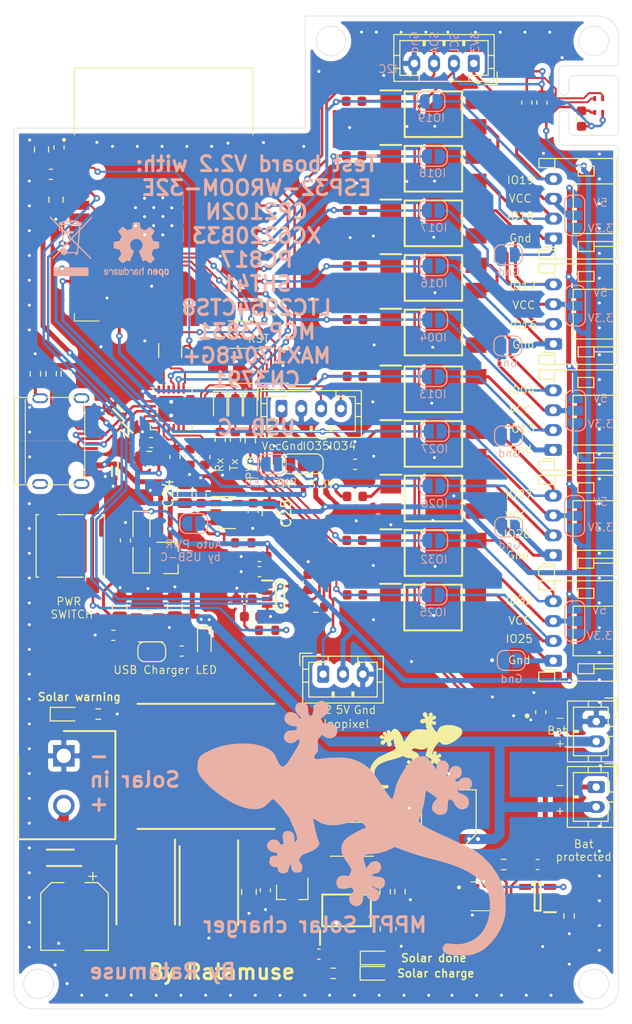
<source format=kicad_pcb>
(kicad_pcb (version 20171130) (host pcbnew "(5.1.10)-1")
  (layers (0 F.Cu signal) (31 B.Cu signal) (34 B.Paste user) (35 F.Paste user) (36 B.SilkS user) (37 F.SilkS user) (38 B.Mask user) (39 F.Mask user) (44 Edge.Cuts user))
  (net 0 "")
  (net 1 GND)
  (net 2 +3V3)
  (net 3 RST_EN)
  (net 4 VBUS)
  (net 5 "Net-(J2-Pad4)")
  (net 6 "Net-(J2-Pad3)")
  (net 7 "Net-(J2-Pad2)")
  (net 8 "Net-(J2-Pad1)")
  (net 9 "Net-(J3-Pad4)")
  (net 10 "Net-(J3-Pad3)")
  (net 11 "Net-(J3-Pad2)")
  (net 12 "Net-(J3-Pad1)")
  (net 13 "Net-(J4-Pad4)")
  (net 14 "Net-(J4-Pad3)")
  (net 15 "Net-(J4-Pad2)")
  (net 16 "Net-(J4-Pad1)")
  (net 17 "Net-(J5-Pad4)")
  (net 18 "Net-(J5-Pad3)")
  (net 19 "Net-(J5-Pad2)")
  (net 20 "Net-(J5-Pad1)")
  (net 21 "Net-(J6-Pad4)")
  (net 22 "Net-(J6-Pad3)")
  (net 23 "Net-(J6-Pad2)")
  (net 24 "Net-(J6-Pad1)")
  (net 25 DTR)
  (net 26 RTS)
  (net 27 IO0)
  (net 28 "Net-(R12-Pad1)")
  (net 29 "Net-(R14-Pad1)")
  (net 30 SCL)
  (net 31 UORXD)
  (net 32 SDA)
  (net 33 "Net-(U1-Pad32)")
  (net 34 "Net-(U1-Pad29)")
  (net 35 "Net-(U1-Pad22)")
  (net 36 "Net-(U1-Pad21)")
  (net 37 "Net-(U1-Pad20)")
  (net 38 "Net-(U1-Pad19)")
  (net 39 "Net-(U1-Pad18)")
  (net 40 "Net-(U1-Pad17)")
  (net 41 "Net-(U1-Pad14)")
  (net 42 "Net-(U1-Pad4)")
  (net 43 "Net-(U12-Pad24)")
  (net 44 "Net-(U12-Pad22)")
  (net 45 UOTXD)
  (net 46 "Net-(U12-Pad18)")
  (net 47 "Net-(U12-Pad17)")
  (net 48 "Net-(U12-Pad16)")
  (net 49 "Net-(U12-Pad15)")
  (net 50 "Net-(U12-Pad12)")
  (net 51 "Net-(U12-Pad11)")
  (net 52 "Net-(U12-Pad10)")
  (net 53 "Net-(U12-Pad1)")
  (net 54 "Net-(U13-Pad4)")
  (net 55 IO13)
  (net 56 IO25)
  (net 57 IO04)
  (net 58 IO16)
  (net 59 IO17)
  (net 60 IO18)
  (net 61 IO19)
  (net 62 IO32)
  (net 63 IO27)
  (net 64 IO26)
  (net 65 "Net-(U1-Pad37)")
  (net 66 "Net-(U1-Pad23)")
  (net 67 "Net-(U1-Pad13)")
  (net 68 "Net-(R2-Pad1)")
  (net 69 "Net-(R3-Pad1)")
  (net 70 "Net-(R4-Pad1)")
  (net 71 "Net-(R5-Pad1)")
  (net 72 "Net-(R6-Pad1)")
  (net 73 "Net-(R7-Pad1)")
  (net 74 "Net-(R8-Pad1)")
  (net 75 "Net-(R9-Pad1)")
  (net 76 "Net-(R10-Pad1)")
  (net 77 "Net-(R11-Pad1)")
  (net 78 +5V)
  (net 79 VBAT)
  (net 80 CE)
  (net 81 Sensor_VN_IO39)
  (net 82 PS_HOLD_IO33)
  (net 83 "Net-(IC2-Pad5)")
  (net 84 "Net-(JP22-Pad2)")
  (net 85 IO2)
  (net 86 "Net-(D6-Pad2)")
  (net 87 RXLED)
  (net 88 "Net-(D7-Pad2)")
  (net 89 TXLED)
  (net 90 IO35)
  (net 91 IO34)
  (net 92 Vsolar)
  (net 93 "Net-(D10-Pad2)")
  (net 94 "Net-(D11-Pad1)")
  (net 95 VBAT-)
  (net 96 "Net-(C8-Pad1)")
  (net 97 "Net-(C10-Pad1)")
  (net 98 "Net-(Q4-Pad2)")
  (net 99 "Net-(J13-PadB8)")
  (net 100 "Net-(J13-PadS1)")
  (net 101 "Net-(J13-PadA5)")
  (net 102 "Net-(J13-PadB5)")
  (net 103 "Net-(J13-PadA8)")
  (net 104 USBD_P)
  (net 105 USBD_N)
  (net 106 "Net-(D15-Pad2)")
  (net 107 "Net-(JP21-Pad2)")
  (net 108 "Net-(C15-Pad1)")
  (net 109 "Net-(C27-Pad1)")
  (net 110 "Net-(D5-Pad2)")
  (net 111 "Net-(D5-Pad1)")
  (net 112 "Net-(D10-Pad1)")
  (net 113 "Net-(D13-Pad2)")
  (net 114 "Net-(D14-Pad1)")
  (net 115 "Net-(J10-Pad1)")
  (net 116 "Net-(R18-Pad1)")
  (net 117 "Net-(R36-Pad2)")
  (net 118 "Net-(C19-Pad1)")
  (net 119 "Net-(C21-Pad2)")
  (net 120 "Net-(D8-Pad2)")
  (net 121 "Net-(D8-Pad1)")
  (net 122 "Net-(D12-Pad1)")
  (net 123 "Net-(IC1-Pad10)")
  (net 124 "Net-(IC1-Pad8)")
  (net 125 "Net-(IC1-Pad6)")
  (net 126 "Net-(IC1-Pad5)")
  (net 127 "Net-(IC4-Pad1)")
  (net 128 "Net-(IC4-Pad2)")
  (net 129 "Net-(IC4-Pad3)")
  (net 130 "Net-(IC4-Pad4)")
  (module Symbol:WEEE-Logo_4.2x6mm_SilkScreen (layer B.Cu) (at 102.27 92.27 180)
    (fp_text reference REF** hide)
    (fp_text value WEEE-Logo_4.2x6mm_SilkScreen hide)
  )
  (module Symbol:OSHW-Logo2_7.3x6mm_SilkScreen (layer B.Cu) (at 108.87 92.64 180)
    (fp_text reference REF** hide)
    (fp_text value OSHW-Logo2_7.3x6mm_SilkScreen hide)
  )
  (module "Empreintes:Logo Ratamuse" (layer B.Cu) (at 130.56 150.94 180)
    (fp_text reference G*** hide)
    (fp_text value LOGO hide)
  )
  (module "Empreintes:Logo Ratamuse petit" (layer F.Cu) (at 137.07 143.09)
    (fp_text reference G*** hide)
    (fp_text value LOGO hide)
  )
  (module Jumper:SolderJumper-2_P1.3mm_Open_RoundedPad1.0x1.5mm (layer B.Cu) (at 114.65 120.22)
    (fp_text reference JP24 hide)
    (fp_text value SolderJumper_2_Open hide)
    (pad 1 smd custom (at -0.65 0) (size 1 0.5) (layers B.Cu B.Mask) (net 114 "Net-(D14-Pad1)") (options (clearance outline) (anchor rect)) (primitives (gr_circle (center 0 -0.25) (end 0.5 -0.25) (width 0)) (gr_circle (center 0 0.25) (end 0.5 0.25) (width 0)) (gr_poly (pts (xy 0 0.75) (xy 0.5 0.75) (xy 0.5 -0.75) (xy 0 -0.75)) (width 0))))
    (pad 2 smd custom (at 0.65 0) (size 1 0.5) (layers B.Cu B.Mask) (net 80 CE) (options (clearance outline) (anchor rect)) (primitives (gr_circle (center 0 -0.25) (end 0.5 -0.25) (width 0)) (gr_circle (center 0 0.25) (end 0.5 0.25) (width 0)) (gr_poly (pts (xy 0 0.75) (xy -0.5 0.75) (xy -0.5 -0.75) (xy 0 -0.75)) (width 0))))
  )
  (module Resistor_SMD:R_0603_1608Metric (layer F.Cu) (at 119.65 122.17)
    (fp_text reference R37 hide)
    (fp_text value 100K hide)
    (pad 2 smd roundrect (at 0.825 0) (size 0.8 0.95) (layers F.Cu F.Paste F.Mask) (net 78 +5V))
    (pad 1 smd roundrect (at -0.825 0) (size 0.8 0.95) (layers F.Cu F.Paste F.Mask) (net 80 CE))
  )
  (module Empreintes:SON50P200X200X80-9N-D (layer F.Cu) (at 146.91 138.2 180)
    (fp_text reference IC2 hide)
    (fp_text value MAX17048G+ hide)
    (pad 9 smd rect (at 0 0 180) (size 0.9 1.3) (layers F.Cu F.Paste F.Mask) (net 1 GND))
    (pad 8 smd rect (at 1 -0.75 270) (size 0.3 0.75) (layers F.Cu F.Paste F.Mask) (net 32 SDA))
    (pad 7 smd rect (at 1 -0.25 270) (size 0.3 0.75) (layers F.Cu F.Paste F.Mask) (net 30 SCL))
    (pad 6 smd rect (at 1 0.25 270) (size 0.3 0.75) (layers F.Cu F.Paste F.Mask) (net 1 GND))
    (pad 5 smd rect (at 1 0.75 270) (size 0.3 0.75) (layers F.Cu F.Paste F.Mask) (net 83 "Net-(IC2-Pad5)"))
    (pad 4 smd rect (at -1 0.75 270) (size 0.3 0.75) (layers F.Cu F.Paste F.Mask) (net 1 GND))
    (pad 3 smd rect (at -1 0.25 270) (size 0.3 0.75) (layers F.Cu F.Paste F.Mask) (net 79 VBAT))
    (pad 2 smd rect (at -1 -0.25 270) (size 0.3 0.75) (layers F.Cu F.Paste F.Mask) (net 79 VBAT))
    (pad 1 smd rect (at -1 -0.75 270) (size 0.3 0.75) (layers F.Cu F.Paste F.Mask) (net 1 GND))
  )
  (module Jumper:SolderJumper-2_P1.3mm_Open_RoundedPad1.0x1.5mm (layer B.Cu) (at 122.56 114.25 180)
    (fp_text reference JP21 hide)
    (fp_text value SolderJumper_2_Open hide)
    (pad 1 smd custom (at -0.65 0 180) (size 1 0.5) (layers B.Cu B.Mask) (net 2 +3V3) (options (clearance outline) (anchor rect)) (primitives (gr_circle (center 0 -0.25) (end 0.5 -0.25) (width 0)) (gr_circle (center 0 0.25) (end 0.5 0.25) (width 0)) (gr_poly (pts (xy 0 0.75) (xy 0.5 0.75) (xy 0.5 -0.75) (xy 0 -0.75)) (width 0))))
    (pad 2 smd custom (at 0.65 0 180) (size 1 0.5) (layers B.Cu B.Mask) (net 107 "Net-(JP21-Pad2)") (options (clearance outline) (anchor rect)) (primitives (gr_circle (center 0 -0.25) (end 0.5 -0.25) (width 0)) (gr_circle (center 0 0.25) (end 0.5 0.25) (width 0)) (gr_poly (pts (xy 0 0.75) (xy -0.5 0.75) (xy -0.5 -0.75) (xy 0 -0.75)) (width 0))))
  )
  (module Resistor_SMD:R_0603_1608Metric (layer F.Cu) (at 120.36 111.86 270)
    (fp_text reference R29 hide)
    (fp_text value 10K hide)
    (pad 1 smd roundrect (at -0.825 0 270) (size 0.8 0.95) (layers F.Cu F.Paste F.Mask) (net 106 "Net-(D15-Pad2)"))
    (pad 2 smd roundrect (at 0.825 0 270) (size 0.8 0.95) (layers F.Cu F.Paste F.Mask) (net 107 "Net-(JP21-Pad2)"))
  )
  (module LED_SMD:LED_0603_1608Metric_Castellated (layer F.Cu) (at 120.36 108.58 270)
    (fp_text reference D15 hide)
    (fp_text value "LED Green" hide)
    (pad 2 smd roundrect (at 0.8125 0 270) (size 1.225 0.85) (layers F.Cu F.Paste F.Mask) (net 106 "Net-(D15-Pad2)"))
    (pad 1 smd roundrect (at -0.8125 0 270) (size 1.225 0.85) (layers F.Cu F.Paste F.Mask) (net 1 GND))
  )
  (module Resistor_SMD:R_0603_1608Metric (layer F.Cu) (at 105.02 139.42)
    (fp_text reference R35 hide)
    (fp_text value 2K hide)
    (pad 2 smd roundrect (at 0.825 0) (size 0.8 0.95) (layers F.Cu F.Paste F.Mask) (net 1 GND))
    (pad 1 smd roundrect (at -0.825 0) (size 0.8 0.95) (layers F.Cu F.Paste F.Mask) (net 120 "Net-(D8-Pad2)"))
  )
  (module LED_SMD:LED_0603_1608Metric_Castellated (layer F.Cu) (at 101.86 139.43)
    (fp_text reference D8 hide)
    (fp_text value LED hide)
    (pad 2 smd roundrect (at 0.8125 0) (size 1.225 0.85) (layers F.Cu F.Paste F.Mask) (net 120 "Net-(D8-Pad2)"))
    (pad 1 smd roundrect (at -0.8125 0) (size 1.225 0.85) (layers F.Cu F.Paste F.Mask) (net 121 "Net-(D8-Pad1)"))
  )
  (module Capacitor_SMD:C_0805_2012Metric (layer F.Cu) (at 120.22 157.34 270)
    (fp_text reference C14 hide)
    (fp_text value 4.7µF/50V hide)
    (pad 2 smd roundrect (at 0.95 0 270) (size 1 1.45) (layers F.Cu F.Paste F.Mask) (net 1 GND))
    (pad 1 smd roundrect (at -0.95 0 270) (size 1 1.45) (layers F.Cu F.Paste F.Mask) (net 92 Vsolar))
  )
  (module Capacitor_SMD:C_0805_2012Metric (layer F.Cu) (at 112.75 128.61 90)
    (fp_text reference C17 hide)
    (fp_text value 4.7µF hide)
    (pad 2 smd roundrect (at 0.95 0 90) (size 1 1.45) (layers F.Cu F.Paste F.Mask) (net 1 GND))
    (pad 1 smd roundrect (at -0.95 0 90) (size 1 1.45) (layers F.Cu F.Paste F.Mask) (net 79 VBAT))
  )
  (module Capacitor_SMD:C_0805_2012Metric (layer F.Cu) (at 107.18 128.64 90)
    (fp_text reference C16 hide)
    (fp_text value 4.7µF hide)
    (pad 2 smd roundrect (at 0.95 0 90) (size 1 1.45) (layers F.Cu F.Paste F.Mask) (net 1 GND))
    (pad 1 smd roundrect (at -0.95 0 90) (size 1 1.45) (layers F.Cu F.Paste F.Mask) (net 4 VBUS))
  )
  (module Capacitor_SMD:C_0805_2012Metric (layer F.Cu) (at 110.18 113.69 180)
    (fp_text reference C6 hide)
    (fp_text value 4.7µF hide)
    (pad 2 smd roundrect (at 0.95 0 180) (size 1 1.45) (layers F.Cu F.Paste F.Mask) (net 1 GND))
    (pad 1 smd roundrect (at -0.95 0 180) (size 1 1.45) (layers F.Cu F.Paste F.Mask) (net 2 +3V3))
  )
  (module Empreintes:TYPE-C-31-M-12 (layer F.Cu) (at 99.16 111.92 270)
    (fp_text reference J13 hide)
    (fp_text value "USB_C_Receptacle_USB2.0 USB4105-GF-A " hide)
    (pad B7 smd rect (at -0.75 -5.1 270) (size 0.3 1.45) (layers F.Cu F.Paste F.Mask) (net 105 USBD_N))
    (pad A6 smd rect (at -0.25 -5.1 270) (size 0.3 1.45) (layers F.Cu F.Paste F.Mask) (net 104 USBD_P))
    (pad A7 smd rect (at 0.25 -5.1 270) (size 0.3 1.45) (layers F.Cu F.Paste F.Mask) (net 105 USBD_N))
    (pad B6 smd rect (at 0.75 -5.1 270) (size 0.3 1.45) (layers F.Cu F.Paste F.Mask) (net 104 USBD_P))
    (pad A8 smd rect (at 1.25 -5.1 270) (size 0.3 1.45) (layers F.Cu F.Paste F.Mask) (net 103 "Net-(J13-PadA8)"))
    (pad B4 smd rect (at 2.3 -5.1 270) (size 0.3 1.45) (layers F.Cu F.Paste F.Mask) (net 4 VBUS))
    (pad B1 smd rect (at 3.1 -5.1 270) (size 0.3 1.45) (layers F.Cu F.Paste F.Mask) (net 1 GND))
    (pad A12 smd rect (at 3.4 -5.1 270) (size 0.3 1.45) (layers F.Cu F.Paste F.Mask) (net 1 GND))
    (pad A9 smd rect (at 2.6 -5.1 270) (size 0.3 1.45) (layers F.Cu F.Paste F.Mask) (net 4 VBUS))
    (pad B5 smd rect (at 1.75 -5.1 270) (size 0.3 1.45) (layers F.Cu F.Paste F.Mask) (net 102 "Net-(J13-PadB5)"))
    (pad A5 smd rect (at -1.25 -5.1 270) (size 0.3 1.45) (layers F.Cu F.Paste F.Mask) (net 101 "Net-(J13-PadA5)"))
    (pad B9 smd rect (at -2.3 -5.1 270) (size 0.3 1.45) (layers F.Cu F.Paste F.Mask) (net 4 VBUS))
    (pad B12 smd rect (at -3.1 -5.1 270) (size 0.3 1.45) (layers F.Cu F.Paste F.Mask) (net 1 GND))
    (pad S1 thru_hole roundrect (at -4.32 -4.18 270) (size 1 1.6) (drill oval 0.6 1.2) (layers *.Cu *.Mask) (roundrect_rratio 0.5) (net 100 "Net-(J13-PadS1)"))
    (pad S1 thru_hole roundrect (at 4.32 -4.18 270) (size 1 1.6) (drill oval 0.6 1.2) (layers *.Cu *.Mask) (roundrect_rratio 0.5) (net 100 "Net-(J13-PadS1)"))
    (pad S1 thru_hole roundrect (at 4.32 0 270) (size 1 1.6) (drill oval 0.6 1.2) (layers *.Cu *.Mask) (roundrect_rratio 0.5) (net 100 "Net-(J13-PadS1)"))
    (pad S1 thru_hole roundrect (at -4.32 0 270) (size 1 1.6) (drill oval 0.6 1.2) (layers *.Cu *.Mask) (roundrect_rratio 0.5) (net 100 "Net-(J13-PadS1)"))
    (pad B8 smd rect (at -1.75 -5.1 270) (size 0.3 1.45) (layers F.Cu F.Paste F.Mask) (net 99 "Net-(J13-PadB8)"))
    (pad A4 smd rect (at -2.6 -5.1 270) (size 0.3 1.45) (layers F.Cu F.Paste F.Mask) (net 4 VBUS))
    (pad A1 smd rect (at -3.4 -5.1 270) (size 0.3 1.45) (layers F.Cu F.Paste F.Mask) (net 1 GND))
    (pad "" np_thru_hole circle (at -2.9 -3.65 270) (size 0.65 0.65) (drill 0.65) (layers *.Cu *.Mask) (clearance 0.01))
    (pad "" np_thru_hole circle (at 2.9 -3.65 270) (size 0.65 0.65) (drill 0.65) (layers *.Cu *.Mask) (clearance 0.01))
  )
  (module Connector_JST:JST_PH_B2B-PH-K_1x02_P2.00mm_Vertical (layer F.Cu) (at 155.26 140.17 270)
    (fp_text reference J12 hide)
    (fp_text value Conn_01x02 hide)
    (pad 2 thru_hole oval (at 2 0 270) (size 1.2 1.75) (drill 0.75) (layers *.Cu *.Mask) (net 79 VBAT))
    (pad 1 thru_hole roundrect (at 0 0 270) (size 1.2 1.75) (drill 0.75) (layers *.Cu *.Mask) (roundrect_rratio 0.2083325) (net 1 GND))
  )
  (module Empreintes:JST_PH_S4B-PH-K_1x04_P2.00mm_Horizontal_ratamuse (layer F.Cu) (at 150.92 134.05 90)
    (fp_text reference J6 hide)
    (fp_text value Conn_01x04_MountingPin hide)
    (pad 4 thru_hole roundrect (at 0 0 90) (size 1.2 1.75) (drill 0.75) (layers *.Cu *.Mask) (roundrect_rratio 0.208) (net 21 "Net-(J6-Pad4)"))
    (pad 3 thru_hole oval (at 2 0 90) (size 1.2 1.75) (drill 0.75) (layers *.Cu *.Mask) (net 22 "Net-(J6-Pad3)"))
    (pad 2 thru_hole oval (at 4 0 90) (size 1.2 1.75) (drill 0.75) (layers *.Cu *.Mask) (net 23 "Net-(J6-Pad2)"))
    (pad 1 thru_hole oval (at 6 0 90) (size 1.2 1.75) (drill 0.75) (layers *.Cu *.Mask) (net 24 "Net-(J6-Pad1)"))
  )
  (module Empreintes:JST_PH_S4B-PH-K_1x04_P2.00mm_Horizontal_ratamuse (layer F.Cu) (at 150.91 123.42 90)
    (fp_text reference J5 hide)
    (fp_text value Conn_01x04_MountingPin hide)
    (pad 1 thru_hole oval (at 6 0 90) (size 1.2 1.75) (drill 0.75) (layers *.Cu *.Mask) (net 20 "Net-(J5-Pad1)"))
    (pad 2 thru_hole oval (at 4 0 90) (size 1.2 1.75) (drill 0.75) (layers *.Cu *.Mask) (net 19 "Net-(J5-Pad2)"))
    (pad 3 thru_hole oval (at 2 0 90) (size 1.2 1.75) (drill 0.75) (layers *.Cu *.Mask) (net 18 "Net-(J5-Pad3)"))
    (pad 4 thru_hole roundrect (at 0 0 90) (size 1.2 1.75) (drill 0.75) (layers *.Cu *.Mask) (roundrect_rratio 0.208) (net 17 "Net-(J5-Pad4)"))
  )
  (module Empreintes:JST_PH_S4B-PH-K_1x04_P2.00mm_Horizontal_ratamuse (layer F.Cu) (at 150.91 112.81 90)
    (fp_text reference J4 hide)
    (fp_text value Conn_01x04_MountingPin hide)
    (pad 1 thru_hole oval (at 6 0 90) (size 1.2 1.75) (drill 0.75) (layers *.Cu *.Mask) (net 16 "Net-(J4-Pad1)"))
    (pad 2 thru_hole oval (at 4 0 90) (size 1.2 1.75) (drill 0.75) (layers *.Cu *.Mask) (net 15 "Net-(J4-Pad2)"))
    (pad 3 thru_hole oval (at 2 0 90) (size 1.2 1.75) (drill 0.75) (layers *.Cu *.Mask) (net 14 "Net-(J4-Pad3)"))
    (pad 4 thru_hole roundrect (at 0 0 90) (size 1.2 1.75) (drill 0.75) (layers *.Cu *.Mask) (roundrect_rratio 0.208) (net 13 "Net-(J4-Pad4)"))
  )
  (module Empreintes:JST_PH_S4B-PH-K_1x04_P2.00mm_Horizontal_ratamuse (layer F.Cu) (at 150.93 102.13 90)
    (fp_text reference J3 hide)
    (fp_text value Conn_01x04_MountingPin hide)
    (pad 1 thru_hole oval (at 6 0 90) (size 1.2 1.75) (drill 0.75) (layers *.Cu *.Mask) (net 12 "Net-(J3-Pad1)"))
    (pad 2 thru_hole oval (at 4 0 90) (size 1.2 1.75) (drill 0.75) (layers *.Cu *.Mask) (net 11 "Net-(J3-Pad2)"))
    (pad 3 thru_hole oval (at 2 0 90) (size 1.2 1.75) (drill 0.75) (layers *.Cu *.Mask) (net 10 "Net-(J3-Pad3)"))
    (pad 4 thru_hole roundrect (at 0 0 90) (size 1.2 1.75) (drill 0.75) (layers *.Cu *.Mask) (roundrect_rratio 0.208) (net 9 "Net-(J3-Pad4)"))
  )
  (module Empreintes:JST_PH_S4B-PH-K_1x04_P2.00mm_Horizontal_ratamuse (layer F.Cu) (at 150.94 91.51 90)
    (fp_text reference J2 hide)
    (fp_text value Conn_01x04_MountingPin hide)
    (pad 1 thru_hole oval (at 6 0 90) (size 1.2 1.75) (drill 0.75) (layers *.Cu *.Mask) (net 8 "Net-(J2-Pad1)"))
    (pad 2 thru_hole oval (at 4 0 90) (size 1.2 1.75) (drill 0.75) (layers *.Cu *.Mask) (net 7 "Net-(J2-Pad2)"))
    (pad 3 thru_hole oval (at 2 0 90) (size 1.2 1.75) (drill 0.75) (layers *.Cu *.Mask) (net 6 "Net-(J2-Pad3)"))
    (pad 4 thru_hole roundrect (at 0 0 90) (size 1.2 1.75) (drill 0.75) (layers *.Cu *.Mask) (roundrect_rratio 0.208) (net 5 "Net-(J2-Pad4)"))
  )
  (module Diode_SMD:D_SOD-323 (layer F.Cu) (at 109.38 120.49 270)
    (fp_text reference D14 hide)
    (fp_text value D_Schottky hide)
    (pad 2 smd rect (at 1.05 0 270) (size 0.6 0.45) (layers F.Cu F.Paste F.Mask) (net 4 VBUS))
    (pad 1 smd rect (at -1.05 0 270) (size 0.6 0.45) (layers F.Cu F.Paste F.Mask) (net 114 "Net-(D14-Pad1)"))
  )
  (module Resistor_SMD:R_2512_6332Metric (layer F.Cu) (at 130.6 152.03)
    (fp_text reference R28 hide)
    (fp_text value 0.24R hide)
    (pad 2 smd roundrect (at 2.9625 0) (size 1.225 3.35) (layers F.Cu F.Paste F.Mask) (roundrect_rratio 0.2040808163265306) (net 79 VBAT))
    (pad 1 smd roundrect (at -2.9625 0) (size 1.225 3.35) (layers F.Cu F.Paste F.Mask) (roundrect_rratio 0.2040808163265306) (net 124 "Net-(IC1-Pad8)"))
  )
  (module Resistor_SMD:R_0603_1608Metric (layer F.Cu) (at 133.96 157.31 90)
    (fp_text reference R23 hide)
    (fp_text value 30K hide)
    (pad 2 smd roundrect (at 0.825 0 90) (size 0.8 0.95) (layers F.Cu F.Paste F.Mask) (net 125 "Net-(IC1-Pad6)"))
    (pad 1 smd roundrect (at -0.825 0 90) (size 0.8 0.95) (layers F.Cu F.Paste F.Mask) (net 92 Vsolar))
  )
  (module Capacitor_SMD:CP_Elec_5x5.4 (layer F.Cu) (at 140.38 149.81 90)
    (fp_text reference C23 hide)
    (fp_text value 10µF hide)
    (pad 2 smd roundrect (at 2.2 0 90) (size 3 1.6) (layers F.Cu F.Paste F.Mask) (roundrect_rratio 0.15625) (net 1 GND))
    (pad 1 smd roundrect (at -2.2 0 90) (size 3 1.6) (layers F.Cu F.Paste F.Mask) (roundrect_rratio 0.15625) (net 79 VBAT))
  )
  (module Empreintes:INDPM138126X700N (layer F.Cu) (at 115.89 144.69)
    (fp_text reference L1 hide)
    (fp_text value 82µH/3A hide)
    (pad 2 smd rect (at 5.85 0) (size 3.65 3.75) (layers F.Cu F.Paste F.Mask) (net 124 "Net-(IC1-Pad8)"))
    (pad 1 smd rect (at -5.85 0) (size 3.65 3.75) (layers F.Cu F.Paste F.Mask) (net 122 "Net-(D12-Pad1)"))
  )
  (module Empreintes:SHDR2W90P0X500_1X2_1060X980X1380P (layer F.Cu) (at 101.55 143.63 270)
    (fp_text reference J1 hide)
    (fp_text value Conn_01x02 hide)
    (pad 2 thru_hole circle (at 5 0 270) (size 2.175 2.175) (drill 1.45) (layers *.Cu *.Mask) (net 121 "Net-(D8-Pad1)"))
    (pad 1 thru_hole rect (at 0 0 270) (size 2.175 2.175) (drill 1.45) (layers *.Cu *.Mask) (net 1 GND))
  )
  (module Empreintes:FS8205 (layer F.Cu) (at 143.26 157.78)
    (fp_text reference Q4 hide)
    (fp_text value FS8205 hide)
    (pad 6 smd rect (at 1.8 0.95 90) (size 0.6 1.4) (layers F.Cu F.Paste F.Mask) (net 127 "Net-(IC4-Pad1)"))
    (pad 5 smd rect (at 1.8 0 90) (size 0.6 1.4) (layers F.Cu F.Paste F.Mask) (net 98 "Net-(Q4-Pad2)"))
    (pad 4 smd rect (at 1.8 -0.95 90) (size 0.6 1.4) (layers F.Cu F.Paste F.Mask) (net 129 "Net-(IC4-Pad3)"))
    (pad 3 smd rect (at -0.5 0.95 90) (size 0.6 1.4) (layers F.Cu F.Paste F.Mask) (net 1 GND))
    (pad 2 smd rect (at -0.5 0 90) (size 0.6 1.4) (layers F.Cu F.Paste F.Mask) (net 98 "Net-(Q4-Pad2)"))
    (pad 1 smd rect (at -0.5 -0.95 90) (size 0.6 1.4) (layers F.Cu F.Paste F.Mask) (net 95 VBAT-))
  )
  (module Jumper:SolderJumper-3_P1.3mm_Open_RoundedPad1.0x1.5mm_NumberLabels (layer F.Cu) (at 125.65 114.21 180)
    (fp_text reference JP23 hide)
    (fp_text value SolderJumper_3_Open hide)
    (pad 2 smd rect (at 0 0 180) (size 1 1.5) (layers F.Cu F.Mask) (net 115 "Net-(J10-Pad1)"))
    (pad 3 smd custom (at 1.3 0 180) (size 1 0.5) (layers F.Cu F.Mask) (net 78 +5V) (options (clearance outline) (anchor rect)) (primitives (gr_circle (center 0 0.25) (end 0.5 0.25) (width 0)) (gr_circle (center 0 -0.25) (end 0.5 -0.25) (width 0)) (gr_poly (pts (xy -0.55 -0.75) (xy 0 -0.75) (xy 0 0.75) (xy -0.55 0.75)) (width 0))))
    (pad 1 smd custom (at -1.3 0 180) (size 1 0.5) (layers F.Cu F.Mask) (net 2 +3V3) (options (clearance outline) (anchor rect)) (primitives (gr_circle (center 0 0.25) (end 0.5 0.25) (width 0)) (gr_circle (center 0 -0.25) (end 0.5 -0.25) (width 0)) (gr_poly (pts (xy 0.55 -0.75) (xy 0 -0.75) (xy 0 0.75) (xy 0.55 0.75)) (width 0))))
  )
  (module LED_SMD:LED_0603_1608Metric_Castellated (layer F.Cu) (at 118.86 108.59 270)
    (fp_text reference D7 hide)
    (fp_text value LED hide)
    (pad 2 smd roundrect (at 0.8125 0 270) (size 1.225 0.85) (layers F.Cu F.Paste F.Mask) (net 88 "Net-(D7-Pad2)"))
    (pad 1 smd roundrect (at -0.8125 0 270) (size 1.225 0.85) (layers F.Cu F.Paste F.Mask) (net 89 TXLED))
  )
  (module LED_SMD:LED_0603_1608Metric_Castellated (layer F.Cu) (at 117.33 108.59 270)
    (fp_text reference D6 hide)
    (fp_text value LED hide)
    (pad 1 smd roundrect (at -0.8125 0 270) (size 1.225 0.85) (layers F.Cu F.Paste F.Mask) (net 87 RXLED))
    (pad 2 smd roundrect (at 0.8125 0 270) (size 1.225 0.85) (layers F.Cu F.Paste F.Mask) (net 86 "Net-(D6-Pad2)"))
  )
  (module LED_SMD:LED_0603_1608Metric_Castellated (layer F.Cu) (at 115.72 132.32 270)
    (fp_text reference D5 hide)
    (fp_text value LED hide)
    (pad 2 smd roundrect (at 0.8125 0 270) (size 1.225 0.85) (layers F.Cu F.Paste F.Mask) (net 110 "Net-(D5-Pad2)"))
    (pad 1 smd roundrect (at -0.8125 0 270) (size 1.225 0.85) (layers F.Cu F.Paste F.Mask) (net 111 "Net-(D5-Pad1)"))
  )
  (module Resistor_SMD:R_0603_1608Metric (layer F.Cu) (at 118.85 111.79 270)
    (fp_text reference R22 hide)
    (fp_text value 1K hide)
    (pad 2 smd roundrect (at 0.7875 0 270) (size 0.875 0.95) (layers F.Cu F.Paste F.Mask) (net 2 +3V3))
    (pad 1 smd roundrect (at -0.7875 0 270) (size 0.875 0.95) (layers F.Cu F.Paste F.Mask) (net 88 "Net-(D7-Pad2)"))
  )
  (module Resistor_SMD:R_0603_1608Metric (layer F.Cu) (at 117.32 111.79 270)
    (fp_text reference R21 hide)
    (fp_text value 1K hide)
    (pad 2 smd roundrect (at 0.7875 0 270) (size 0.875 0.95) (layers F.Cu F.Paste F.Mask) (net 2 +3V3))
    (pad 1 smd roundrect (at -0.7875 0 270) (size 0.875 0.95) (layers F.Cu F.Paste F.Mask) (net 86 "Net-(D6-Pad2)"))
  )
  (module Capacitor_SMD:C_0805_2012Metric (layer F.Cu) (at 100.76 87.59 270)
    (fp_text reference C3 hide)
    (fp_text value 22µF hide)
    (pad 2 smd roundrect (at 0.9375 0 270) (size 0.975 1.4) (layers F.Cu F.Paste F.Mask) (net 1 GND))
    (pad 1 smd roundrect (at -0.9375 0 270) (size 0.975 1.4) (layers F.Cu F.Paste F.Mask) (net 3 RST_EN))
  )
  (module Capacitor_SMD:C_0805_2012Metric (layer F.Cu) (at 99.3 82.54 90)
    (fp_text reference C1 hide)
    (fp_text value 22µF hide)
    (pad 2 smd roundrect (at 0.9375 0 90) (size 0.975 1.4) (layers F.Cu F.Paste F.Mask) (net 1 GND))
    (pad 1 smd roundrect (at -0.9375 0 90) (size 0.975 1.4) (layers F.Cu F.Paste F.Mask) (net 2 +3V3))
  )
  (module Empreintes:SODFL1406X65N (layer F.Cu) (at 107.92 110.94 315)
    (fp_text reference D3 hide)
    (fp_text value SP1003-01DTG hide)
    (pad 1 smd rect (at -0.7 0 45) (size 0.42 0.55) (layers F.Cu F.Paste F.Mask) (net 105 USBD_N))
    (pad 2 smd rect (at 0.7 0 45) (size 0.42 0.55) (layers F.Cu F.Paste F.Mask) (net 1 GND))
  )
  (module Empreintes:SODFL1406X65N (layer F.Cu) (at 107.06 108.82 135)
    (fp_text reference D2 hide)
    (fp_text value SP1003-01DTG hide)
    (pad 2 smd rect (at 0.7 0 225) (size 0.42 0.55) (layers F.Cu F.Paste F.Mask) (net 1 GND))
    (pad 1 smd rect (at -0.7 0 225) (size 0.42 0.55) (layers F.Cu F.Paste F.Mask) (net 104 USBD_P))
  )
  (module Empreintes:SODFL1406X65N (layer F.Cu) (at 106.7 114.94 270)
    (fp_text reference D1 hide)
    (fp_text value SP1003-01DTG hide)
    (pad 2 smd rect (at 0.7 0) (size 0.42 0.55) (layers F.Cu F.Paste F.Mask) (net 1 GND))
    (pad 1 smd rect (at -0.7 0) (size 0.42 0.55) (layers F.Cu F.Paste F.Mask) (net 4 VBUS))
  )
  (module Jumper:SolderJumper-2_P1.3mm_Open_RoundedPad1.0x1.5mm (layer F.Cu) (at 110.42 133.14)
    (fp_text reference JP22 hide)
    (fp_text value Jumper_2_Open hide)
    (pad 2 smd custom (at 0.65 0) (size 1 0.5) (layers F.Cu F.Mask) (net 84 "Net-(JP22-Pad2)") (options (clearance outline) (anchor rect)) (primitives (gr_circle (center 0 0.25) (end 0.5 0.25) (width 0)) (gr_circle (center 0 -0.25) (end 0.5 -0.25) (width 0)) (gr_poly (pts (xy 0 -0.75) (xy -0.5 -0.75) (xy -0.5 0.75) (xy 0 0.75)) (width 0))))
    (pad 1 smd custom (at -0.65 0) (size 1 0.5) (layers F.Cu F.Mask) (net 4 VBUS) (options (clearance outline) (anchor rect)) (primitives (gr_circle (center 0 0.25) (end 0.5 0.25) (width 0)) (gr_circle (center 0 -0.25) (end 0.5 -0.25) (width 0)) (gr_poly (pts (xy 0 -0.75) (xy 0.5 -0.75) (xy 0.5 0.75) (xy 0 0.75)) (width 0))))
  )
  (module Package_DFN_QFN:QFN-24-1EP_4x4mm_P0.5mm_EP2.6x2.6mm (layer F.Cu) (at 112.38 108.66)
    (fp_text reference U12 hide)
    (fp_text value CP2102N-A02-GQFN24 hide)
    (pad 25 smd roundrect (at 0 0) (size 2.6 2.6) (layers F.Cu F.Mask) (roundrect_rratio 0.09615384615384616) (net 1 GND))
    (pad 1 smd roundrect (at -1.9375 -1.25) (size 0.825 0.25) (layers F.Cu F.Paste F.Mask) (net 53 "Net-(U12-Pad1)"))
    (pad 2 smd roundrect (at -1.9375 -0.75) (size 0.825 0.25) (layers F.Cu F.Paste F.Mask) (net 1 GND))
    (pad 3 smd roundrect (at -1.9375 -0.25) (size 0.825 0.25) (layers F.Cu F.Paste F.Mask) (net 104 USBD_P))
    (pad 4 smd roundrect (at -1.9375 0.25) (size 0.825 0.25) (layers F.Cu F.Paste F.Mask) (net 105 USBD_N))
    (pad 5 smd roundrect (at -1.9375 0.75) (size 0.825 0.25) (layers F.Cu F.Paste F.Mask) (net 2 +3V3))
    (pad 6 smd roundrect (at -1.9375 1.25) (size 0.825 0.25) (layers F.Cu F.Paste F.Mask) (net 2 +3V3))
    (pad 7 smd roundrect (at -1.25 1.9375) (size 0.25 0.825) (layers F.Cu F.Paste F.Mask) (net 2 +3V3))
    (pad 8 smd roundrect (at -0.75 1.9375) (size 0.25 0.825) (layers F.Cu F.Paste F.Mask) (net 28 "Net-(R12-Pad1)"))
    (pad 9 smd roundrect (at -0.25 1.9375) (size 0.25 0.825) (layers F.Cu F.Paste F.Mask) (net 29 "Net-(R14-Pad1)"))
    (pad 10 smd roundrect (at 0.25 1.9375) (size 0.25 0.825) (layers F.Cu F.Paste F.Mask) (net 52 "Net-(U12-Pad10)"))
    (pad 11 smd roundrect (at 0.75 1.9375) (size 0.25 0.825) (layers F.Cu F.Paste F.Mask) (net 51 "Net-(U12-Pad11)"))
    (pad 12 smd roundrect (at 1.25 1.9375) (size 0.25 0.825) (layers F.Cu F.Paste F.Mask) (net 50 "Net-(U12-Pad12)"))
    (pad 13 smd roundrect (at 1.9375 1.25) (size 0.825 0.25) (layers F.Cu F.Paste F.Mask) (net 87 RXLED))
    (pad 14 smd roundrect (at 1.9375 0.75) (size 0.825 0.25) (layers F.Cu F.Paste F.Mask) (net 89 TXLED))
    (pad 15 smd roundrect (at 1.9375 0.25) (size 0.825 0.25) (layers F.Cu F.Paste F.Mask) (net 49 "Net-(U12-Pad15)"))
    (pad 16 smd roundrect (at 1.9375 -0.25) (size 0.825 0.25) (layers F.Cu F.Paste F.Mask) (net 48 "Net-(U12-Pad16)"))
    (pad 17 smd roundrect (at 1.9375 -0.75) (size 0.825 0.25) (layers F.Cu F.Paste F.Mask) (net 47 "Net-(U12-Pad17)"))
    (pad 18 smd roundrect (at 1.9375 -1.25) (size 0.825 0.25) (layers F.Cu F.Paste F.Mask) (net 46 "Net-(U12-Pad18)"))
    (pad 19 smd roundrect (at 1.25 -1.9375) (size 0.25 0.825) (layers F.Cu F.Paste F.Mask) (net 26 RTS))
    (pad 20 smd roundrect (at 0.75 -1.9375) (size 0.25 0.825) (layers F.Cu F.Paste F.Mask) (net 45 UOTXD))
    (pad 21 smd roundrect (at 0.25 -1.9375) (size 0.25 0.825) (layers F.Cu F.Paste F.Mask) (net 31 UORXD))
    (pad 22 smd roundrect (at -0.25 -1.9375) (size 0.25 0.825) (layers F.Cu F.Paste F.Mask) (net 44 "Net-(U12-Pad22)"))
    (pad 23 smd roundrect (at -0.75 -1.9375) (size 0.25 0.825) (layers F.Cu F.Paste F.Mask) (net 25 DTR))
    (pad 24 smd roundrect (at -1.25 -1.9375) (size 0.25 0.825) (layers F.Cu F.Paste F.Mask) (net 43 "Net-(U12-Pad24)"))
  )
  (module Empreintes:ESP32WROOM32EM113EH2800PH3Q0 (layer F.Cu) (at 102.61 99.82)
    (fp_text reference U1 hide)
    (fp_text value ESP32-WROOM-32D hide)
    (pad 47 smd rect (at 9.835 -8.675 90) (size 1.33 1.33) (layers F.Cu F.Paste F.Mask))
    (pad 46 smd rect (at 9.835 -10.51 90) (size 1.33 1.33) (layers F.Cu F.Paste F.Mask))
    (pad 45 smd rect (at 9.835 -12.345 90) (size 1.33 1.33) (layers F.Cu F.Paste F.Mask))
    (pad 44 smd rect (at 8 -12.345 90) (size 1.33 1.33) (layers F.Cu F.Paste F.Mask))
    (pad 43 smd rect (at 8 -10.51 90) (size 1.33 1.33) (layers F.Cu F.Paste F.Mask))
    (pad 42 smd rect (at 8 -8.675 90) (size 1.33 1.33) (layers F.Cu F.Paste F.Mask))
    (pad 41 smd rect (at 6.165 -8.675 90) (size 1.33 1.33) (layers F.Cu F.Paste F.Mask))
    (pad 40 smd rect (at 6.165 -10.51 90) (size 1.33 1.33) (layers F.Cu F.Paste F.Mask))
    (pad 39 smd rect (at 6.165 -12.345 90) (size 1.33 1.33) (layers F.Cu F.Paste F.Mask) (net 1 GND))
    (pad 38 smd rect (at 17.5 -18.01 90) (size 0.9 2) (layers F.Cu F.Paste F.Mask) (net 1 GND))
    (pad 37 smd rect (at 17.5 -16.74 90) (size 0.9 2) (layers F.Cu F.Paste F.Mask) (net 65 "Net-(U1-Pad37)"))
    (pad 36 smd rect (at 17.5 -15.47 90) (size 0.9 2) (layers F.Cu F.Paste F.Mask) (net 30 SCL))
    (pad 35 smd rect (at 17.5 -14.2 90) (size 0.9 2) (layers F.Cu F.Paste F.Mask) (net 45 UOTXD))
    (pad 34 smd rect (at 17.5 -12.93 90) (size 0.9 2) (layers F.Cu F.Paste F.Mask) (net 31 UORXD))
    (pad 33 smd rect (at 17.5 -11.66 90) (size 0.9 2) (layers F.Cu F.Paste F.Mask) (net 32 SDA))
    (pad 32 smd rect (at 17.5 -10.39 90) (size 0.9 2) (layers F.Cu F.Paste F.Mask) (net 33 "Net-(U1-Pad32)"))
    (pad 31 smd rect (at 17.5 -9.12 90) (size 0.9 2) (layers F.Cu F.Paste F.Mask) (net 61 IO19))
    (pad 30 smd rect (at 17.5 -7.85 90) (size 0.9 2) (layers F.Cu F.Paste F.Mask) (net 60 IO18))
    (pad 29 smd rect (at 17.5 -6.58 90) (size 0.9 2) (layers F.Cu F.Paste F.Mask) (net 34 "Net-(U1-Pad29)"))
    (pad 28 smd rect (at 17.5 -5.31 90) (size 0.9 2) (layers F.Cu F.Paste F.Mask) (net 59 IO17))
    (pad 27 smd rect (at 17.5 -4.04 90) (size 0.9 2) (layers F.Cu F.Paste F.Mask) (net 58 IO16))
    (pad 26 smd rect (at 17.5 -2.77 90) (size 0.9 2) (layers F.Cu F.Paste F.Mask) (net 57 IO04))
    (pad 25 smd rect (at 17.5 -1.5 90) (size 0.9 2) (layers F.Cu F.Paste F.Mask) (net 27 IO0))
    (pad 24 smd rect (at 14.715 -0.5) (size 0.9 2) (layers F.Cu F.Paste F.Mask) (net 85 IO2))
    (pad 23 smd rect (at 13.445 -0.5) (size 0.9 2) (layers F.Cu F.Paste F.Mask) (net 66 "Net-(U1-Pad23)"))
    (pad 22 smd rect (at 12.175 -0.5) (size 0.9 2) (layers F.Cu F.Paste F.Mask) (net 35 "Net-(U1-Pad22)"))
    (pad 21 smd rect (at 10.905 -0.5) (size 0.9 2) (layers F.Cu F.Paste F.Mask) (net 36 "Net-(U1-Pad21)"))
    (pad 20 smd rect (at 9.635 -0.5) (size 0.9 2) (layers F.Cu F.Paste F.Mask) (net 37 "Net-(U1-Pad20)"))
    (pad 19 smd rect (at 8.365 -0.5) (size 0.9 2) (layers F.Cu F.Paste F.Mask) (net 38 "Net-(U1-Pad19)"))
    (pad 18 smd rect (at 7.095 -0.5) (size 0.9 2) (layers F.Cu F.Paste F.Mask) (net 39 "Net-(U1-Pad18)"))
    (pad 17 smd rect (at 5.825 -0.5) (size 0.9 2) (layers F.Cu F.Paste F.Mask) (net 40 "Net-(U1-Pad17)"))
    (pad 16 smd rect (at 4.555 -0.5) (size 0.9 2) (layers F.Cu F.Paste F.Mask) (net 55 IO13))
    (pad 15 smd rect (at 3.285 -0.5) (size 0.9 2) (layers F.Cu F.Paste F.Mask) (net 1 GND))
    (pad 14 smd rect (at 0.5 -1.5 90) (size 0.9 2) (layers F.Cu F.Paste F.Mask) (net 41 "Net-(U1-Pad14)"))
    (pad 13 smd rect (at 0.5 -2.77 90) (size 0.9 2) (layers F.Cu F.Paste F.Mask) (net 67 "Net-(U1-Pad13)"))
    (pad 12 smd rect (at 0.5 -4.04 90) (size 0.9 2) (layers F.Cu F.Paste F.Mask) (net 63 IO27))
    (pad 11 smd rect (at 0.5 -5.31 90) (size 0.9 2) (layers F.Cu F.Paste F.Mask) (net 64 IO26))
    (pad 10 smd rect (at 0.5 -6.58 90) (size 0.9 2) (layers F.Cu F.Paste F.Mask) (net 56 IO25))
    (pad 9 smd rect (at 0.5 -7.85 90) (size 0.9 2) (layers F.Cu F.Paste F.Mask) (net 82 PS_HOLD_IO33))
    (pad 8 smd rect (at 0.5 -9.12 90) (size 0.9 2) (layers F.Cu F.Paste F.Mask) (net 62 IO32))
    (pad 7 smd rect (at 0.5 -10.39 90) (size 0.9 2) (layers F.Cu F.Paste F.Mask) (net 90 IO35))
    (pad 6 smd rect (at 0.5 -11.66 90) (size 0.9 2) (layers F.Cu F.Paste F.Mask) (net 91 IO34))
    (pad 5 smd rect (at 0.5 -12.93 90) (size 0.9 2) (layers F.Cu F.Paste F.Mask) (net 81 Sensor_VN_IO39))
    (pad 4 smd rect (at 0.5 -14.2 90) (size 0.9 2) (layers F.Cu F.Paste F.Mask) (net 42 "Net-(U1-Pad4)"))
    (pad 3 smd rect (at 0.5 -15.47 90) (size 0.9 2) (layers F.Cu F.Paste F.Mask) (net 3 RST_EN))
    (pad 2 smd rect (at 0.5 -16.74 90) (size 0.9 2) (layers F.Cu F.Paste F.Mask) (net 2 +3V3))
    (pad 1 smd rect (at 0.5 -18.01 90) (size 0.9 2) (layers F.Cu F.Paste F.Mask) (net 1 GND))
  )
  (module Capacitor_SMD:C_0603_1608Metric (layer F.Cu) (at 149.66 139.23 270)
    (fp_text reference C18 hide)
    (fp_text value 0.1µF hide)
    (pad 2 smd roundrect (at 0.7875 0 270) (size 0.875 0.95) (layers F.Cu F.Paste F.Mask) (net 1 GND))
    (pad 1 smd roundrect (at -0.7875 0 270) (size 0.875 0.95) (layers F.Cu F.Paste F.Mask) (net 79 VBAT))
  )
  (module Package_TO_SOT_SMD:SOT-363_SC-70-6 (layer F.Cu) (at 112.28 102.79 270)
    (fp_text reference Q1 hide)
    (fp_text value UMH3N hide)
    (pad 1 smd rect (at -0.95 -0.65 270) (size 0.65 0.4) (layers F.Cu F.Paste F.Mask) (net 26 RTS))
    (pad 3 smd rect (at -0.95 0.65 270) (size 0.65 0.4) (layers F.Cu F.Paste F.Mask) (net 27 IO0))
    (pad 5 smd rect (at 0.95 0 270) (size 0.65 0.4) (layers F.Cu F.Paste F.Mask) (net 26 RTS))
    (pad 2 smd rect (at -0.95 0 270) (size 0.65 0.4) (layers F.Cu F.Paste F.Mask) (net 25 DTR))
    (pad 4 smd rect (at 0.95 0.65 270) (size 0.65 0.4) (layers F.Cu F.Paste F.Mask) (net 25 DTR))
    (pad 6 smd rect (at 0.95 -0.65 270) (size 0.65 0.4) (layers F.Cu F.Paste F.Mask) (net 3 RST_EN))
  )
  (module Resistor_SMD:R_0603_1608Metric (layer F.Cu) (at 149.78 77.82 270)
    (fp_text reference R17 hide)
    (fp_text value 2.2K hide)
    (pad 2 smd roundrect (at 0.7875 0 270) (size 0.875 0.95) (layers F.Cu F.Paste F.Mask) (net 2 +3V3))
    (pad 1 smd roundrect (at -0.7875 0 270) (size 0.875 0.95) (layers F.Cu F.Paste F.Mask) (net 30 SCL))
  )
  (module Resistor_SMD:R_0603_1608Metric (layer F.Cu) (at 148.25 77.82 270)
    (fp_text reference R16 hide)
    (fp_text value 2.2K hide)
    (pad 2 smd roundrect (at 0.7875 0 270) (size 0.875 0.95) (layers F.Cu F.Paste F.Mask) (net 2 +3V3))
    (pad 1 smd roundrect (at -0.7875 0 270) (size 0.875 0.95) (layers F.Cu F.Paste F.Mask) (net 32 SDA))
  )
  (module Empreintes:SOP254P960X420-4N (layer F.Cu) (at 138.79 128.69)
    (fp_text reference U11 hide)
    (fp_text value PC817 hide)
    (pad 4 smd rect (at 4.3 -1.27 90) (size 1.55 2.1) (layers F.Cu F.Paste F.Mask) (net 22 "Net-(J6-Pad3)"))
    (pad 3 smd rect (at 4.3 1.27 90) (size 1.55 2.1) (layers F.Cu F.Paste F.Mask) (net 21 "Net-(J6-Pad4)"))
    (pad 2 smd rect (at -4.3 1.27 90) (size 1.55 2.1) (layers F.Cu F.Paste F.Mask) (net 1 GND))
    (pad 1 smd rect (at -4.3 -1.27 90) (size 1.55 2.1) (layers F.Cu F.Paste F.Mask) (net 77 "Net-(R11-Pad1)"))
  )
  (module Empreintes:SOP254P960X420-4N (layer F.Cu) (at 138.83 123.2)
    (fp_text reference U10 hide)
    (fp_text value PC817 hide)
    (pad 4 smd rect (at 4.3 -1.27 90) (size 1.55 2.1) (layers F.Cu F.Paste F.Mask) (net 24 "Net-(J6-Pad1)"))
    (pad 3 smd rect (at 4.3 1.27 90) (size 1.55 2.1) (layers F.Cu F.Paste F.Mask) (net 23 "Net-(J6-Pad2)"))
    (pad 2 smd rect (at -4.3 1.27 90) (size 1.55 2.1) (layers F.Cu F.Paste F.Mask) (net 1 GND))
    (pad 1 smd rect (at -4.3 -1.27 90) (size 1.55 2.1) (layers F.Cu F.Paste F.Mask) (net 76 "Net-(R10-Pad1)"))
  )
  (module Empreintes:SOP254P960X420-4N (layer F.Cu) (at 138.83 117.7)
    (fp_text reference U9 hide)
    (fp_text value PC817 hide)
    (pad 4 smd rect (at 4.3 -1.27 90) (size 1.55 2.1) (layers F.Cu F.Paste F.Mask) (net 18 "Net-(J5-Pad3)"))
    (pad 3 smd rect (at 4.3 1.27 90) (size 1.55 2.1) (layers F.Cu F.Paste F.Mask) (net 17 "Net-(J5-Pad4)"))
    (pad 2 smd rect (at -4.3 1.27 90) (size 1.55 2.1) (layers F.Cu F.Paste F.Mask) (net 1 GND))
    (pad 1 smd rect (at -4.3 -1.27 90) (size 1.55 2.1) (layers F.Cu F.Paste F.Mask) (net 75 "Net-(R9-Pad1)"))
  )
  (module Empreintes:SOP254P960X420-4N (layer F.Cu) (at 138.83 112.2)
    (fp_text reference U8 hide)
    (fp_text value PC817 hide)
    (pad 4 smd rect (at 4.3 -1.27 90) (size 1.55 2.1) (layers F.Cu F.Paste F.Mask) (net 20 "Net-(J5-Pad1)"))
    (pad 3 smd rect (at 4.3 1.27 90) (size 1.55 2.1) (layers F.Cu F.Paste F.Mask) (net 19 "Net-(J5-Pad2)"))
    (pad 2 smd rect (at -4.3 1.27 90) (size 1.55 2.1) (layers F.Cu F.Paste F.Mask) (net 1 GND))
    (pad 1 smd rect (at -4.3 -1.27 90) (size 1.55 2.1) (layers F.Cu F.Paste F.Mask) (net 74 "Net-(R8-Pad1)"))
  )
  (module Empreintes:SOP254P960X420-4N (layer F.Cu) (at 138.83 106.7)
    (fp_text reference U7 hide)
    (fp_text value PC817 hide)
    (pad 4 smd rect (at 4.3 -1.27 90) (size 1.55 2.1) (layers F.Cu F.Paste F.Mask) (net 14 "Net-(J4-Pad3)"))
    (pad 3 smd rect (at 4.3 1.27 90) (size 1.55 2.1) (layers F.Cu F.Paste F.Mask) (net 13 "Net-(J4-Pad4)"))
    (pad 2 smd rect (at -4.3 1.27 90) (size 1.55 2.1) (layers F.Cu F.Paste F.Mask) (net 1 GND))
    (pad 1 smd rect (at -4.3 -1.27 90) (size 1.55 2.1) (layers F.Cu F.Paste F.Mask) (net 73 "Net-(R7-Pad1)"))
  )
  (module Empreintes:SOP254P960X420-4N (layer F.Cu) (at 138.83 100.98)
    (fp_text reference U6 hide)
    (fp_text value PC817 hide)
    (pad 4 smd rect (at 4.3 -1.27 90) (size 1.55 2.1) (layers F.Cu F.Paste F.Mask) (net 16 "Net-(J4-Pad1)"))
    (pad 3 smd rect (at 4.3 1.27 90) (size 1.55 2.1) (layers F.Cu F.Paste F.Mask) (net 15 "Net-(J4-Pad2)"))
    (pad 2 smd rect (at -4.3 1.27 90) (size 1.55 2.1) (layers F.Cu F.Paste F.Mask) (net 1 GND))
    (pad 1 smd rect (at -4.3 -1.27 90) (size 1.55 2.1) (layers F.Cu F.Paste F.Mask) (net 72 "Net-(R6-Pad1)"))
  )
  (module Empreintes:SOP254P960X420-4N (layer F.Cu) (at 138.83 95.48)
    (fp_text reference U5 hide)
    (fp_text value PC817 hide)
    (pad 4 smd rect (at 4.3 -1.27 90) (size 1.55 2.1) (layers F.Cu F.Paste F.Mask) (net 10 "Net-(J3-Pad3)"))
    (pad 3 smd rect (at 4.3 1.27 90) (size 1.55 2.1) (layers F.Cu F.Paste F.Mask) (net 9 "Net-(J3-Pad4)"))
    (pad 2 smd rect (at -4.3 1.27 90) (size 1.55 2.1) (layers F.Cu F.Paste F.Mask) (net 1 GND))
    (pad 1 smd rect (at -4.3 -1.27 90) (size 1.55 2.1) (layers F.Cu F.Paste F.Mask) (net 71 "Net-(R5-Pad1)"))
  )
  (module Empreintes:SOP254P960X420-4N (layer F.Cu) (at 138.83 89.98)
    (fp_text reference U4 hide)
    (fp_text value PC817 hide)
    (pad 4 smd rect (at 4.3 -1.27 90) (size 1.55 2.1) (layers F.Cu F.Paste F.Mask) (net 12 "Net-(J3-Pad1)"))
    (pad 3 smd rect (at 4.3 1.27 90) (size 1.55 2.1) (layers F.Cu F.Paste F.Mask) (net 11 "Net-(J3-Pad2)"))
    (pad 2 smd rect (at -4.3 1.27 90) (size 1.55 2.1) (layers F.Cu F.Paste F.Mask) (net 1 GND))
    (pad 1 smd rect (at -4.3 -1.27 90) (size 1.55 2.1) (layers F.Cu F.Paste F.Mask) (net 70 "Net-(R4-Pad1)"))
  )
  (module Empreintes:SOP254P960X420-4N (layer F.Cu) (at 138.83 84.48)
    (fp_text reference U3 hide)
    (fp_text value PC817 hide)
    (pad 4 smd rect (at 4.3 -1.27 90) (size 1.55 2.1) (layers F.Cu F.Paste F.Mask) (net 6 "Net-(J2-Pad3)"))
    (pad 3 smd rect (at 4.3 1.27 90) (size 1.55 2.1) (layers F.Cu F.Paste F.Mask) (net 5 "Net-(J2-Pad4)"))
    (pad 2 smd rect (at -4.3 1.27 90) (size 1.55 2.1) (layers F.Cu F.Paste F.Mask) (net 1 GND))
    (pad 1 smd rect (at -4.3 -1.27 90) (size 1.55 2.1) (layers F.Cu F.Paste F.Mask) (net 69 "Net-(R3-Pad1)"))
  )
  (module Empreintes:SOP254P960X420-4N (layer F.Cu) (at 138.83 78.98)
    (fp_text reference U2 hide)
    (fp_text value PC817 hide)
    (pad 4 smd rect (at 4.3 -1.27 90) (size 1.55 2.1) (layers F.Cu F.Paste F.Mask) (net 8 "Net-(J2-Pad1)"))
    (pad 3 smd rect (at 4.3 1.27 90) (size 1.55 2.1) (layers F.Cu F.Paste F.Mask) (net 7 "Net-(J2-Pad2)"))
    (pad 2 smd rect (at -4.3 1.27 90) (size 1.55 2.1) (layers F.Cu F.Paste F.Mask) (net 1 GND))
    (pad 1 smd rect (at -4.3 -1.27 90) (size 1.55 2.1) (layers F.Cu F.Paste F.Mask) (net 68 "Net-(R2-Pad1)"))
  )
  (module Fiducial:Fiducial_1.5mm_Mask3mm (layer F.Cu) (at 148.26 165.21)
    (fp_text reference FID4 hide)
    (fp_text value Fiducial hide)
    (pad "" smd circle (at 0 0) (size 1.5 1.5) (layers F.Cu F.Mask) (clearance 0.75))
  )
  (module Fiducial:Fiducial_1.5mm_Mask3mm (layer F.Cu) (at 149.34 72.46)
    (fp_text reference FID3 hide)
    (fp_text value Fiducial hide)
    (pad "" smd circle (at 0 0) (size 1.5 1.5) (layers F.Cu F.Mask) (clearance 0.75))
  )
  (module Fiducial:Fiducial_1.5mm_Mask3mm (layer F.Cu) (at 106.75 165.26)
    (fp_text reference FID2 hide)
    (fp_text value Fiducial hide)
    (pad "" smd circle (at 0 0) (size 1.5 1.5) (layers F.Cu F.Mask) (clearance 0.75))
  )
  (module Fiducial:Fiducial_1.5mm_Mask3mm (layer F.Cu) (at 123.65 82.47)
    (fp_text reference FID1 hide)
    (fp_text value Fiducial hide)
    (pad "" smd circle (at 0 0) (size 1.5 1.5) (layers F.Cu F.Mask) (clearance 0.75))
  )
  (module Empreintes:PTS636SL43SMTRLFS (layer F.Cu) (at 121.2 104.32)
    (fp_text reference SW1 hide)
    (fp_text value SW_Push hide)
    (pad 2 smd rect (at 4.1 0 90) (size 1.5 2) (layers F.Cu F.Paste F.Mask) (net 1 GND))
    (pad 1 smd rect (at -4.1 0 90) (size 1.5 2) (layers F.Cu F.Paste F.Mask) (net 3 RST_EN))
  )
  (module Resistor_SMD:R_0603_1608Metric (layer F.Cu) (at 115.77 113.53 270)
    (fp_text reference R14 hide)
    (fp_text value 1K hide)
    (pad 2 smd roundrect (at 0.7875 0 270) (size 0.875 0.95) (layers F.Cu F.Paste F.Mask) (net 2 +3V3))
    (pad 1 smd roundrect (at -0.7875 0 270) (size 0.875 0.95) (layers F.Cu F.Paste F.Mask) (net 29 "Net-(R14-Pad1)"))
  )
  (module Resistor_SMD:R_0603_1608Metric (layer F.Cu) (at 114.27 113.53 90)
    (fp_text reference R13 hide)
    (fp_text value 47.5k hide)
    (pad 2 smd roundrect (at 0.7875 0 90) (size 0.875 0.95) (layers F.Cu F.Paste F.Mask) (net 28 "Net-(R12-Pad1)"))
    (pad 1 smd roundrect (at -0.7875 0 90) (size 0.875 0.95) (layers F.Cu F.Paste F.Mask) (net 1 GND))
  )
  (module Resistor_SMD:R_0603_1608Metric (layer F.Cu) (at 112.76 113.52 270)
    (fp_text reference R12 hide)
    (fp_text value 22.1K hide)
    (pad 2 smd roundrect (at 0.7875 0 270) (size 0.875 0.95) (layers F.Cu F.Paste F.Mask) (net 4 VBUS))
    (pad 1 smd roundrect (at -0.7875 0 270) (size 0.875 0.95) (layers F.Cu F.Paste F.Mask) (net 28 "Net-(R12-Pad1)"))
  )
  (module Resistor_SMD:R_0603_1608Metric (layer F.Cu) (at 130.92 127.41 180)
    (fp_text reference R11 hide)
    (fp_text value 1K hide)
    (pad 2 smd roundrect (at 0.7875 0 180) (size 0.875 0.95) (layers F.Cu F.Paste F.Mask) (net 56 IO25))
    (pad 1 smd roundrect (at -0.7875 0 180) (size 0.875 0.95) (layers F.Cu F.Paste F.Mask) (net 77 "Net-(R11-Pad1)"))
  )
  (module Resistor_SMD:R_0603_1608Metric (layer F.Cu) (at 130.87 121.92 180)
    (fp_text reference R10 hide)
    (fp_text value 1K hide)
    (pad 2 smd roundrect (at 0.7875 0 180) (size 0.875 0.95) (layers F.Cu F.Paste F.Mask) (net 62 IO32))
    (pad 1 smd roundrect (at -0.7875 0 180) (size 0.875 0.95) (layers F.Cu F.Paste F.Mask) (net 76 "Net-(R10-Pad1)"))
  )
  (module Resistor_SMD:R_0603_1608Metric (layer F.Cu) (at 130.91 117.49 180)
    (fp_text reference R9 hide)
    (fp_text value 1K hide)
    (pad 2 smd roundrect (at 0.7875 0 180) (size 0.875 0.95) (layers F.Cu F.Paste F.Mask) (net 64 IO26))
    (pad 1 smd roundrect (at -0.7875 0 180) (size 0.875 0.95) (layers F.Cu F.Paste F.Mask) (net 75 "Net-(R9-Pad1)"))
  )
  (module Resistor_SMD:R_0603_1608Metric (layer F.Cu) (at 130.93 114.26 180)
    (fp_text reference R8 hide)
    (fp_text value 1K hide)
    (pad 2 smd roundrect (at 0.7875 0 180) (size 0.875 0.95) (layers F.Cu F.Paste F.Mask) (net 63 IO27))
    (pad 1 smd roundrect (at -0.7875 0 180) (size 0.875 0.95) (layers F.Cu F.Paste F.Mask) (net 74 "Net-(R8-Pad1)"))
  )
  (module Resistor_SMD:R_0603_1608Metric (layer F.Cu) (at 130.93 105.4 180)
    (fp_text reference R7 hide)
    (fp_text value 1K hide)
    (pad 2 smd roundrect (at 0.7875 0 180) (size 0.875 0.95) (layers F.Cu F.Paste F.Mask) (net 55 IO13))
    (pad 1 smd roundrect (at -0.7875 0 180) (size 0.875 0.95) (layers F.Cu F.Paste F.Mask) (net 73 "Net-(R7-Pad1)"))
  )
  (module Resistor_SMD:R_0603_1608Metric (layer F.Cu) (at 130.93 99.68 180)
    (fp_text reference R6 hide)
    (fp_text value 1K hide)
    (pad 2 smd roundrect (at 0.7875 0 180) (size 0.875 0.95) (layers F.Cu F.Paste F.Mask) (net 57 IO04))
    (pad 1 smd roundrect (at -0.7875 0 180) (size 0.875 0.95) (layers F.Cu F.Paste F.Mask) (net 72 "Net-(R6-Pad1)"))
  )
  (module Resistor_SMD:R_0603_1608Metric (layer F.Cu) (at 130.93 94.28 180)
    (fp_text reference R5 hide)
    (fp_text value 1K hide)
    (pad 2 smd roundrect (at 0.7875 0 180) (size 0.875 0.95) (layers F.Cu F.Paste F.Mask) (net 58 IO16))
    (pad 1 smd roundrect (at -0.7875 0 180) (size 0.875 0.95) (layers F.Cu F.Paste F.Mask) (net 71 "Net-(R5-Pad1)"))
  )
  (module Resistor_SMD:R_0603_1608Metric (layer F.Cu) (at 130.93 88.68 180)
    (fp_text reference R4 hide)
    (fp_text value 1K hide)
    (pad 2 smd roundrect (at 0.7875 0 180) (size 0.875 0.95) (layers F.Cu F.Paste F.Mask) (net 59 IO17))
    (pad 1 smd roundrect (at -0.7875 0 180) (size 0.875 0.95) (layers F.Cu F.Paste F.Mask) (net 70 "Net-(R4-Pad1)"))
  )
  (module Resistor_SMD:R_0603_1608Metric (layer F.Cu) (at 130.83 83.18 180)
    (fp_text reference R3 hide)
    (fp_text value 1K hide)
    (pad 2 smd roundrect (at 0.7875 0 180) (size 0.875 0.95) (layers F.Cu F.Paste F.Mask) (net 60 IO18))
    (pad 1 smd roundrect (at -0.7875 0 180) (size 0.875 0.95) (layers F.Cu F.Paste F.Mask) (net 69 "Net-(R3-Pad1)"))
  )
  (module Resistor_SMD:R_0603_1608Metric (layer F.Cu) (at 130.83 77.68 180)
    (fp_text reference R2 hide)
    (fp_text value 1K hide)
    (pad 2 smd roundrect (at 0.7875 0 180) (size 0.875 0.95) (layers F.Cu F.Paste F.Mask) (net 61 IO19))
    (pad 1 smd roundrect (at -0.7875 0 180) (size 0.875 0.95) (layers F.Cu F.Paste F.Mask) (net 68 "Net-(R2-Pad1)"))
  )
  (module Resistor_SMD:R_0603_1608Metric (layer F.Cu) (at 100.24 85.04)
    (fp_text reference R1 hide)
    (fp_text value 10K hide)
    (pad 2 smd roundrect (at 0.7875 0) (size 0.875 0.95) (layers F.Cu F.Paste F.Mask) (net 3 RST_EN))
    (pad 1 smd roundrect (at -0.7875 0) (size 0.875 0.95) (layers F.Cu F.Paste F.Mask) (net 2 +3V3))
  )
  (module Package_TO_SOT_SMD:SOT-23-5 (layer F.Cu) (at 117.98 119.12)
    (fp_text reference U13 hide)
    (fp_text value XC6220B331MR hide)
    (pad 5 smd rect (at 1.1 -0.95) (size 1.06 0.65) (layers F.Cu F.Paste F.Mask) (net 2 +3V3))
    (pad 4 smd rect (at 1.1 0.95) (size 1.06 0.65) (layers F.Cu F.Paste F.Mask) (net 54 "Net-(U13-Pad4)"))
    (pad 3 smd rect (at -1.1 0.95) (size 1.06 0.65) (layers F.Cu F.Paste F.Mask) (net 80 CE))
    (pad 2 smd rect (at -1.1 0) (size 1.06 0.65) (layers F.Cu F.Paste F.Mask) (net 1 GND))
    (pad 1 smd rect (at -1.1 -0.95) (size 1.06 0.65) (layers F.Cu F.Paste F.Mask) (net 78 +5V))
  )
  (module Capacitor_SMD:C_0603_1608Metric (layer F.Cu) (at 120.65 118.96 270)
    (fp_text reference C11 hide)
    (fp_text value 0.1µF hide)
    (pad 2 smd roundrect (at 0.7875 0 270) (size 0.875 0.95) (layers F.Cu F.Paste F.Mask) (net 1 GND))
    (pad 1 smd roundrect (at -0.7875 0 270) (size 0.875 0.95) (layers F.Cu F.Paste F.Mask) (net 2 +3V3))
  )
  (module Capacitor_SMD:C_0603_1608Metric (layer F.Cu) (at 115.4 117.39 90)
    (fp_text reference C9 hide)
    (fp_text value 0.1µF hide)
    (pad 2 smd roundrect (at 0.7875 0 90) (size 0.875 0.95) (layers F.Cu F.Paste F.Mask) (net 1 GND))
    (pad 1 smd roundrect (at -0.7875 0 90) (size 0.875 0.95) (layers F.Cu F.Paste F.Mask) (net 78 +5V))
  )
  (module Capacitor_SMD:C_0603_1608Metric (layer F.Cu) (at 110.35 112.07 180)
    (fp_text reference C7 hide)
    (fp_text value 0.1µF hide)
    (pad 2 smd roundrect (at 0.7875 0 180) (size 0.875 0.95) (layers F.Cu F.Paste F.Mask) (net 1 GND))
    (pad 1 smd roundrect (at -0.7875 0 180) (size 0.875 0.95) (layers F.Cu F.Paste F.Mask) (net 2 +3V3))
  )
  (module Capacitor_SMD:C_0603_1608Metric (layer F.Cu) (at 101.06 82.33 90)
    (fp_text reference C2 hide)
    (fp_text value 0.1µF hide)
    (pad 2 smd roundrect (at 0.7875 0 90) (size 0.875 0.95) (layers F.Cu F.Paste F.Mask) (net 1 GND))
    (pad 1 smd roundrect (at -0.7875 0 90) (size 0.875 0.95) (layers F.Cu F.Paste F.Mask) (net 2 +3V3))
  )
  (module Jumper:SolderJumper-2_P1.3mm_Open_RoundedPad1.0x1.5mm (layer B.Cu) (at 138.59 77.7)
    (fp_text reference JP1 hide)
    (fp_text value SolderJumper_2_Open hide)
    (pad 2 smd custom (at 0.65 0) (size 1 0.5) (layers B.Cu B.Mask) (net 8 "Net-(J2-Pad1)") (options (clearance outline) (anchor rect)) (primitives (gr_circle (center 0 -0.25) (end 0.5 -0.25) (width 0)) (gr_circle (center 0 0.25) (end 0.5 0.25) (width 0)) (gr_poly (pts (xy 0 0.75) (xy -0.5 0.75) (xy -0.5 -0.75) (xy 0 -0.75)) (width 0))))
    (pad 1 smd custom (at -0.65 0) (size 1 0.5) (layers B.Cu B.Mask) (net 61 IO19) (options (clearance outline) (anchor rect)) (primitives (gr_circle (center 0 -0.25) (end 0.5 -0.25) (width 0)) (gr_circle (center 0 0.25) (end 0.5 0.25) (width 0)) (gr_poly (pts (xy 0 0.75) (xy 0.5 0.75) (xy 0.5 -0.75) (xy 0 -0.75)) (width 0))))
  )
  (module Jumper:SolderJumper-2_P1.3mm_Open_RoundedPad1.0x1.5mm (layer B.Cu) (at 138.82 83.23)
    (fp_text reference JP2 hide)
    (fp_text value SolderJumper_2_Open hide)
    (pad 2 smd custom (at 0.65 0) (size 1 0.5) (layers B.Cu B.Mask) (net 6 "Net-(J2-Pad3)") (options (clearance outline) (anchor rect)) (primitives (gr_circle (center 0 -0.25) (end 0.5 -0.25) (width 0)) (gr_circle (center 0 0.25) (end 0.5 0.25) (width 0)) (gr_poly (pts (xy 0 0.75) (xy -0.5 0.75) (xy -0.5 -0.75) (xy 0 -0.75)) (width 0))))
    (pad 1 smd custom (at -0.65 0) (size 1 0.5) (layers B.Cu B.Mask) (net 60 IO18) (options (clearance outline) (anchor rect)) (primitives (gr_circle (center 0 -0.25) (end 0.5 -0.25) (width 0)) (gr_circle (center 0 0.25) (end 0.5 0.25) (width 0)) (gr_poly (pts (xy 0 0.75) (xy 0.5 0.75) (xy 0.5 -0.75) (xy 0 -0.75)) (width 0))))
  )
  (module Jumper:SolderJumper-2_P1.3mm_Open_RoundedPad1.0x1.5mm (layer B.Cu) (at 138.81 88.69)
    (fp_text reference JP3 hide)
    (fp_text value SolderJumper_2_Open hide)
    (pad 2 smd custom (at 0.65 0) (size 1 0.5) (layers B.Cu B.Mask) (net 12 "Net-(J3-Pad1)") (options (clearance outline) (anchor rect)) (primitives (gr_circle (center 0 -0.25) (end 0.5 -0.25) (width 0)) (gr_circle (center 0 0.25) (end 0.5 0.25) (width 0)) (gr_poly (pts (xy 0 0.75) (xy -0.5 0.75) (xy -0.5 -0.75) (xy 0 -0.75)) (width 0))))
    (pad 1 smd custom (at -0.65 0) (size 1 0.5) (layers B.Cu B.Mask) (net 59 IO17) (options (clearance outline) (anchor rect)) (primitives (gr_circle (center 0 -0.25) (end 0.5 -0.25) (width 0)) (gr_circle (center 0 0.25) (end 0.5 0.25) (width 0)) (gr_poly (pts (xy 0 0.75) (xy 0.5 0.75) (xy 0.5 -0.75) (xy 0 -0.75)) (width 0))))
  )
  (module Jumper:SolderJumper-2_P1.3mm_Open_RoundedPad1.0x1.5mm (layer B.Cu) (at 138.89 94.25)
    (fp_text reference JP4 hide)
    (fp_text value SolderJumper_2_Open hide)
    (pad 2 smd custom (at 0.65 0) (size 1 0.5) (layers B.Cu B.Mask) (net 10 "Net-(J3-Pad3)") (options (clearance outline) (anchor rect)) (primitives (gr_circle (center 0 -0.25) (end 0.5 -0.25) (width 0)) (gr_circle (center 0 0.25) (end 0.5 0.25) (width 0)) (gr_poly (pts (xy 0 0.75) (xy -0.5 0.75) (xy -0.5 -0.75) (xy 0 -0.75)) (width 0))))
    (pad 1 smd custom (at -0.65 0) (size 1 0.5) (layers B.Cu B.Mask) (net 58 IO16) (options (clearance outline) (anchor rect)) (primitives (gr_circle (center 0 -0.25) (end 0.5 -0.25) (width 0)) (gr_circle (center 0 0.25) (end 0.5 0.25) (width 0)) (gr_poly (pts (xy 0 0.75) (xy 0.5 0.75) (xy 0.5 -0.75) (xy 0 -0.75)) (width 0))))
  )
  (module Jumper:SolderJumper-2_P1.3mm_Open_RoundedPad1.0x1.5mm (layer B.Cu) (at 138.86 99.72)
    (fp_text reference JP5 hide)
    (fp_text value SolderJumper_2_Open hide)
    (pad 2 smd custom (at 0.65 0) (size 1 0.5) (layers B.Cu B.Mask) (net 16 "Net-(J4-Pad1)") (options (clearance outline) (anchor rect)) (primitives (gr_circle (center 0 -0.25) (end 0.5 -0.25) (width 0)) (gr_circle (center 0 0.25) (end 0.5 0.25) (width 0)) (gr_poly (pts (xy 0 0.75) (xy -0.5 0.75) (xy -0.5 -0.75) (xy 0 -0.75)) (width 0))))
    (pad 1 smd custom (at -0.65 0) (size 1 0.5) (layers B.Cu B.Mask) (net 57 IO04) (options (clearance outline) (anchor rect)) (primitives (gr_circle (center 0 -0.25) (end 0.5 -0.25) (width 0)) (gr_circle (center 0 0.25) (end 0.5 0.25) (width 0)) (gr_poly (pts (xy 0 0.75) (xy 0.5 0.75) (xy 0.5 -0.75) (xy 0 -0.75)) (width 0))))
  )
  (module Jumper:SolderJumper-2_P1.3mm_Open_RoundedPad1.0x1.5mm (layer B.Cu) (at 138.79 105.42)
    (fp_text reference JP6 hide)
    (fp_text value SolderJumper_2_Open hide)
    (pad 2 smd custom (at 0.65 0) (size 1 0.5) (layers B.Cu B.Mask) (net 14 "Net-(J4-Pad3)") (options (clearance outline) (anchor rect)) (primitives (gr_circle (center 0 -0.25) (end 0.5 -0.25) (width 0)) (gr_circle (center 0 0.25) (end 0.5 0.25) (width 0)) (gr_poly (pts (xy 0 0.75) (xy -0.5 0.75) (xy -0.5 -0.75) (xy 0 -0.75)) (width 0))))
    (pad 1 smd custom (at -0.65 0) (size 1 0.5) (layers B.Cu B.Mask) (net 55 IO13) (options (clearance outline) (anchor rect)) (primitives (gr_circle (center 0 -0.25) (end 0.5 -0.25) (width 0)) (gr_circle (center 0 0.25) (end 0.5 0.25) (width 0)) (gr_poly (pts (xy 0 0.75) (xy 0.5 0.75) (xy 0.5 -0.75) (xy 0 -0.75)) (width 0))))
  )
  (module Jumper:SolderJumper-2_P1.3mm_Open_RoundedPad1.0x1.5mm (layer B.Cu) (at 139 110.94)
    (fp_text reference JP7 hide)
    (fp_text value SolderJumper_2_Open hide)
    (pad 2 smd custom (at 0.65 0) (size 1 0.5) (layers B.Cu B.Mask) (net 20 "Net-(J5-Pad1)") (options (clearance outline) (anchor rect)) (primitives (gr_circle (center 0 -0.25) (end 0.5 -0.25) (width 0)) (gr_circle (center 0 0.25) (end 0.5 0.25) (width 0)) (gr_poly (pts (xy 0 0.75) (xy -0.5 0.75) (xy -0.5 -0.75) (xy 0 -0.75)) (width 0))))
    (pad 1 smd custom (at -0.65 0) (size 1 0.5) (layers B.Cu B.Mask) (net 63 IO27) (options (clearance outline) (anchor rect)) (primitives (gr_circle (center 0 -0.25) (end 0.5 -0.25) (width 0)) (gr_circle (center 0 0.25) (end 0.5 0.25) (width 0)) (gr_poly (pts (xy 0 0.75) (xy 0.5 0.75) (xy 0.5 -0.75) (xy 0 -0.75)) (width 0))))
  )
  (module Jumper:SolderJumper-2_P1.3mm_Open_RoundedPad1.0x1.5mm (layer B.Cu) (at 138.89 116.43)
    (fp_text reference JP8 hide)
    (fp_text value SolderJumper_2_Open hide)
    (pad 2 smd custom (at 0.65 0) (size 1 0.5) (layers B.Cu B.Mask) (net 18 "Net-(J5-Pad3)") (options (clearance outline) (anchor rect)) (primitives (gr_circle (center 0 -0.25) (end 0.5 -0.25) (width 0)) (gr_circle (center 0 0.25) (end 0.5 0.25) (width 0)) (gr_poly (pts (xy 0 0.75) (xy -0.5 0.75) (xy -0.5 -0.75) (xy 0 -0.75)) (width 0))))
    (pad 1 smd custom (at -0.65 0) (size 1 0.5) (layers B.Cu B.Mask) (net 64 IO26) (options (clearance outline) (anchor rect)) (primitives (gr_circle (center 0 -0.25) (end 0.5 -0.25) (width 0)) (gr_circle (center 0 0.25) (end 0.5 0.25) (width 0)) (gr_poly (pts (xy 0 0.75) (xy 0.5 0.75) (xy 0.5 -0.75) (xy 0 -0.75)) (width 0))))
  )
  (module Jumper:SolderJumper-2_P1.3mm_Open_RoundedPad1.0x1.5mm (layer B.Cu) (at 138.86 121.94)
    (fp_text reference JP9 hide)
    (fp_text value SolderJumper_2_Open hide)
    (pad 2 smd custom (at 0.65 0) (size 1 0.5) (layers B.Cu B.Mask) (net 24 "Net-(J6-Pad1)") (options (clearance outline) (anchor rect)) (primitives (gr_circle (center 0 -0.25) (end 0.5 -0.25) (width 0)) (gr_circle (center 0 0.25) (end 0.5 0.25) (width 0)) (gr_poly (pts (xy 0 0.75) (xy -0.5 0.75) (xy -0.5 -0.75) (xy 0 -0.75)) (width 0))))
    (pad 1 smd custom (at -0.65 0) (size 1 0.5) (layers B.Cu B.Mask) (net 62 IO32) (options (clearance outline) (anchor rect)) (primitives (gr_circle (center 0 -0.25) (end 0.5 -0.25) (width 0)) (gr_circle (center 0 0.25) (end 0.5 0.25) (width 0)) (gr_poly (pts (xy 0 0.75) (xy 0.5 0.75) (xy 0.5 -0.75) (xy 0 -0.75)) (width 0))))
  )
  (module Jumper:SolderJumper-2_P1.3mm_Open_RoundedPad1.0x1.5mm (layer B.Cu) (at 138.79 127.42)
    (fp_text reference JP10 hide)
    (fp_text value SolderJumper_2_Open hide)
    (pad 2 smd custom (at 0.65 0) (size 1 0.5) (layers B.Cu B.Mask) (net 22 "Net-(J6-Pad3)") (options (clearance outline) (anchor rect)) (primitives (gr_circle (center 0 -0.25) (end 0.5 -0.25) (width 0)) (gr_circle (center 0 0.25) (end 0.5 0.25) (width 0)) (gr_poly (pts (xy 0 0.75) (xy -0.5 0.75) (xy -0.5 -0.75) (xy 0 -0.75)) (width 0))))
    (pad 1 smd custom (at -0.65 0) (size 1 0.5) (layers B.Cu B.Mask) (net 56 IO25) (options (clearance outline) (anchor rect)) (primitives (gr_circle (center 0 -0.25) (end 0.5 -0.25) (width 0)) (gr_circle (center 0 0.25) (end 0.5 0.25) (width 0)) (gr_poly (pts (xy 0 0.75) (xy 0.5 0.75) (xy 0.5 -0.75) (xy 0 -0.75)) (width 0))))
  )
  (module Jumper:SolderJumper-2_P1.3mm_Open_RoundedPad1.0x1.5mm (layer B.Cu) (at 146.39 93.14 180)
    (fp_text reference JP11 hide)
    (fp_text value SolderJumper_2_Open hide)
    (pad 2 smd custom (at 0.65 0 180) (size 1 0.5) (layers B.Cu B.Mask) (net 1 GND) (options (clearance outline) (anchor rect)) (primitives (gr_circle (center 0 -0.25) (end 0.5 -0.25) (width 0)) (gr_circle (center 0 0.25) (end 0.5 0.25) (width 0)) (gr_poly (pts (xy 0 0.75) (xy -0.5 0.75) (xy -0.5 -0.75) (xy 0 -0.75)) (width 0))))
    (pad 1 smd custom (at -0.65 0 180) (size 1 0.5) (layers B.Cu B.Mask) (net 5 "Net-(J2-Pad4)") (options (clearance outline) (anchor rect)) (primitives (gr_circle (center 0 -0.25) (end 0.5 -0.25) (width 0)) (gr_circle (center 0 0.25) (end 0.5 0.25) (width 0)) (gr_poly (pts (xy 0 0.75) (xy 0.5 0.75) (xy 0.5 -0.75) (xy 0 -0.75)) (width 0))))
  )
  (module Jumper:SolderJumper-2_P1.3mm_Open_RoundedPad1.0x1.5mm (layer B.Cu) (at 146.34 102.33 180)
    (fp_text reference JP12 hide)
    (fp_text value SolderJumper_2_Open hide)
    (pad 2 smd custom (at 0.65 0 180) (size 1 0.5) (layers B.Cu B.Mask) (net 1 GND) (options (clearance outline) (anchor rect)) (primitives (gr_circle (center 0 -0.25) (end 0.5 -0.25) (width 0)) (gr_circle (center 0 0.25) (end 0.5 0.25) (width 0)) (gr_poly (pts (xy 0 0.75) (xy -0.5 0.75) (xy -0.5 -0.75) (xy 0 -0.75)) (width 0))))
    (pad 1 smd custom (at -0.65 0 180) (size 1 0.5) (layers B.Cu B.Mask) (net 9 "Net-(J3-Pad4)") (options (clearance outline) (anchor rect)) (primitives (gr_circle (center 0 -0.25) (end 0.5 -0.25) (width 0)) (gr_circle (center 0 0.25) (end 0.5 0.25) (width 0)) (gr_poly (pts (xy 0 0.75) (xy 0.5 0.75) (xy 0.5 -0.75) (xy 0 -0.75)) (width 0))))
  )
  (module Jumper:SolderJumper-3_P1.3mm_Open_RoundedPad1.0x1.5mm_NumberLabels (layer B.Cu) (at 153.1 89.17 270)
    (fp_text reference JP13 hide)
    (fp_text value SolderJumper_3_Open hide)
    (pad 2 smd rect (at 0 0 270) (size 1 1.5) (layers B.Cu B.Mask) (net 7 "Net-(J2-Pad2)"))
    (pad 3 smd custom (at 1.3 0 270) (size 1 0.5) (layers B.Cu B.Mask) (net 2 +3V3) (options (clearance outline) (anchor rect)) (primitives (gr_circle (center 0 -0.25) (end 0.5 -0.25) (width 0)) (gr_circle (center 0 0.25) (end 0.5 0.25) (width 0)) (gr_poly (pts (xy -0.55 0.75) (xy 0 0.75) (xy 0 -0.75) (xy -0.55 -0.75)) (width 0))))
    (pad 1 smd custom (at -1.3 0 270) (size 1 0.5) (layers B.Cu B.Mask) (net 78 +5V) (options (clearance outline) (anchor rect)) (primitives (gr_circle (center 0 -0.25) (end 0.5 -0.25) (width 0)) (gr_circle (center 0 0.25) (end 0.5 0.25) (width 0)) (gr_poly (pts (xy 0.55 0.75) (xy 0 0.75) (xy 0 -0.75) (xy 0.55 -0.75)) (width 0))))
  )
  (module Jumper:SolderJumper-3_P1.3mm_Open_RoundedPad1.0x1.5mm_NumberLabels (layer B.Cu) (at 153.15 98.28 270)
    (fp_text reference JP14 hide)
    (fp_text value SolderJumper_3_Open hide)
    (pad 2 smd rect (at 0 0 270) (size 1 1.5) (layers B.Cu B.Mask) (net 11 "Net-(J3-Pad2)"))
    (pad 3 smd custom (at 1.3 0 270) (size 1 0.5) (layers B.Cu B.Mask) (net 2 +3V3) (options (clearance outline) (anchor rect)) (primitives (gr_circle (center 0 -0.25) (end 0.5 -0.25) (width 0)) (gr_circle (center 0 0.25) (end 0.5 0.25) (width 0)) (gr_poly (pts (xy -0.55 0.75) (xy 0 0.75) (xy 0 -0.75) (xy -0.55 -0.75)) (width 0))))
    (pad 1 smd custom (at -1.3 0 270) (size 1 0.5) (layers B.Cu B.Mask) (net 78 +5V) (options (clearance outline) (anchor rect)) (primitives (gr_circle (center 0 -0.25) (end 0.5 -0.25) (width 0)) (gr_circle (center 0 0.25) (end 0.5 0.25) (width 0)) (gr_poly (pts (xy 0.55 0.75) (xy 0 0.75) (xy 0 -0.75) (xy 0.55 -0.75)) (width 0))))
  )
  (module Jumper:SolderJumper-2_P1.3mm_Open_RoundedPad1.0x1.5mm (layer B.Cu) (at 146.4 111.4 180)
    (fp_text reference JP15 hide)
    (fp_text value SolderJumper_2_Open hide)
    (pad 2 smd custom (at 0.65 0 180) (size 1 0.5) (layers B.Cu B.Mask) (net 1 GND) (options (clearance outline) (anchor rect)) (primitives (gr_circle (center 0 -0.25) (end 0.5 -0.25) (width 0)) (gr_circle (center 0 0.25) (end 0.5 0.25) (width 0)) (gr_poly (pts (xy 0 0.75) (xy -0.5 0.75) (xy -0.5 -0.75) (xy 0 -0.75)) (width 0))))
    (pad 1 smd custom (at -0.65 0 180) (size 1 0.5) (layers B.Cu B.Mask) (net 13 "Net-(J4-Pad4)") (options (clearance outline) (anchor rect)) (primitives (gr_circle (center 0 -0.25) (end 0.5 -0.25) (width 0)) (gr_circle (center 0 0.25) (end 0.5 0.25) (width 0)) (gr_poly (pts (xy 0 0.75) (xy 0.5 0.75) (xy 0.5 -0.75) (xy 0 -0.75)) (width 0))))
  )
  (module Jumper:SolderJumper-2_P1.3mm_Open_RoundedPad1.0x1.5mm (layer B.Cu) (at 146.42 120.58 180)
    (fp_text reference JP16 hide)
    (fp_text value SolderJumper_2_Open hide)
    (pad 2 smd custom (at 0.65 0 180) (size 1 0.5) (layers B.Cu B.Mask) (net 1 GND) (options (clearance outline) (anchor rect)) (primitives (gr_circle (center 0 -0.25) (end 0.5 -0.25) (width 0)) (gr_circle (center 0 0.25) (end 0.5 0.25) (width 0)) (gr_poly (pts (xy 0 0.75) (xy -0.5 0.75) (xy -0.5 -0.75) (xy 0 -0.75)) (width 0))))
    (pad 1 smd custom (at -0.65 0 180) (size 1 0.5) (layers B.Cu B.Mask) (net 17 "Net-(J5-Pad4)") (options (clearance outline) (anchor rect)) (primitives (gr_circle (center 0 -0.25) (end 0.5 -0.25) (width 0)) (gr_circle (center 0 0.25) (end 0.5 0.25) (width 0)) (gr_poly (pts (xy 0 0.75) (xy 0.5 0.75) (xy 0.5 -0.75) (xy 0 -0.75)) (width 0))))
  )
  (module Jumper:SolderJumper-2_P1.3mm_Open_RoundedPad1.0x1.5mm (layer B.Cu) (at 146.68 134.01 180)
    (fp_text reference JP17 hide)
    (fp_text value SolderJumper_2_Open hide)
    (pad 2 smd custom (at 0.65 0 180) (size 1 0.5) (layers B.Cu B.Mask) (net 1 GND) (options (clearance outline) (anchor rect)) (primitives (gr_circle (center 0 -0.25) (end 0.5 -0.25) (width 0)) (gr_circle (center 0 0.25) (end 0.5 0.25) (width 0)) (gr_poly (pts (xy 0 0.75) (xy -0.5 0.75) (xy -0.5 -0.75) (xy 0 -0.75)) (width 0))))
    (pad 1 smd custom (at -0.65 0 180) (size 1 0.5) (layers B.Cu B.Mask) (net 21 "Net-(J6-Pad4)") (options (clearance outline) (anchor rect)) (primitives (gr_circle (center 0 -0.25) (end 0.5 -0.25) (width 0)) (gr_circle (center 0 0.25) (end 0.5 0.25) (width 0)) (gr_poly (pts (xy 0 0.75) (xy 0.5 0.75) (xy 0.5 -0.75) (xy 0 -0.75)) (width 0))))
  )
  (module Jumper:SolderJumper-3_P1.3mm_Open_RoundedPad1.0x1.5mm_NumberLabels (layer B.Cu) (at 153.18 108.85 270)
    (fp_text reference JP18 hide)
    (fp_text value SolderJumper_3_Open hide)
    (pad 2 smd rect (at 0 0 270) (size 1 1.5) (layers B.Cu B.Mask) (net 15 "Net-(J4-Pad2)"))
    (pad 3 smd custom (at 1.3 0 270) (size 1 0.5) (layers B.Cu B.Mask) (net 2 +3V3) (options (clearance outline) (anchor rect)) (primitives (gr_circle (center 0 -0.25) (end 0.5 -0.25) (width 0)) (gr_circle (center 0 0.25) (end 0.5 0.25) (width 0)) (gr_poly (pts (xy -0.55 0.75) (xy 0 0.75) (xy 0 -0.75) (xy -0.55 -0.75)) (width 0))))
    (pad 1 smd custom (at -1.3 0 270) (size 1 0.5) (layers B.Cu B.Mask) (net 78 +5V) (options (clearance outline) (anchor rect)) (primitives (gr_circle (center 0 -0.25) (end 0.5 -0.25) (width 0)) (gr_circle (center 0 0.25) (end 0.5 0.25) (width 0)) (gr_poly (pts (xy 0.55 0.75) (xy 0 0.75) (xy 0 -0.75) (xy 0.55 -0.75)) (width 0))))
  )
  (module Jumper:SolderJumper-3_P1.3mm_Open_RoundedPad1.0x1.5mm_NumberLabels (layer B.Cu) (at 153.08 119.45 270)
    (fp_text reference JP19 hide)
    (fp_text value SolderJumper_3_Open hide)
    (pad 2 smd rect (at 0 0 270) (size 1 1.5) (layers B.Cu B.Mask) (net 19 "Net-(J5-Pad2)"))
    (pad 3 smd custom (at 1.3 0 270) (size 1 0.5) (layers B.Cu B.Mask) (net 2 +3V3) (options (clearance outline) (anchor rect)) (primitives (gr_circle (center 0 -0.25) (end 0.5 -0.25) (width 0)) (gr_circle (center 0 0.25) (end 0.5 0.25) (width 0)) (gr_poly (pts (xy -0.55 0.75) (xy 0 0.75) (xy 0 -0.75) (xy -0.55 -0.75)) (width 0))))
    (pad 1 smd custom (at -1.3 0 270) (size 1 0.5) (layers B.Cu B.Mask) (net 78 +5V) (options (clearance outline) (anchor rect)) (primitives (gr_circle (center 0 -0.25) (end 0.5 -0.25) (width 0)) (gr_circle (center 0 0.25) (end 0.5 0.25) (width 0)) (gr_poly (pts (xy 0.55 0.75) (xy 0 0.75) (xy 0 -0.75) (xy 0.55 -0.75)) (width 0))))
  )
  (module Jumper:SolderJumper-3_P1.3mm_Open_RoundedPad1.0x1.5mm_NumberLabels (layer B.Cu) (at 153.1 130.06 270)
    (fp_text reference JP20 hide)
    (fp_text value SolderJumper_3_Open hide)
    (pad 2 smd rect (at 0 0 270) (size 1 1.5) (layers B.Cu B.Mask) (net 23 "Net-(J6-Pad2)"))
    (pad 3 smd custom (at 1.3 0 270) (size 1 0.5) (layers B.Cu B.Mask) (net 2 +3V3) (options (clearance outline) (anchor rect)) (primitives (gr_circle (center 0 -0.25) (end 0.5 -0.25) (width 0)) (gr_circle (center 0 0.25) (end 0.5 0.25) (width 0)) (gr_poly (pts (xy -0.55 0.75) (xy 0 0.75) (xy 0 -0.75) (xy -0.55 -0.75)) (width 0))))
    (pad 1 smd custom (at -1.3 0 270) (size 1 0.5) (layers B.Cu B.Mask) (net 78 +5V) (options (clearance outline) (anchor rect)) (primitives (gr_circle (center 0 -0.25) (end 0.5 -0.25) (width 0)) (gr_circle (center 0 0.25) (end 0.5 0.25) (width 0)) (gr_poly (pts (xy 0.55 0.75) (xy 0 0.75) (xy 0 -0.75) (xy 0.55 -0.75)) (width 0))))
  )
  (module Diode_SMD:D_SOD-323 (layer F.Cu) (at 109.37 123.71 90)
    (fp_text reference D4 hide)
    (fp_text value D_Schottky hide)
    (pad 2 smd rect (at 1.05 0 90) (size 0.6 0.45) (layers F.Cu F.Paste F.Mask) (net 4 VBUS))
    (pad 1 smd rect (at -1.05 0 90) (size 0.6 0.45) (layers F.Cu F.Paste F.Mask) (net 78 +5V))
  )
  (module Package_TO_SOT_SMD:SOT-23 (layer F.Cu) (at 112.32 123.69)
    (fp_text reference Q2 hide)
    (fp_text value DMG2301L hide)
    (pad 3 smd rect (at 1 0) (size 0.9 0.8) (layers F.Cu F.Paste F.Mask) (net 79 VBAT))
    (pad 2 smd rect (at -1 0.95) (size 0.9 0.8) (layers F.Cu F.Paste F.Mask) (net 78 +5V))
    (pad 1 smd rect (at -1 -0.95) (size 0.9 0.8) (layers F.Cu F.Paste F.Mask) (net 4 VBUS))
  )
  (module Resistor_SMD:R_0603_1608Metric (layer F.Cu) (at 106.53 131.49 180)
    (fp_text reference R18 hide)
    (fp_text value 2K hide)
    (pad 2 smd roundrect (at 0.7875 0 180) (size 0.875 0.95) (layers F.Cu F.Paste F.Mask) (net 1 GND))
    (pad 1 smd roundrect (at -0.7875 0 180) (size 0.875 0.95) (layers F.Cu F.Paste F.Mask) (net 116 "Net-(R18-Pad1)"))
  )
  (module Resistor_SMD:R_0603_1608Metric (layer F.Cu) (at 107.76 121.93 90)
    (fp_text reference R19 hide)
    (fp_text value 10K hide)
    (pad 2 smd roundrect (at 0.7875 0 90) (size 0.875 0.95) (layers F.Cu F.Paste F.Mask) (net 1 GND))
    (pad 1 smd roundrect (at -0.7875 0 90) (size 0.875 0.95) (layers F.Cu F.Paste F.Mask) (net 4 VBUS))
  )
  (module Resistor_SMD:R_0603_1608Metric (layer F.Cu) (at 113.44 133.07)
    (fp_text reference R20 hide)
    (fp_text value 330 hide)
    (pad 2 smd roundrect (at 0.7875 0) (size 0.875 0.95) (layers F.Cu F.Paste F.Mask) (net 110 "Net-(D5-Pad2)"))
    (pad 1 smd roundrect (at -0.7875 0) (size 0.875 0.95) (layers F.Cu F.Paste F.Mask) (net 84 "Net-(JP22-Pad2)"))
  )
  (module Package_TO_SOT_SMD:SOT-23-5 (layer F.Cu) (at 109.97 130.54 180)
    (fp_text reference U15 hide)
    (fp_text value MCP73831-2-OT hide)
    (pad 5 smd rect (at 1.1 -0.95 180) (size 1.06 0.65) (layers F.Cu F.Paste F.Mask) (net 116 "Net-(R18-Pad1)"))
    (pad 4 smd rect (at 1.1 0.95 180) (size 1.06 0.65) (layers F.Cu F.Paste F.Mask) (net 4 VBUS))
    (pad 3 smd rect (at -1.1 0.95 180) (size 1.06 0.65) (layers F.Cu F.Paste F.Mask) (net 79 VBAT))
    (pad 2 smd rect (at -1.1 0 180) (size 1.06 0.65) (layers F.Cu F.Paste F.Mask) (net 1 GND))
    (pad 1 smd rect (at -1.1 -0.95 180) (size 1.06 0.65) (layers F.Cu F.Paste F.Mask) (net 111 "Net-(D5-Pad1)"))
  )
  (module Capacitor_SMD:C_0603_1608Metric (layer F.Cu) (at 121.28 123.55 180)
    (fp_text reference C4 hide)
    (fp_text value 1µF hide)
    (pad 2 smd roundrect (at 0.775 0 180) (size 0.9 0.95) (layers F.Cu F.Paste F.Mask) (net 1 GND))
    (pad 1 smd roundrect (at -0.775 0 180) (size 0.9 0.95) (layers F.Cu F.Paste F.Mask) (net 78 +5V))
  )
  (module Capacitor_SMD:C_0603_1608Metric (layer F.Cu) (at 121.28 125.07 180)
    (fp_text reference C5 hide)
    (fp_text value 0.1µF hide)
    (pad 2 smd roundrect (at 0.775 0 180) (size 0.9 0.95) (layers F.Cu F.Paste F.Mask) (net 1 GND))
    (pad 1 smd roundrect (at -0.775 0 180) (size 0.9 0.95) (layers F.Cu F.Paste F.Mask) (net 78 +5V))
  )
  (module Capacitor_SMD:C_0603_1608Metric (layer F.Cu) (at 119.77 127.84 180)
    (fp_text reference C8 hide)
    (fp_text value 0.150µF hide)
    (pad 1 smd roundrect (at -0.775 0 180) (size 0.9 0.95) (layers F.Cu F.Paste F.Mask) (net 96 "Net-(C8-Pad1)"))
    (pad 2 smd roundrect (at 0.775 0 180) (size 0.9 0.95) (layers F.Cu F.Paste F.Mask) (net 1 GND))
  )
  (module Capacitor_SMD:C_0603_1608Metric (layer F.Cu) (at 126.2 126.13 90)
    (fp_text reference C10 hide)
    (fp_text value 0.150µF hide)
    (pad 1 smd roundrect (at -0.775 0 90) (size 0.9 0.95) (layers F.Cu F.Paste F.Mask) (net 97 "Net-(C10-Pad1)"))
    (pad 2 smd roundrect (at 0.775 0 90) (size 0.9 0.95) (layers F.Cu F.Paste F.Mask) (net 1 GND))
  )
  (module Capacitor_SMD:CP_Elec_6.3x7.7 (layer F.Cu) (at 102.63 159.81 270)
    (fp_text reference C12 hide)
    (fp_text value 100µF/35V hide)
    (pad 1 smd roundrect (at -2.7 0 270) (size 3.5 1.6) (layers F.Cu F.Paste F.Mask) (roundrect_rratio 0.15625) (net 92 Vsolar))
    (pad 2 smd roundrect (at 2.7 0 270) (size 3.5 1.6) (layers F.Cu F.Paste F.Mask) (roundrect_rratio 0.15625) (net 1 GND))
  )
  (module Capacitor_SMD:C_0603_1608Metric (layer F.Cu) (at 135.56 161.05 270)
    (fp_text reference C19 hide)
    (fp_text value 220nF hide)
    (pad 2 smd roundrect (at 0.775 0 270) (size 0.9 0.95) (layers F.Cu F.Paste F.Mask) (net 1 GND))
    (pad 1 smd roundrect (at -0.775 0 270) (size 0.9 0.95) (layers F.Cu F.Paste F.Mask) (net 118 "Net-(C19-Pad1)"))
  )
  (module Capacitor_SMD:C_0603_1608Metric (layer F.Cu) (at 127.27 163.6)
    (fp_text reference C21 hide)
    (fp_text value 0.1µF/50V hide)
    (pad 1 smd roundrect (at -0.775 0) (size 0.9 0.95) (layers F.Cu F.Paste F.Mask) (net 92 Vsolar))
    (pad 2 smd roundrect (at 0.775 0) (size 0.9 0.95) (layers F.Cu F.Paste F.Mask) (net 119 "Net-(C21-Pad2)"))
  )
  (module Capacitor_SMD:C_0805_2012Metric (layer F.Cu) (at 136.41 151.06 90)
    (fp_text reference C22 hide)
    (fp_text value 10µF hide)
    (pad 1 smd roundrect (at -0.95 0 90) (size 1 1.45) (layers F.Cu F.Paste F.Mask) (net 79 VBAT))
    (pad 2 smd roundrect (at 0.95 0 90) (size 1 1.45) (layers F.Cu F.Paste F.Mask) (net 1 GND))
  )
  (module Capacitor_SMD:C_0603_1608Metric (layer F.Cu) (at 149.33 154.58)
    (fp_text reference C27 hide)
    (fp_text value 0.1µF hide)
    (pad 1 smd roundrect (at -0.775 0) (size 0.9 0.95) (layers F.Cu F.Paste F.Mask) (net 109 "Net-(C27-Pad1)"))
    (pad 2 smd roundrect (at 0.775 0) (size 0.9 0.95) (layers F.Cu F.Paste F.Mask) (net 95 VBAT-))
  )
  (module Empreintes:SODFL3616X98N (layer F.Cu) (at 101.2 153.9 180)
    (fp_text reference D9 hide)
    (fp_text value MBR230LSFT1G hide)
    (pad 1 smd rect (at -1.5 0 270) (size 1.12 1.24) (layers F.Cu F.Paste F.Mask) (net 92 Vsolar))
    (pad 2 smd rect (at 1.5 0 270) (size 1.12 1.24) (layers F.Cu F.Paste F.Mask) (net 121 "Net-(D8-Pad1)"))
  )
  (module LED_SMD:LED_0603_1608Metric_Castellated (layer F.Cu) (at 133.12 165.542)
    (fp_text reference D10 hide)
    (fp_text value LED hide)
    (pad 2 smd roundrect (at 0.8125 0) (size 1.225 0.85) (layers F.Cu F.Paste F.Mask) (net 93 "Net-(D10-Pad2)"))
    (pad 1 smd roundrect (at -0.8125 0) (size 1.225 0.85) (layers F.Cu F.Paste F.Mask) (net 112 "Net-(D10-Pad1)"))
  )
  (module LED_SMD:LED_0603_1608Metric_Castellated (layer F.Cu) (at 133.14 163.992)
    (fp_text reference D11 hide)
    (fp_text value LED hide)
    (pad 1 smd roundrect (at -0.8125 0) (size 1.225 0.85) (layers F.Cu F.Paste F.Mask) (net 94 "Net-(D11-Pad1)"))
    (pad 2 smd roundrect (at 0.8125 0) (size 1.225 0.85) (layers F.Cu F.Paste F.Mask) (net 93 "Net-(D10-Pad2)"))
  )
  (module Empreintes:DIOM8059X256N (layer F.Cu) (at 116.18 156.71 270)
    (fp_text reference D12 hide)
    (fp_text value SS34 hide)
    (pad 1 smd rect (at -3.45 0 270) (size 2.25 3.2) (layers F.Cu F.Paste F.Mask) (net 122 "Net-(D12-Pad1)"))
    (pad 2 smd rect (at 3.45 0 270) (size 2.25 3.2) (layers F.Cu F.Paste F.Mask) (net 1 GND))
  )
  (module Empreintes:DIOM8059X256N (layer F.Cu) (at 109.81 156.64 270)
    (fp_text reference D13 hide)
    (fp_text value SS34 hide)
    (pad 2 smd rect (at 3.45 0 270) (size 2.25 3.2) (layers F.Cu F.Paste F.Mask) (net 113 "Net-(D13-Pad2)"))
    (pad 1 smd rect (at -3.45 0 270) (size 2.25 3.2) (layers F.Cu F.Paste F.Mask) (net 122 "Net-(D12-Pad1)"))
  )
  (module Empreintes:SOT65P280X100-8N (layer F.Cu) (at 123.37 127.51)
    (fp_text reference IC3 hide)
    (fp_text value LTC2954CTS8-1#TRMPBF hide)
    (pad 8 smd rect (at 1.3 -0.975 90) (size 0.45 1.05) (layers F.Cu F.Paste F.Mask) (net 82 PS_HOLD_IO33))
    (pad 7 smd rect (at 1.3 -0.325 90) (size 0.45 1.05) (layers F.Cu F.Paste F.Mask) (net 97 "Net-(C10-Pad1)"))
    (pad 6 smd rect (at 1.3 0.325 90) (size 0.45 1.05) (layers F.Cu F.Paste F.Mask) (net 80 CE))
    (pad 5 smd rect (at 1.3 0.975 90) (size 0.45 1.05) (layers F.Cu F.Paste F.Mask) (net 81 Sensor_VN_IO39))
    (pad 4 smd rect (at -1.3 0.975 90) (size 0.45 1.05) (layers F.Cu F.Paste F.Mask) (net 1 GND))
    (pad 3 smd rect (at -1.3 0.325 90) (size 0.45 1.05) (layers F.Cu F.Paste F.Mask) (net 96 "Net-(C8-Pad1)"))
    (pad 2 smd rect (at -1.3 -0.325 90) (size 0.45 1.05) (layers F.Cu F.Paste F.Mask) (net 108 "Net-(C15-Pad1)"))
    (pad 1 smd rect (at -1.3 -0.975 90) (size 0.45 1.05) (layers F.Cu F.Paste F.Mask) (net 78 +5V))
  )
  (module Empreintes:SOP100P600X175-10N (layer F.Cu) (at 130.07 159.2 90)
    (fp_text reference IC1 hide)
    (fp_text value CN3791 hide)
    (pad 10 smd rect (at 2.712 -2 180) (size 0.65 1.525) (layers F.Cu F.Paste F.Mask) (net 123 "Net-(IC1-Pad10)"))
    (pad 9 smd rect (at 2.712 -1 180) (size 0.65 1.525) (layers F.Cu F.Paste F.Mask) (net 92 Vsolar))
    (pad 8 smd rect (at 2.712 0 180) (size 0.65 1.525) (layers F.Cu F.Paste F.Mask) (net 124 "Net-(IC1-Pad8)"))
    (pad 7 smd rect (at 2.712 1 180) (size 0.65 1.525) (layers F.Cu F.Paste F.Mask) (net 79 VBAT))
    (pad 6 smd rect (at 2.712 2 180) (size 0.65 1.525) (layers F.Cu F.Paste F.Mask) (net 125 "Net-(IC1-Pad6)"))
    (pad 5 smd rect (at -2.712 2 180) (size 0.65 1.525) (layers F.Cu F.Paste F.Mask) (net 126 "Net-(IC1-Pad5)"))
    (pad 4 smd rect (at -2.712 1 180) (size 0.65 1.525) (layers F.Cu F.Paste F.Mask) (net 94 "Net-(D11-Pad1)"))
    (pad 3 smd rect (at -2.712 0 180) (size 0.65 1.525) (layers F.Cu F.Paste F.Mask) (net 112 "Net-(D10-Pad1)"))
    (pad 2 smd rect (at -2.712 -1 180) (size 0.65 1.525) (layers F.Cu F.Paste F.Mask) (net 1 GND))
    (pad 1 smd rect (at -2.712 -2 180) (size 0.65 1.525) (layers F.Cu F.Paste F.Mask) (net 119 "Net-(C21-Pad2)"))
  )
  (module Package_TO_SOT_SMD:SOT-23 (layer F.Cu) (at 124.59 157.35 270)
    (fp_text reference Q3 hide)
    (fp_text value AO3401A hide)
    (pad 1 smd rect (at -1 -0.95 270) (size 0.9 0.8) (layers F.Cu F.Paste F.Mask) (net 123 "Net-(IC1-Pad10)"))
    (pad 2 smd rect (at -1 0.95 270) (size 0.9 0.8) (layers F.Cu F.Paste F.Mask) (net 92 Vsolar))
    (pad 3 smd rect (at 1 0 270) (size 0.9 0.8) (layers F.Cu F.Paste F.Mask) (net 113 "Net-(D13-Pad2)"))
  )
  (module Resistor_SMD:R_0603_1608Metric (layer F.Cu) (at 126.96 128.64 180)
    (fp_text reference R15 hide)
    (fp_text value 10K hide)
    (pad 1 smd roundrect (at -0.825 0 180) (size 0.8 0.95) (layers F.Cu F.Paste F.Mask) (net 2 +3V3))
    (pad 2 smd roundrect (at 0.825 0 180) (size 0.8 0.95) (layers F.Cu F.Paste F.Mask) (net 81 Sensor_VN_IO39))
  )
  (module Resistor_SMD:R_0603_1608Metric (layer F.Cu) (at 133.99 161.05 90)
    (fp_text reference R24 hide)
    (fp_text value 120 hide)
    (pad 1 smd roundrect (at -0.825 0 90) (size 0.8 0.95) (layers F.Cu F.Paste F.Mask) (net 126 "Net-(IC1-Pad5)"))
    (pad 2 smd roundrect (at 0.825 0 90) (size 0.8 0.95) (layers F.Cu F.Paste F.Mask) (net 118 "Net-(C19-Pad1)"))
  )
  (module Resistor_SMD:R_0603_1608Metric (layer F.Cu) (at 128.72 165.54)
    (fp_text reference R25 hide)
    (fp_text value 10K hide)
    (pad 2 smd roundrect (at 0.825 0) (size 0.8 0.95) (layers F.Cu F.Paste F.Mask) (net 93 "Net-(D10-Pad2)"))
    (pad 1 smd roundrect (at -0.825 0) (size 0.8 0.95) (layers F.Cu F.Paste F.Mask) (net 92 Vsolar))
  )
  (module Resistor_SMD:R_0603_1608Metric (layer F.Cu) (at 135.46 157.31 270)
    (fp_text reference R27 hide)
    (fp_text value 10K hide)
    (pad 2 smd roundrect (at 0.825 0 270) (size 0.8 0.95) (layers F.Cu F.Paste F.Mask) (net 1 GND))
    (pad 1 smd roundrect (at -0.825 0 270) (size 0.8 0.95) (layers F.Cu F.Paste F.Mask) (net 125 "Net-(IC1-Pad6)"))
  )
  (module Resistor_SMD:R_0603_1608Metric (layer F.Cu) (at 152.52 159.76 270)
    (fp_text reference R30 hide)
    (fp_text value 1K hide)
    (pad 2 smd roundrect (at 0.825 0 270) (size 0.8 0.95) (layers F.Cu F.Paste F.Mask) (net 1 GND))
    (pad 1 smd roundrect (at -0.825 0 270) (size 0.8 0.95) (layers F.Cu F.Paste F.Mask) (net 128 "Net-(IC4-Pad2)"))
  )
  (module Resistor_SMD:R_0603_1608Metric (layer F.Cu) (at 145.92 154.58)
    (fp_text reference R31 hide)
    (fp_text value 100 hide)
    (pad 1 smd roundrect (at -0.825 0) (size 0.8 0.95) (layers F.Cu F.Paste F.Mask) (net 79 VBAT))
    (pad 2 smd roundrect (at 0.825 0) (size 0.8 0.95) (layers F.Cu F.Paste F.Mask) (net 109 "Net-(C27-Pad1)"))
  )
  (module Button_Switch_SMD:SW_SPST_B3S-1000 (layer F.Cu) (at 102.2 122.48 90)
    (fp_text reference SW2 hide)
    (fp_text value SW_Push hide)
    (pad 1 smd rect (at -3.975 -2.25 90) (size 1.55 1.3) (layers F.Cu F.Paste F.Mask) (net 1 GND))
    (pad 1 smd rect (at 3.975 -2.25 90) (size 1.55 1.3) (layers F.Cu F.Paste F.Mask) (net 1 GND))
    (pad 2 smd rect (at -3.975 2.25 90) (size 1.55 1.3) (layers F.Cu F.Paste F.Mask) (net 117 "Net-(R36-Pad2)"))
    (pad 2 smd rect (at 3.975 2.25 90) (size 1.55 1.3) (layers F.Cu F.Paste F.Mask) (net 117 "Net-(R36-Pad2)"))
  )
  (module Capacitor_SMD:C_0603_1608Metric (layer F.Cu) (at 121.88 157.17 270)
    (fp_text reference C13 hide)
    (fp_text value 470nF/50V hide)
    (pad 1 smd roundrect (at -0.775 0 270) (size 0.9 0.95) (layers F.Cu F.Paste F.Mask) (net 92 Vsolar))
    (pad 2 smd roundrect (at 0.775 0 270) (size 0.9 0.95) (layers F.Cu F.Paste F.Mask) (net 1 GND))
  )
  (module Empreintes:SOT95P280X145-6N (layer F.Cu) (at 149.34 157.78 180)
    (fp_text reference IC4 hide)
    (fp_text value FS312F-G hide)
    (pad 1 smd rect (at -1.25 -0.95 270) (size 0.6 1.2) (layers F.Cu F.Paste F.Mask) (net 127 "Net-(IC4-Pad1)"))
    (pad 2 smd rect (at -1.25 0 270) (size 0.6 1.2) (layers F.Cu F.Paste F.Mask) (net 128 "Net-(IC4-Pad2)"))
    (pad 3 smd rect (at -1.25 0.95 270) (size 0.6 1.2) (layers F.Cu F.Paste F.Mask) (net 129 "Net-(IC4-Pad3)"))
    (pad 4 smd rect (at 1.25 0.95 270) (size 0.6 1.2) (layers F.Cu F.Paste F.Mask) (net 130 "Net-(IC4-Pad4)"))
    (pad 5 smd rect (at 1.25 0 270) (size 0.6 1.2) (layers F.Cu F.Paste F.Mask) (net 109 "Net-(C27-Pad1)"))
    (pad 6 smd rect (at 1.25 -0.95 270) (size 0.6 1.2) (layers F.Cu F.Paste F.Mask) (net 95 VBAT-))
  )
  (module Connector_JST:JST_PH_B4B-PH-K_1x04_P2.00mm_Vertical (layer F.Cu) (at 142.9 73.87 180)
    (fp_text reference J7 hide)
    (fp_text value Conn_01x04 hide)
    (pad 1 thru_hole roundrect (at 0 0 180) (size 1.2 1.75) (drill 0.75) (layers *.Cu *.Mask) (roundrect_rratio 0.2083325) (net 2 +3V3))
    (pad 2 thru_hole oval (at 2 0 180) (size 1.2 1.75) (drill 0.75) (layers *.Cu *.Mask) (net 30 SCL))
    (pad 3 thru_hole oval (at 4 0 180) (size 1.2 1.75) (drill 0.75) (layers *.Cu *.Mask) (net 32 SDA))
    (pad 4 thru_hole oval (at 6 0 180) (size 1.2 1.75) (drill 0.75) (layers *.Cu *.Mask) (net 1 GND))
  )
  (module Connector_JST:JST_PH_B2B-PH-K_1x02_P2.00mm_Vertical (layer F.Cu) (at 155.25 146.77 270)
    (fp_text reference J8 hide)
    (fp_text value Conn_01x02 hide)
    (pad 1 thru_hole roundrect (at 0 0 270) (size 1.2 1.75) (drill 0.75) (layers *.Cu *.Mask) (roundrect_rratio 0.2083325) (net 95 VBAT-))
    (pad 2 thru_hole oval (at 2 0 270) (size 1.2 1.75) (drill 0.75) (layers *.Cu *.Mask) (net 79 VBAT))
  )
  (module Connector_JST:JST_PH_B3B-PH-K_1x03_P2.00mm_Vertical (layer F.Cu) (at 127.71 135.4)
    (fp_text reference J9 hide)
    (fp_text value Conn_01x03 hide)
    (pad 1 thru_hole roundrect (at 0 0) (size 1.2 1.75) (drill 0.75) (layers *.Cu *.Mask) (roundrect_rratio 0.2083325) (net 85 IO2))
    (pad 2 thru_hole oval (at 2 0) (size 1.2 1.75) (drill 0.75) (layers *.Cu *.Mask) (net 78 +5V))
    (pad 3 thru_hole oval (at 4 0) (size 1.2 1.75) (drill 0.75) (layers *.Cu *.Mask) (net 1 GND))
  )
  (module Connector_JST:JST_PH_B4B-PH-K_1x04_P2.00mm_Vertical (layer F.Cu) (at 123.5 108.64)
    (fp_text reference J10 hide)
    (fp_text value Conn_01x04 hide)
    (pad 4 thru_hole oval (at 6 0) (size 1.2 1.75) (drill 0.75) (layers *.Cu *.Mask) (net 91 IO34))
    (pad 3 thru_hole oval (at 4 0) (size 1.2 1.75) (drill 0.75) (layers *.Cu *.Mask) (net 90 IO35))
    (pad 2 thru_hole oval (at 2 0) (size 1.2 1.75) (drill 0.75) (layers *.Cu *.Mask) (net 1 GND))
    (pad 1 thru_hole roundrect (at 0 0) (size 1.2 1.75) (drill 0.75) (layers *.Cu *.Mask) (roundrect_rratio 0.2083325) (net 115 "Net-(J10-Pad1)"))
  )
  (module Resistor_SMD:R_0603_1608Metric (layer F.Cu) (at 98.68 105.14 270)
    (fp_text reference R26 hide)
    (fp_text value 1M hide)
    (pad 1 smd roundrect (at -0.825 0 270) (size 0.8 0.95) (layers F.Cu F.Paste F.Mask) (net 1 GND))
    (pad 2 smd roundrect (at 0.825 0 270) (size 0.8 0.95) (layers F.Cu F.Paste F.Mask) (net 100 "Net-(J13-PadS1)"))
  )
  (module Resistor_SMD:R_0603_1608Metric (layer F.Cu) (at 101.79 105.14 270)
    (fp_text reference R33 hide)
    (fp_text value 5.1K hide)
    (pad 1 smd roundrect (at -0.825 0 270) (size 0.8 0.95) (layers F.Cu F.Paste F.Mask) (net 1 GND))
    (pad 2 smd roundrect (at 0.825 0 270) (size 0.8 0.95) (layers F.Cu F.Paste F.Mask) (net 101 "Net-(J13-PadA5)"))
  )
  (module Resistor_SMD:R_0603_1608Metric (layer F.Cu) (at 100.27 105.14 270)
    (fp_text reference R34 hide)
    (fp_text value 5.1K hide)
    (pad 2 smd roundrect (at 0.825 0 270) (size 0.8 0.95) (layers F.Cu F.Paste F.Mask) (net 102 "Net-(J13-PadB5)"))
    (pad 1 smd roundrect (at -0.825 0 270) (size 0.8 0.95) (layers F.Cu F.Paste F.Mask) (net 1 GND))
  )
  (module Capacitor_SMD:C_0603_1608Metric (layer F.Cu) (at 120.54 129.6)
    (fp_text reference C15 hide)
    (fp_text value 0.1µF hide)
    (pad 1 smd roundrect (at -0.775 0) (size 0.9 0.95) (layers F.Cu F.Paste F.Mask) (net 108 "Net-(C15-Pad1)"))
    (pad 2 smd roundrect (at 0.775 0) (size 0.9 0.95) (layers F.Cu F.Paste F.Mask) (net 1 GND))
  )
  (module Resistor_SMD:R_0603_1608Metric (layer F.Cu) (at 122.06 130.98)
    (fp_text reference R36 hide)
    (fp_text value 5.1K hide)
    (pad 1 smd roundrect (at -0.825 0) (size 0.8 0.95) (layers F.Cu F.Paste F.Mask) (net 108 "Net-(C15-Pad1)"))
    (pad 2 smd roundrect (at 0.825 0) (size 0.8 0.95) (layers F.Cu F.Paste F.Mask) (net 117 "Net-(R36-Pad2)"))
  )
  (module Capacitor_SMD:C_0603_1608Metric (layer F.Cu) (at 153.77 79.43 270)
    (fp_text reference C20 hide)
    (fp_text value 0.1µF)
    (pad 1 smd roundrect (at -0.775 0 270) (size 0.9 0.95) (layers F.Cu F.Paste F.Mask) (net 2 +3V3))
    (pad 2 smd roundrect (at 0.775 0 270) (size 0.9 0.95) (layers F.Cu F.Paste F.Mask) (net 1 GND))
  )
  (module Empreintes:SHT41AD1BR3 (layer F.Cu) (at 155.5 78.11 270)
    (fp_text reference IC6 hide)
    (fp_text value SHT41-AD1B-R3 hide)
    (pad 1 smd rect (at -0.7 -0.4) (size 0.3 0.5) (layers F.Cu F.Paste F.Mask) (net 32 SDA))
    (pad 2 smd rect (at -0.7 0.4) (size 0.3 0.5) (layers F.Cu F.Paste F.Mask) (net 30 SCL))
    (pad 3 smd rect (at 0.7 0.4) (size 0.3 0.5) (layers F.Cu F.Paste F.Mask) (net 2 +3V3))
    (pad 4 smd rect (at 0.7 -0.4) (size 0.3 0.5) (layers F.Cu F.Paste F.Mask) (net 1 GND))
  )
  (module Capacitor_SMD:C_0805_2012Metric (layer F.Cu) (at 113.75 117.21 90)
    (fp_text reference C24 (at 0 -1.68 90) (layer F.SilkS))
    (fp_text value 10µF)
    (pad 1 smd roundrect (at -0.95 0 90) (size 1 1.45) (layers F.Cu F.Paste F.Mask) (net 78 +5V))
    (pad 2 smd roundrect (at 0.95 0 90) (size 1 1.45) (layers F.Cu F.Paste F.Mask) (net 1 GND))
  )
  (module Capacitor_SMD:C_0805_2012Metric (layer F.Cu) (at 122.3 119.21 270)
    (fp_text reference C25 (at 0 -1.68 90) (layer F.SilkS))
    (fp_text value 10µF)
    (pad 2 smd roundrect (at 0.95 0 270) (size 1 1.45) (layers F.Cu F.Paste F.Mask) (net 1 GND))
    (pad 1 smd roundrect (at -0.95 0 270) (size 1 1.45) (layers F.Cu F.Paste F.Mask) (net 2 +3V3))
  )
  (gr_arc (start 157 80.61) (end 157 81.11) (angle -90) (layer Edge.Cuts) (width 0.05))
  (gr_arc (start 157 82.61) (end 157.5 82.61) (angle -90) (layer Edge.Cuts) (width 0.05))
  (gr_arc (start 157 75.61) (end 157.5 75.61) (angle -90) (layer Edge.Cuts) (width 0.05))
  (gr_arc (start 157 73.61) (end 157 74.11) (angle -90) (layer Edge.Cuts) (width 0.05))
  (gr_line (start 157.5 73.61) (end 157.5 71.1) (layer Edge.Cuts) (width 0.05))
  (gr_line (start 157.5 80.61) (end 157.5 75.61) (layer Edge.Cuts) (width 0.05))
  (gr_arc (start 153 80.61) (end 152.5 80.61) (angle -90) (layer Edge.Cuts) (width 0.05))
  (gr_arc (start 152 81.61) (end 151.5 81.61) (angle -90) (layer Edge.Cuts) (width 0.05))
  (gr_arc (start 152 79.11) (end 152.5 79.11) (angle -180) (layer Edge.Cuts) (width 0.05))
  (gr_arc (start 153 75.61) (end 153 75.11) (angle -90) (layer Edge.Cuts) (width 0.05))
  (gr_arc (start 152 74.61) (end 152 74.11) (angle -90) (layer Edge.Cuts) (width 0.05))
  (gr_arc (start 152 76.56) (end 151.5 76.56) (angle -180) (layer Edge.Cuts) (width 0.05))
  (gr_line (start 153 75.11) (end 157 75.11) (layer Edge.Cuts) (width 0.05))
  (gr_line (start 152.5 76.56) (end 152.5 75.61) (layer Edge.Cuts) (width 0.05))
  (gr_line (start 151.5 74.61) (end 151.5 76.56) (layer Edge.Cuts) (width 0.05))
  (gr_line (start 153 81.11) (end 157 81.11) (layer Edge.Cuts) (width 0.05))
  (gr_line (start 152.5 79.11) (end 152.5 80.61) (layer Edge.Cuts) (width 0.05))
  (gr_line (start 151.5 81.61) (end 151.5 79.11) (layer Edge.Cuts) (width 0.05))
  (gr_line (start 157 82.11) (end 152 82.11) (layer Edge.Cuts) (width 0.05))
  (gr_line (start 157 74.11) (end 152 74.11) (layer Edge.Cuts) (width 0.05))
  (gr_text "Auto PWR \nby USB-C" (at 114.32 122.96) (layer B.SilkS) (effects (font (size 0.8 0.8) (thickness 0.1)) (justify mirror)))
  (gr_text "Bat\nprotected" (at 153.99 153.16) (layer F.SilkS) (effects (font (size 0.8 0.8) (thickness 0.1))))
  (gr_text "USB Charger LED" (at 111.78 134.97) (layer F.SilkS) (effects (font (size 0.8 0.8) (thickness 0.1))))
  (gr_text "PWR LED" (at 122.43 116.09) (layer B.SilkS) (effects (font (size 0.8 0.8) (thickness 0.1)) (justify mirror)))
  (gr_text PWR (at 120.36 114.55 90) (layer F.SilkS) (effects (font (size 0.8 0.8) (thickness 0.1))))
  (gr_text "Solar warning" (at 103.11 137.69) (layer F.SilkS) (effects (font (size 0.8 0.8))))
  (gr_text "Solar done" (at 138.87 164) (layer F.SilkS) (effects (font (size 0.8 0.8))))
  (gr_text "Solar charge" (at 139.07 165.54) (layer F.SilkS) (effects (font (size 0.8 0.8))))
  (gr_text "MPPT Solar charger" (at 126.88 160.66) (layer B.SilkS) (effects (font (size 1.5 1.5) (thickness 0.3)) (justify mirror)))
  (gr_circle (center 128.5 71.61) (end 128.5 70.11) (layer Edge.Cuts) (width 0.05))
  (gr_circle (center 155 71.61) (end 155 70.11) (layer Edge.Cuts) (width 0.05))
  (gr_circle (center 155 166.61) (end 155 168.11) (layer Edge.Cuts) (width 0.05))
  (gr_circle (center 99 166.61) (end 99 168.11) (layer Edge.Cuts) (width 0.05))
  (gr_text "-\nSolar in\n+" (at 103.97 146.03) (layer B.SilkS) (effects (font (size 1.5 1.5) (thickness 0.3)) (justify right mirror)))
  (gr_text Vcc (at 122.52 112.42) (layer F.SilkS) (effects (font (size 0.8 0.8) (thickness 0.1))))
  (gr_text 3.3V (at 127.52 116.28) (layer F.SilkS) (effects (font (size 0.8 0.8) (thickness 0.1))))
  (gr_text "-\nBat \n+" (at 151.61 141.07) (layer F.SilkS) (effects (font (size 0.8 0.8) (thickness 0.1))))
  (gr_text SCL (at 140.96 71.84 90) (layer B.SilkS) (effects (font (size 0.8 0.8) (thickness 0.1)) (justify mirror)))
  (gr_text 3V3 (at 143.04 71.78 90) (layer B.SilkS) (effects (font (size 0.8 0.8) (thickness 0.1)) (justify mirror)))
  (gr_text SDA (at 138.93 71.76 90) (layer B.SilkS) (effects (font (size 0.8 0.8) (thickness 0.1)) (justify mirror)))
  (gr_text Gnd (at 136.89 71.76 90) (layer B.SilkS) (effects (font (size 0.8 0.8) (thickness 0.1)) (justify mirror)))
  (gr_text "By Ratamuse" (at 117.49 165.39) (layer F.SilkS) (effects (font (size 1.5 1.5) (thickness 0.3))))
  (gr_text IO34 (at 129.66 112.41) (layer F.SilkS) (effects (font (size 0.8 0.8) (thickness 0.1))))
  (gr_text IO35 (at 126.99 112.41) (layer F.SilkS) (effects (font (size 0.8 0.8) (thickness 0.1))))
  (gr_text 5V (at 123.87 116.21) (layer F.SilkS) (effects (font (size 0.8 0.8) (thickness 0.1))))
  (gr_text Gnd (at 124.61 112.4) (layer F.SilkS) (effects (font (size 0.8 0.8) (thickness 0.1))))
  (gr_text Tx (at 118.71 114.3 90) (layer F.SilkS) (effects (font (size 0.8 0.8) (thickness 0.1))))
  (gr_text Rx (at 117.25 114.32 90) (layer F.SilkS) (effects (font (size 0.8 0.8) (thickness 0.1))))
  (gr_text I2C (at 134.26 74.43) (layer B.SilkS) (effects (font (size 0.8 0.8) (thickness 0.1)) (justify mirror)))
  (gr_text Neopixel (at 129.82 140.42) (layer F.SilkS) (effects (font (size 0.8 0.8) (thickness 0.1))))
  (gr_text IO25 (at 138.8 129.17) (layer B.SilkS) (effects (font (size 0.8 0.8) (thickness 0.1)) (justify mirror)))
  (gr_text IO32 (at 138.88 123.85) (layer B.SilkS) (effects (font (size 0.8 0.8) (thickness 0.1)) (justify mirror)))
  (gr_text IO26 (at 138.93 118.21) (layer B.SilkS) (effects (font (size 0.8 0.8) (thickness 0.1)) (justify mirror)))
  (gr_text IO27 (at 138.96 112.7) (layer B.SilkS) (effects (font (size 0.8 0.8) (thickness 0.1)) (justify mirror)))
  (gr_text IO13 (at 138.78 107.18) (layer B.SilkS) (effects (font (size 0.8 0.8) (thickness 0.1)) (justify mirror)))
  (gr_text IO04 (at 138.82 101.49) (layer B.SilkS) (effects (font (size 0.8 0.8) (thickness 0.1)) (justify mirror)))
  (gr_text IO16 (at 138.89 96.01) (layer B.SilkS) (effects (font (size 0.8 0.8) (thickness 0.1)) (justify mirror)))
  (gr_text IO17 (at 138.87 90.42) (layer B.SilkS) (effects (font (size 0.8 0.8) (thickness 0.1)) (justify mirror)))
  (gr_text IO18 (at 138.75 84.92) (layer B.SilkS) (effects (font (size 0.8 0.8) (thickness 0.1)) (justify mirror)))
  (gr_text IO19 (at 138.63 79.35) (layer B.SilkS) (effects (font (size 0.8 0.8) (thickness 0.1)) (justify mirror)))
  (gr_text Gnd (at 146.71 135.86) (layer B.SilkS) (effects (font (size 0.8 0.8) (thickness 0.1)) (justify mirror)))
  (gr_text Gnd (at 146.51 122.38) (layer B.SilkS) (effects (font (size 0.8 0.8) (thickness 0.1)) (justify mirror)))
  (gr_text Gnd (at 146.47 113.14) (layer B.SilkS) (effects (font (size 0.8 0.8) (thickness 0.1)) (justify mirror)))
  (gr_text Gnd (at 146.24 104.02) (layer B.SilkS) (effects (font (size 0.8 0.8) (thickness 0.1)) (justify mirror)))
  (gr_text Gnd (at 146.47 94.87) (layer B.SilkS) (effects (font (size 0.8 0.8) (thickness 0.1)) (justify mirror)))
  (gr_text "5V\n\n3.3V" (at 155.59 130.248) (layer B.SilkS) (effects (font (size 0.8 0.8) (thickness 0.1)) (justify mirror)))
  (gr_text "5V\n\n3.3V" (at 155.682 119.326) (layer B.SilkS) (effects (font (size 0.8 0.8) (thickness 0.1)) (justify mirror)))
  (gr_text "5V\n\n3.3V" (at 155.682 108.912) (layer B.SilkS) (effects (font (size 0.8 0.8) (thickness 0.1)) (justify mirror)))
  (gr_text "5V\n\n3.3V" (at 155.682 98.244) (layer B.SilkS) (effects (font (size 0.8 0.8) (thickness 0.1)) (justify mirror)))
  (gr_text "5V\n\n3.3V" (at 155.682 89.19) (layer B.SilkS) (effects (font (size 0.8 0.8) (thickness 0.1)) (justify mirror)))
  (gr_text Gnd (at 147.5 133.98) (layer F.SilkS) (effects (font (size 0.8 0.8) (thickness 0.1))))
  (gr_text Gnd (at 147.36 123.42) (layer F.SilkS) (effects (font (size 0.8 0.8) (thickness 0.1))))
  (gr_text Gnd (at 147.65 112.71) (layer F.SilkS) (effects (font (size 0.8 0.8) (thickness 0.1))))
  (gr_text Gnd (at 147.9 102.19) (layer F.SilkS) (effects (font (size 0.8 0.8) (thickness 0.1))))
  (gr_text Gnd (at 147.61 91.48) (layer F.SilkS) (effects (font (size 0.8 0.8) (thickness 0.1))))
  (gr_text "-\n\n+" (at 151.04 147.85) (layer F.SilkS) (effects (font (size 0.8 0.8) (thickness 0.1)) (justify left)))
  (gr_text VCC (at 147.54 130.01) (layer F.SilkS) (effects (font (size 0.8 0.8) (thickness 0.1))))
  (gr_text VCC (at 147.21 119.45) (layer F.SilkS) (effects (font (size 0.8 0.8) (thickness 0.1))))
  (gr_text VCC (at 147.63 108.76) (layer F.SilkS) (effects (font (size 0.8 0.8) (thickness 0.1))))
  (gr_text VCC (at 147.94 98.22) (layer F.SilkS) (effects (font (size 0.8 0.8) (thickness 0.1))))
  (gr_text VCC (at 147.58 87.48) (layer F.SilkS) (effects (font (size 0.8 0.8) (thickness 0.1))))
  (gr_text IO25 (at 147.49 131.84) (layer F.SilkS) (effects (font (size 0.8 0.8) (thickness 0.1))))
  (gr_text IO32 (at 147.5 127.97) (layer F.SilkS) (effects (font (size 0.8 0.8) (thickness 0.1))))
  (gr_text IO26 (at 147.28 121.29) (layer F.SilkS) (effects (font (size 0.8 0.8) (thickness 0.1))))
  (gr_text IO27 (at 147.46 117.3) (layer F.SilkS) (effects (font (size 0.8 0.8) (thickness 0.1))))
  (gr_text IO13 (at 147.68 110.67) (layer F.SilkS) (effects (font (size 0.8 0.8) (thickness 0.1))))
  (gr_text IO04 (at 147.71 106.82) (layer F.SilkS) (effects (font (size 0.8 0.8) (thickness 0.1))))
  (gr_text IO16 (at 147.9 100.22) (layer F.SilkS) (effects (font (size 0.8 0.8) (thickness 0.1))))
  (gr_text IO17 (at 147.85 96.29) (layer F.SilkS) (effects (font (size 0.8 0.8) (thickness 0.1))))
  (gr_text IO18 (at 147.6 89.24) (layer F.SilkS) (effects (font (size 0.8 0.8) (thickness 0.1))))
  (gr_text IO19 (at 147.62 85.63) (layer F.SilkS) (effects (font (size 0.8 0.8) (thickness 0.1))))
  (gr_text Gnd (at 131.92 139.01) (layer F.SilkS) (effects (font (size 0.8 0.8) (thickness 0.1))))
  (gr_text 5V (at 129.7 138.99) (layer F.SilkS) (effects (font (size 0.8 0.8) (thickness 0.1))))
  (gr_text IO2 (at 127.6 138.99) (layer F.SilkS) (effects (font (size 0.8 0.8) (thickness 0.1))))
  (gr_text RST (at 121.19 101.6) (layer F.SilkS) (effects (font (size 0.8 0.8) (thickness 0.1))))
  (gr_text "PWR \nSWITCH" (at 102.36 128.73) (layer F.SilkS) (effects (font (size 0.8 0.8) (thickness 0.1))))
  (gr_text "Test board V2.2 with:\nESP32-WROOM-32E\nCP2102N\nXC6220B33\nPC817\nSHT41\nLTC2954CTS8\nMCP73831\nMAX17048G+\nCN3791\n\nUSB-C" (at 120.99 97.27) (layer B.SilkS) (effects (font (size 1.5 1.5) (thickness 0.3)) (justify mirror)))
  (gr_text "By Ratamuse" (at 111.5 165.34) (layer B.SilkS) (effects (font (size 1.5 1.5) (thickness 0.3)) (justify mirror)))
  (gr_arc (start 155.5 71.1) (end 157.5 71.1) (angle -90) (layer Edge.Cuts) (width 0.05))
  (gr_arc (start 98.5 167.11) (end 96.5 167.11) (angle -90) (layer Edge.Cuts) (width 0.05))
  (gr_arc (start 155.5 167.11) (end 155.5 169.11) (angle -90) (layer Edge.Cuts) (width 0.05))
  (gr_line (start 125.9 80.39) (end 125.9 69.1) (layer Edge.Cuts) (width 0.05))
  (gr_line (start 96.5 80.39) (end 125.9 80.39) (layer Edge.Cuts) (width 0.05))
  (gr_line (start 98.5 169.11) (end 155.5 169.11) (layer Edge.Cuts) (width 0.05))
  (gr_line (start 96.5 80.39) (end 96.5 167.11) (layer Edge.Cuts) (width 0.05))
  (gr_line (start 155.5 69.1) (end 125.9 69.1) (layer Edge.Cuts) (width 0.05))
  (gr_line (start 157.5 167.11) (end 157.5 82.61) (layer Edge.Cuts) (width 0.05))
  (via (at 155.57 160.72) (size 0.65) (drill 0.3) (layers F.Cu B.Cu) (net 1))
  (via (at 155.57 163.22) (size 0.65) (drill 0.3) (layers F.Cu B.Cu) (net 1))
  (via (at 98.07 160.41) (size 0.65) (drill 0.3) (layers F.Cu B.Cu) (net 1))
  (via (at 112.37 109.34) (size 0.8) (drill 0.4) (layers F.Cu B.Cu) (net 1))
  (via (at 112.38 107.96) (size 0.8) (drill 0.4) (layers F.Cu B.Cu) (net 1))
  (via (at 111.53 87.41) (size 0.65) (drill 0.3) (layers F.Cu B.Cu) (net 1))
  (via (at 109.69 87.46) (size 0.65) (drill 0.3) (layers F.Cu B.Cu) (net 1))
  (via (at 114.23 115.28) (size 0.65) (drill 0.3) (layers F.Cu B.Cu) (net 1))
  (via (at 100.74 89.56) (size 0.65) (drill 0.3) (layers F.Cu B.Cu) (net 1))
  (via (at 118.96 103.91) (size 0.65) (drill 0.3) (layers F.Cu B.Cu) (net 1))
  (via (at 105.3 102.41) (size 0.65) (drill 0.3) (layers F.Cu B.Cu) (net 1))
  (via (at 123.65 104.31) (size 0.65) (drill 0.3) (layers F.Cu B.Cu) (net 1))
  (via (at 126.63 97.58) (size 0.65) (drill 0.3) (layers F.Cu B.Cu) (net 1))
  (via (at 138.99 96.97) (size 0.65) (drill 0.3) (layers F.Cu B.Cu) (net 1))
  (via (at 130.43 91.42) (size 0.65) (drill 0.3) (layers F.Cu B.Cu) (net 1))
  (via (at 138.87 91.38) (size 0.65) (drill 0.3) (layers F.Cu B.Cu) (net 1))
  (via (at 131.1 85.93) (size 0.65) (drill 0.3) (layers F.Cu B.Cu) (net 1))
  (via (at 138.94 85.72) (size 0.65) (drill 0.3) (layers F.Cu B.Cu) (net 1))
  (via (at 130.38 80.33) (size 0.65) (drill 0.3) (layers F.Cu B.Cu) (net 1))
  (via (at 138.97 80.2) (size 0.65) (drill 0.3) (layers F.Cu B.Cu) (net 1))
  (via (at 133.07 70.72) (size 0.65) (drill 0.3) (layers F.Cu B.Cu) (net 1))
  (via (at 135.57 70.72) (size 0.65) (drill 0.3) (layers F.Cu B.Cu) (net 1))
  (via (at 138.07 70.72) (size 0.65) (drill 0.3) (layers F.Cu B.Cu) (net 1))
  (via (at 140.29 70.72) (size 0.65) (drill 0.3) (layers F.Cu B.Cu) (net 1))
  (via (at 143.07 70.72) (size 0.65) (drill 0.3) (layers F.Cu B.Cu) (net 1))
  (via (at 145.57 70.72) (size 0.65) (drill 0.3) (layers F.Cu B.Cu) (net 1))
  (via (at 155.57 83) (size 0.65) (drill 0.3) (layers F.Cu B.Cu) (net 1))
  (via (at 155.57 85.5) (size 0.65) (drill 0.3) (layers F.Cu B.Cu) (net 1))
  (via (at 155.57 88) (size 0.65) (drill 0.3) (layers F.Cu B.Cu) (net 1))
  (via (at 155.57 90.5) (size 0.65) (drill 0.3) (layers F.Cu B.Cu) (net 1))
  (via (at 155.57 93) (size 0.65) (drill 0.3) (layers F.Cu B.Cu) (net 1))
  (via (at 155.57 95.5) (size 0.65) (drill 0.3) (layers F.Cu B.Cu) (net 1))
  (via (at 155.57 98) (size 0.65) (drill 0.3) (layers F.Cu B.Cu) (net 1))
  (via (at 155.57 100.5) (size 0.65) (drill 0.3) (layers F.Cu B.Cu) (net 1))
  (via (at 155.57 103.22) (size 0.65) (drill 0.3) (layers F.Cu B.Cu) (net 1))
  (via (at 155.57 105.72) (size 0.65) (drill 0.3) (layers F.Cu B.Cu) (net 1))
  (via (at 155.57 108.22) (size 0.65) (drill 0.3) (layers F.Cu B.Cu) (net 1))
  (via (at 155.57 110.72) (size 0.65) (drill 0.3) (layers F.Cu B.Cu) (net 1))
  (via (at 155.57 113.22) (size 0.65) (drill 0.3) (layers F.Cu B.Cu) (net 1))
  (via (at 155.57 115.72) (size 0.65) (drill 0.3) (layers F.Cu B.Cu) (net 1))
  (via (at 155.57 118.22) (size 0.65) (drill 0.3) (layers F.Cu B.Cu) (net 1))
  (via (at 155.57 120.72) (size 0.65) (drill 0.3) (layers F.Cu B.Cu) (net 1))
  (via (at 155.57 123.22) (size 0.65) (drill 0.3) (layers F.Cu B.Cu) (net 1))
  (via (at 155.57 125.72) (size 0.65) (drill 0.3) (layers F.Cu B.Cu) (net 1))
  (via (at 155.57 128.22) (size 0.65) (drill 0.3) (layers F.Cu B.Cu) (net 1))
  (via (at 98.07 130.41) (size 0.65) (drill 0.3) (layers F.Cu B.Cu) (net 1))
  (via (at 98.07 128.22) (size 0.65) (drill 0.3) (layers F.Cu B.Cu) (net 1))
  (via (at 98.07 125.72) (size 0.65) (drill 0.3) (layers F.Cu B.Cu) (net 1))
  (via (at 98.07 120.72) (size 0.65) (drill 0.3) (layers F.Cu B.Cu) (net 1))
  (via (at 98.07 118.22) (size 0.65) (drill 0.3) (layers F.Cu B.Cu) (net 1))
  (via (at 98.66 103.12) (size 0.65) (drill 0.3) (layers F.Cu B.Cu) (net 1))
  (via (at 98.07 100.72) (size 0.65) (drill 0.3) (layers F.Cu B.Cu) (net 1))
  (via (at 98.07 98.22) (size 0.65) (drill 0.3) (layers F.Cu B.Cu) (net 1))
  (via (at 98.07 95.72) (size 0.65) (drill 0.3) (layers F.Cu B.Cu) (net 1))
  (via (at 98.07 93.22) (size 0.65) (drill 0.3) (layers F.Cu B.Cu) (net 1))
  (via (at 98.07 90.72) (size 0.65) (drill 0.3) (layers F.Cu B.Cu) (net 1))
  (via (at 98.07 88.22) (size 0.65) (drill 0.3) (layers F.Cu B.Cu) (net 1))
  (via (at 98.07 85.72) (size 0.65) (drill 0.3) (layers F.Cu B.Cu) (net 1))
  (segment (start 101.535 81.5425) (end 101.8125 81.82) (width 0.5) (layer F.Cu) (net 1))
  (segment (start 101.06 81.5425) (end 101.535 81.5425) (width 0.5) (layer F.Cu) (net 1))
  (segment (start 103.075 81.82) (end 103.1 81.845) (width 0.5) (layer F.Cu) (net 1))
  (segment (start 101.8125 81.82) (end 103.075 81.82) (width 0.5) (layer F.Cu) (net 1))
  (via (at 98.1 81.59) (size 0.65) (drill 0.3) (layers F.Cu B.Cu) (net 1))
  (via (at 104.88 81.82) (size 0.65) (drill 0.3) (layers F.Cu B.Cu) (net 1))
  (via (at 106.46 82.23) (size 0.65) (drill 0.3) (layers F.Cu B.Cu) (net 1))
  (via (at 108.96 82.23) (size 0.65) (drill 0.3) (layers F.Cu B.Cu) (net 1))
  (via (at 111.46 82.23) (size 0.65) (drill 0.3) (layers F.Cu B.Cu) (net 1))
  (via (at 113.96 82.23) (size 0.65) (drill 0.3) (layers F.Cu B.Cu) (net 1))
  (via (at 116.46 82.23) (size 0.65) (drill 0.3) (layers F.Cu B.Cu) (net 1))
  (via (at 101.88 166.57) (size 0.65) (drill 0.3) (layers F.Cu B.Cu) (net 1))
  (via (at 103.36 167.75) (size 0.65) (drill 0.3) (layers F.Cu B.Cu) (net 1))
  (via (at 105.86 167.75) (size 0.65) (drill 0.3) (layers F.Cu B.Cu) (net 1))
  (via (at 108.35 167.73) (size 0.65) (drill 0.3) (layers F.Cu B.Cu) (net 1))
  (via (at 110.86 167.75) (size 0.65) (drill 0.3) (layers F.Cu B.Cu) (net 1))
  (via (at 113.36 167.75) (size 0.65) (drill 0.3) (layers F.Cu B.Cu) (net 1))
  (via (at 115.86 167.75) (size 0.65) (drill 0.3) (layers F.Cu B.Cu) (net 1))
  (via (at 118.36 167.75) (size 0.65) (drill 0.3) (layers F.Cu B.Cu) (net 1))
  (via (at 120.86 167.75) (size 0.65) (drill 0.3) (layers F.Cu B.Cu) (net 1))
  (via (at 123.36 167.75) (size 0.65) (drill 0.3) (layers F.Cu B.Cu) (net 1))
  (via (at 125.86 167.75) (size 0.65) (drill 0.3) (layers F.Cu B.Cu) (net 1))
  (via (at 128.36 167.75) (size 0.65) (drill 0.3) (layers F.Cu B.Cu) (net 1))
  (via (at 133.36 167.75) (size 0.65) (drill 0.3) (layers F.Cu B.Cu) (net 1))
  (via (at 138.36 167.75) (size 0.65) (drill 0.3) (layers F.Cu B.Cu) (net 1))
  (via (at 135.86 167.75) (size 0.65) (drill 0.3) (layers F.Cu B.Cu) (net 1))
  (via (at 140.7 167.75) (size 0.65) (drill 0.3) (layers F.Cu B.Cu) (net 1))
  (via (at 145.7 167.75) (size 0.65) (drill 0.3) (layers F.Cu B.Cu) (net 1))
  (via (at 148.2 167.75) (size 0.65) (drill 0.3) (layers F.Cu B.Cu) (net 1))
  (via (at 138.66 108.1) (size 0.65) (drill 0.3) (layers F.Cu B.Cu) (net 1))
  (via (at 125.75 82.23) (size 0.65) (drill 0.3) (layers F.Cu B.Cu) (net 1))
  (via (at 127.28 74.68) (size 0.65) (drill 0.3) (layers F.Cu B.Cu) (net 1))
  (via (at 131.58 70.71) (size 0.65) (drill 0.3) (layers F.Cu B.Cu) (net 1))
  (via (at 133.81 75.08) (size 0.65) (drill 0.3) (layers F.Cu B.Cu) (net 1))
  (via (at 126.2 124.07) (size 0.65) (drill 0.3) (layers F.Cu B.Cu) (net 1))
  (via (at 119.44 123.55) (size 0.65) (drill 0.3) (layers F.Cu B.Cu) (net 1))
  (via (at 110.03 126.78) (size 0.65) (drill 0.3) (layers F.Cu B.Cu) (net 1))
  (via (at 107.77 120.12) (size 0.65) (drill 0.3) (layers F.Cu B.Cu) (net 1))
  (via (at 140.89 117.43) (size 0.65) (drill 0.3) (layers F.Cu B.Cu) (net 1))
  (via (at 117.33 93.3) (size 0.65) (drill 0.3) (layers F.Cu B.Cu) (net 1))
  (via (at 105.9 97.51) (size 0.65) (drill 0.3) (layers F.Cu B.Cu) (net 1))
  (via (at 110.4 96.31) (size 0.65) (drill 0.3) (layers F.Cu B.Cu) (net 1))
  (via (at 118.11 81.9) (size 0.65) (drill 0.3) (layers F.Cu B.Cu) (net 1))
  (via (at 112.44 88.42) (size 0.65) (drill 0.3) (layers F.Cu B.Cu) (net 1))
  (via (at 110.62 88.39) (size 0.65) (drill 0.3) (layers F.Cu B.Cu) (net 1))
  (via (at 108.78 88.4) (size 0.65) (drill 0.3) (layers F.Cu B.Cu) (net 1))
  (via (at 109.7 89.31) (size 0.65) (drill 0.3) (layers F.Cu B.Cu) (net 1))
  (via (at 111.54 89.29) (size 0.65) (drill 0.3) (layers F.Cu B.Cu) (net 1))
  (via (at 112.45 90.22) (size 0.65) (drill 0.3) (layers F.Cu B.Cu) (net 1))
  (via (at 110.61 90.21) (size 0.65) (drill 0.3) (layers F.Cu B.Cu) (net 1))
  (via (at 108.78 90.23) (size 0.65) (drill 0.3) (layers F.Cu B.Cu) (net 1))
  (via (at 109.7 91.12) (size 0.65) (drill 0.3) (layers F.Cu B.Cu) (net 1))
  (via (at 111.53 91.14) (size 0.65) (drill 0.3) (layers F.Cu B.Cu) (net 1))
  (via (at 104.710002 131.46) (size 0.65) (drill 0.3) (layers F.Cu B.Cu) (net 1))
  (segment (start 105.7425 131.49) (end 104.740002 131.49) (width 0.3) (layer F.Cu) (net 1))
  (segment (start 104.740002 131.49) (end 104.710002 131.46) (width 0.3) (layer B.Cu) (net 1))
  (segment (start 99.3 81.6025) (end 100.2075 81.6025) (width 0.5) (layer F.Cu) (net 1))
  (segment (start 100.2675 81.5425) (end 101.06 81.5425) (width 0.5) (layer F.Cu) (net 1))
  (segment (start 100.2075 81.6025) (end 100.2675 81.5425) (width 0.5) (layer F.Cu) (net 1))
  (via (at 138.76 102.47) (size 0.65) (drill 0.3) (layers F.Cu B.Cu) (net 1))
  (via (at 138.78 119.91) (size 0.65) (drill 0.3) (layers F.Cu B.Cu) (net 1))
  (via (at 139 124.54) (size 0.65) (drill 0.3) (layers F.Cu B.Cu) (net 1))
  (via (at 138.88 129.49) (size 0.65) (drill 0.3) (layers F.Cu B.Cu) (net 1))
  (via (at 138.94 113.58) (size 0.65) (drill 0.3) (layers F.Cu B.Cu) (net 1))
  (via (at 117.56 115.35) (size 0.65) (drill 0.3) (layers F.Cu B.Cu) (net 1))
  (via (at 119.44 125.07) (size 0.65) (drill 0.3) (layers F.Cu B.Cu) (net 1))
  (via (at 130.86 167.75) (size 0.65) (drill 0.3) (layers F.Cu B.Cu) (net 1))
  (via (at 149.85 162.84) (size 0.65) (drill 0.3) (layers F.Cu B.Cu) (net 1))
  (via (at 152.54 161.55) (size 0.65) (drill 0.3) (layers F.Cu B.Cu) (net 1))
  (via (at 101.03 162.52) (size 0.65) (drill 0.3) (layers F.Cu B.Cu) (net 1))
  (via (at 155.57 130.72) (size 0.65) (drill 0.3) (layers F.Cu B.Cu) (net 1))
  (via (at 155.57 133.22) (size 0.65) (drill 0.3) (layers F.Cu B.Cu) (net 1))
  (via (at 155.57 135.97) (size 0.65) (drill 0.3) (layers F.Cu B.Cu) (net 1))
  (via (at 155.57 138.22) (size 0.65) (drill 0.3) (layers F.Cu B.Cu) (net 1))
  (via (at 155.57 150.72) (size 0.65) (drill 0.3) (layers F.Cu B.Cu) (net 1))
  (via (at 155.57 153.22) (size 0.65) (drill 0.3) (layers F.Cu B.Cu) (net 1))
  (via (at 155.57 155.72) (size 0.65) (drill 0.3) (layers F.Cu B.Cu) (net 1))
  (via (at 155.57 158.22) (size 0.65) (drill 0.3) (layers F.Cu B.Cu) (net 1))
  (via (at 143.2 167.75) (size 0.65) (drill 0.3) (layers F.Cu B.Cu) (net 1))
  (via (at 150.7 167.75) (size 0.65) (drill 0.3) (layers F.Cu B.Cu) (net 1))
  (via (at 98.07 132.91) (size 0.65) (drill 0.3) (layers F.Cu B.Cu) (net 1))
  (via (at 98.07 135.41) (size 0.65) (drill 0.3) (layers F.Cu B.Cu) (net 1))
  (via (at 98.07 140.41) (size 0.65) (drill 0.3) (layers F.Cu B.Cu) (net 1))
  (via (at 98.07 142.91) (size 0.65) (drill 0.3) (layers F.Cu B.Cu) (net 1))
  (via (at 98.07 145.41) (size 0.65) (drill 0.3) (layers F.Cu B.Cu) (net 1))
  (via (at 98.07 147.91) (size 0.65) (drill 0.3) (layers F.Cu B.Cu) (net 1))
  (via (at 98.07 150.41) (size 0.65) (drill 0.3) (layers F.Cu B.Cu) (net 1))
  (via (at 98.07 152.91) (size 0.65) (drill 0.3) (layers F.Cu B.Cu) (net 1))
  (via (at 98.07 155.41) (size 0.65) (drill 0.3) (layers F.Cu B.Cu) (net 1))
  (via (at 98.07 157.91) (size 0.65) (drill 0.3) (layers F.Cu B.Cu) (net 1))
  (via (at 98.07 162.91) (size 0.65) (drill 0.3) (layers F.Cu B.Cu) (net 1))
  (via (at 100.67 164.69) (size 0.65) (drill 0.3) (layers F.Cu B.Cu) (net 1))
  (via (at 152.53 164.62) (size 0.65) (drill 0.3) (layers F.Cu B.Cu) (net 1))
  (via (at 132.72 107.97) (size 0.65) (drill 0.3) (layers F.Cu B.Cu) (net 1))
  (via (at 132.81 113.45) (size 0.65) (drill 0.3) (layers F.Cu B.Cu) (net 1))
  (via (at 132.77 124.45) (size 0.65) (drill 0.3) (layers F.Cu B.Cu) (net 1))
  (via (at 134.54 120.35) (size 0.65) (drill 0.3) (layers F.Cu B.Cu) (net 1))
  (via (at 132.77 91.25) (size 0.65) (drill 0.3) (layers F.Cu B.Cu) (net 1))
  (via (at 136.15 85.76) (size 0.65) (drill 0.3) (layers F.Cu B.Cu) (net 1))
  (via (at 136.16 80.22) (size 0.65) (drill 0.3) (layers F.Cu B.Cu) (net 1))
  (via (at 122.78 112.42) (size 0.65) (drill 0.3) (layers F.Cu B.Cu) (net 1))
  (via (at 98.07 123.22) (size 0.65) (drill 0.3) (layers F.Cu B.Cu) (net 1))
  (segment (start 104.26 115.32) (end 105.64 115.32) (width 0.3) (layer F.Cu) (net 1))
  (via (at 106.52 116.46) (size 0.65) (drill 0.3) (layers F.Cu B.Cu) (net 1))
  (segment (start 106.7 116.28) (end 106.52 116.46) (width 0.3) (layer F.Cu) (net 1))
  (segment (start 106.7 115.64) (end 106.7 116.28) (width 0.3) (layer F.Cu) (net 1))
  (via (at 107.22 126.68) (size 0.65) (drill 0.3) (layers F.Cu B.Cu) (net 1))
  (via (at 112.75 126.6) (size 0.65) (drill 0.3) (layers F.Cu B.Cu) (net 1))
  (via (at 132.85 102.23) (size 0.65) (drill 0.3) (layers F.Cu B.Cu) (net 1))
  (via (at 125.29 103.05) (size 0.65) (drill 0.3) (layers F.Cu B.Cu) (net 1))
  (via (at 110.27 116.88) (size 0.65) (drill 0.3) (layers F.Cu B.Cu) (net 1))
  (via (at 109.48 110.98) (size 0.65) (drill 0.3) (layers F.Cu B.Cu) (net 1))
  (segment (start 109.5925 112.06) (end 109.5925 110.9825) (width 0.3) (layer F.Cu) (net 1))
  (segment (start 109.5925 110.9825) (end 109.41 110.8) (width 0.3) (layer F.Cu) (net 1))
  (via (at 130.91 111.98) (size 0.65) (drill 0.3) (layers F.Cu B.Cu) (net 1))
  (via (at 106.94 139.42) (size 0.65) (drill 0.3) (layers F.Cu B.Cu) (net 1))
  (via (at 121.69 81.84) (size 0.65) (drill 0.3) (layers F.Cu B.Cu) (net 1))
  (via (at 136.62 134.13) (size 0.65) (drill 0.3) (layers F.Cu B.Cu) (net 1))
  (via (at 105.400749 108.819987) (size 0.65) (drill 0.3) (layers F.Cu B.Cu) (net 1))
  (segment (start 104.26 108.52) (end 105.100762 108.52) (width 0.3) (layer F.Cu) (net 1))
  (segment (start 105.100762 108.52) (end 105.400749 108.819987) (width 0.3) (layer F.Cu) (net 1))
  (segment (start 104.26 108.82) (end 105.400736 108.82) (width 0.3) (layer F.Cu) (net 1))
  (segment (start 105.400736 108.82) (end 105.400749 108.819987) (width 0.3) (layer F.Cu) (net 1))
  (via (at 109.72 101.82) (size 0.65) (drill 0.3) (layers F.Cu B.Cu) (net 1))
  (via (at 131.05 119.95) (size 0.65) (drill 0.3) (layers F.Cu B.Cu) (net 1))
  (via (at 129.06 160.49) (size 0.8) (drill 0.4) (layers F.Cu B.Cu) (net 1))
  (segment (start 129.06 161.902) (end 129.07 161.912) (width 0.25) (layer F.Cu) (net 1))
  (segment (start 129.06 160.49) (end 129.06 161.902) (width 0.25) (layer F.Cu) (net 1))
  (via (at 144.78 137.69) (size 0.65) (drill 0.3) (layers F.Cu B.Cu) (net 1))
  (segment (start 145.04 137.95) (end 144.78 137.69) (width 0.25) (layer F.Cu) (net 1))
  (segment (start 145.91 137.95) (end 145.04 137.95) (width 0.25) (layer F.Cu) (net 1))
  (via (at 146.92 139.59) (size 0.65) (drill 0.3) (layers F.Cu B.Cu) (net 1))
  (via (at 148.65 140) (size 0.65) (drill 0.3) (layers F.Cu B.Cu) (net 1))
  (segment (start 147.91 139.26) (end 148.65 140) (width 0.25) (layer F.Cu) (net 1))
  (segment (start 147.91 138.95) (end 147.91 139.26) (width 0.25) (layer F.Cu) (net 1))
  (via (at 105.73 115.480002) (size 0.65) (drill 0.3) (layers F.Cu B.Cu) (net 1))
  (segment (start 105.64 115.32) (end 105.73 115.41) (width 0.3) (layer F.Cu) (net 1))
  (segment (start 105.73 115.41) (end 105.73 115.480002) (width 0.3) (layer F.Cu) (net 1))
  (segment (start 104.26 115.02) (end 105.269998 115.02) (width 0.3) (layer F.Cu) (net 1))
  (segment (start 105.269998 115.02) (end 105.73 115.480002) (width 0.3) (layer F.Cu) (net 1))
  (segment (start 105.64 115.390002) (end 105.64 115.32) (width 0.3) (layer F.Cu) (net 1))
  (segment (start 105.73 115.480002) (end 105.64 115.390002) (width 0.3) (layer F.Cu) (net 1))
  (via (at 148.96 137.26) (size 0.65) (drill 0.3) (layers F.Cu B.Cu) (net 1))
  (segment (start 148.77 137.45) (end 148.96 137.26) (width 0.25) (layer F.Cu) (net 1))
  (segment (start 147.91 137.45) (end 148.77 137.45) (width 0.25) (layer F.Cu) (net 1))
  (via (at 132.79 129.91) (size 0.65) (drill 0.3) (layers F.Cu B.Cu) (net 1))
  (via (at 119 126.74) (size 0.65) (drill 0.3) (layers F.Cu B.Cu) (net 1))
  (via (at 155.67 144.62) (size 0.65) (drill 0.3) (layers F.Cu B.Cu) (net 1))
  (via (at 128.38 112.53) (size 0.65) (drill 0.3) (layers F.Cu B.Cu) (net 1))
  (via (at 136.51 158.13) (size 0.65) (drill 0.3) (layers F.Cu B.Cu) (net 1))
  (via (at 135.58 162.81) (size 0.65) (drill 0.3) (layers F.Cu B.Cu) (net 1))
  (via (at 140.38 145.42) (size 0.65) (drill 0.3) (layers F.Cu B.Cu) (net 1))
  (via (at 121.89 159.12) (size 0.65) (drill 0.3) (layers F.Cu B.Cu) (net 1))
  (via (at 116.18 161.99) (size 0.65) (drill 0.3) (layers F.Cu B.Cu) (net 1))
  (via (at 136.4 148.89) (size 0.65) (drill 0.3) (layers F.Cu B.Cu) (net 1))
  (via (at 120.22 159.49) (size 0.65) (drill 0.3) (layers F.Cu B.Cu) (net 1))
  (via (at 98.1 108.51) (size 0.65) (drill 0.3) (layers F.Cu B.Cu) (net 1))
  (via (at 98.1 111.01) (size 0.65) (drill 0.3) (layers F.Cu B.Cu) (net 1))
  (via (at 98.1 113.51) (size 0.65) (drill 0.3) (layers F.Cu B.Cu) (net 1))
  (segment (start 142.76 159.67) (end 142.76 159.67) (width 0.25) (layer F.Cu) (net 1))
  (via (at 142.76 159.670014) (size 0.65) (drill 0.3) (layers F.Cu B.Cu) (net 1))
  (segment (start 142.76 158.73) (end 142.76 159.670014) (width 0.25) (layer F.Cu) (net 1))
  (via (at 122.4 129.59) (size 0.65) (drill 0.3) (layers F.Cu B.Cu) (net 1))
  (segment (start 122.24 129.43) (end 122.4 129.59) (width 0.25) (layer F.Cu) (net 1))
  (segment (start 122.24 129.1) (end 122.24 129.43) (width 0.25) (layer F.Cu) (net 1))
  (segment (start 122.07 128.93) (end 122.24 129.1) (width 0.25) (layer F.Cu) (net 1))
  (segment (start 122.07 128.485) (end 122.07 128.93) (width 0.25) (layer F.Cu) (net 1))
  (segment (start 109.5625 112.07) (end 109.5625 112.5375) (width 0.25) (layer F.Cu) (net 1))
  (segment (start 109.23 112.87) (end 109.23 113.69) (width 0.25) (layer F.Cu) (net 1))
  (segment (start 109.5625 112.5375) (end 109.23 112.87) (width 0.25) (layer F.Cu) (net 1))
  (segment (start 112.03 130.54) (end 112.19 130.7) (width 0.3) (layer F.Cu) (net 1))
  (segment (start 111.07 130.54) (end 112.03 130.54) (width 0.3) (layer F.Cu) (net 1))
  (via (at 112.19 130.7) (size 0.65) (drill 0.3) (layers F.Cu B.Cu) (net 1))
  (via (at 144.75 133.99) (size 0.8) (drill 0.4) (layers F.Cu B.Cu) (net 1))
  (segment (start 146.91 139.58) (end 146.92 139.59) (width 0.25) (layer F.Cu) (net 1))
  (via (at 98.07 137.91) (size 0.65) (drill 0.3) (layers F.Cu B.Cu) (net 1))
  (segment (start 146.92 138.21) (end 146.91 138.2) (width 0.25) (layer F.Cu) (net 1))
  (segment (start 146.92 139.59) (end 146.92 138.21) (width 0.25) (layer F.Cu) (net 1))
  (via (at 148.07 70.72) (size 0.65) (drill 0.3) (layers F.Cu B.Cu) (net 1))
  (via (at 150.57 70.72) (size 0.65) (drill 0.3) (layers F.Cu B.Cu) (net 1))
  (via (at 151.81 73.29) (size 0.65) (drill 0.3) (layers F.Cu B.Cu) (net 1))
  (via (at 155.91 79.59) (size 0.65) (drill 0.3) (layers F.Cu B.Cu) (net 1))
  (via (at 154.77 80.18) (size 0.65) (drill 0.3) (layers F.Cu B.Cu) (net 1))
  (segment (start 155.65 80.18) (end 154.77 80.18) (width 0.25) (layer B.Cu) (net 1))
  (segment (start 155.91 79.92) (end 155.65 80.18) (width 0.25) (layer B.Cu) (net 1))
  (segment (start 155.91 79.59) (end 155.91 79.92) (width 0.25) (layer B.Cu) (net 1))
  (segment (start 151.297998 77.87) (end 150.912159 78.255839) (width 0.25) (layer B.Cu) (net 1))
  (segment (start 152.46 77.87) (end 151.297998 77.87) (width 0.25) (layer B.Cu) (net 1))
  (segment (start 154.77 80.18) (end 152.46 77.87) (width 0.25) (layer B.Cu) (net 1))
  (segment (start 155.9 79.58) (end 155.91 79.59) (width 0.25) (layer F.Cu) (net 1))
  (segment (start 155.9 78.81) (end 155.9 79.58) (width 0.25) (layer F.Cu) (net 1))
  (segment (start 154.7525 80.1975) (end 154.77 80.18) (width 0.25) (layer F.Cu) (net 1))
  (segment (start 153.76 80.1975) (end 154.7525 80.1975) (width 0.25) (layer F.Cu) (net 1))
  (via (at 149.93 82.93) (size 0.65) (drill 0.3) (layers F.Cu B.Cu) (net 1))
  (via (at 123.54 120.19) (size 0.65) (drill 0.3) (layers F.Cu B.Cu) (net 1))
  (via (at 120.6 120.71) (size 0.65) (drill 0.3) (layers F.Cu B.Cu) (net 1))
  (segment (start 109.75 107.91) (end 109.520866 107.680866) (width 0.2) (layer F.Cu) (net 1))
  (segment (start 110.4425 107.91) (end 109.75 107.91) (width 0.2) (layer F.Cu) (net 1))
  (via (at 109.520866 106.899134) (size 0.65) (drill 0.3) (layers F.Cu B.Cu) (net 1))
  (segment (start 109.42 106.869619) (end 109.449515 106.899134) (width 0.2) (layer F.Cu) (net 1))
  (segment (start 109.449515 106.899134) (end 109.520866 106.899134) (width 0.2) (layer F.Cu) (net 1))
  (segment (start 109.520866 107.680866) (end 109.520866 106.899134) (width 0.2) (layer F.Cu) (net 1))
  (via (at 115.35 115.62) (size 0.65) (drill 0.3) (layers F.Cu B.Cu) (net 1))
  (segment (start 113.75 115.76) (end 114.23 115.28) (width 0.3) (layer F.Cu) (net 1))
  (segment (start 113.75 116.26) (end 113.75 115.76) (width 0.3) (layer F.Cu) (net 1))
  (segment (start 114.27 115.24) (end 114.23 115.28) (width 0.3) (layer F.Cu) (net 1))
  (segment (start 114.27 114.3175) (end 114.27 115.24) (width 0.3) (layer F.Cu) (net 1))
  (segment (start 115.35 115.62) (end 115 115.27) (width 0.3) (layer F.Cu) (net 1))
  (segment (start 113.75 116.26) (end 114.48 116.26) (width 0.3) (layer F.Cu) (net 1))
  (segment (start 114.8225 116.6025) (end 115.4 116.6025) (width 0.3) (layer F.Cu) (net 1))
  (segment (start 114.48 116.26) (end 114.8225 116.6025) (width 0.3) (layer F.Cu) (net 1))
  (segment (start 115.37 119.12) (end 114.88 119.61) (width 0.3) (layer F.Cu) (net 1))
  (segment (start 116.88 119.12) (end 115.37 119.12) (width 0.3) (layer F.Cu) (net 1))
  (segment (start 103.0975 83.1175) (end 103.1 83.115) (width 0.5) (layer F.Cu) (net 2))
  (segment (start 101.06 83.1175) (end 103.0975 83.1175) (width 0.5) (layer F.Cu) (net 2))
  (segment (start 109.68 109.72) (end 109.68 109.48) (width 0.2) (layer F.Cu) (net 2))
  (segment (start 109.75 109.41) (end 110.4425 109.41) (width 0.2) (layer F.Cu) (net 2))
  (segment (start 109.68 109.48) (end 109.75 109.41) (width 0.2) (layer F.Cu) (net 2))
  (segment (start 109.68 109.83) (end 109.68 109.72) (width 0.2) (layer F.Cu) (net 2))
  (segment (start 110.4425 109.91) (end 109.76 109.91) (width 0.2) (layer F.Cu) (net 2))
  (via (at 102.159627 103.030373) (size 0.65) (drill 0.3) (layers F.Cu B.Cu) (net 2))
  (segment (start 100.33 83.11) (end 99.9625 83.4775) (width 0.5) (layer F.Cu) (net 2))
  (segment (start 99.9625 83.4775) (end 99.3 83.4775) (width 0.5) (layer F.Cu) (net 2))
  (segment (start 101.06 83.1025) (end 101.0525 83.11) (width 0.5) (layer F.Cu) (net 2))
  (segment (start 101.0525 83.11) (end 100.33 83.11) (width 0.5) (layer F.Cu) (net 2))
  (segment (start 99.3 83.4775) (end 99.4525 83.63) (width 0.5) (layer F.Cu) (net 2))
  (segment (start 99.4525 100.323246) (end 99.4525 85.04) (width 0.5) (layer F.Cu) (net 2))
  (segment (start 102.159627 103.030373) (end 99.4525 100.323246) (width 0.5) (layer F.Cu) (net 2))
  (segment (start 99.3 83.4775) (end 99.3 84.16) (width 0.5) (layer F.Cu) (net 2))
  (segment (start 99.4525 84.3125) (end 99.4525 85.04) (width 0.5) (layer F.Cu) (net 2))
  (segment (start 99.3 84.16) (end 99.4525 84.3125) (width 0.5) (layer F.Cu) (net 2))
  (segment (start 115.77 114.3175) (end 117.6425 114.3175) (width 0.3) (layer F.Cu) (net 2))
  (segment (start 118.85 113.26) (end 118.85 112.5775) (width 0.3) (layer F.Cu) (net 2))
  (segment (start 117.56 113.42) (end 117.33 113.19) (width 0.3) (layer F.Cu) (net 2))
  (segment (start 117.33 113.19) (end 117.33 112.5775) (width 0.3) (layer F.Cu) (net 2))
  (segment (start 118.85 113.26) (end 118.69 113.42) (width 0.3) (layer F.Cu) (net 2))
  (segment (start 109.76 109.91) (end 109.68 109.88) (width 0.2) (layer F.Cu) (net 2))
  (segment (start 109.68 109.88) (end 109.68 109.83) (width 0.2) (layer F.Cu) (net 2))
  (segment (start 117.7825 113.4375) (end 117.8 113.42) (width 0.3) (layer F.Cu) (net 2))
  (segment (start 117.7825 114.3175) (end 117.7825 113.4375) (width 0.3) (layer F.Cu) (net 2))
  (segment (start 117.8 113.42) (end 117.56 113.42) (width 0.3) (layer F.Cu) (net 2))
  (segment (start 117.6425 114.3175) (end 117.7825 114.3175) (width 0.3) (layer F.Cu) (net 2))
  (segment (start 118.69 113.42) (end 117.8 113.42) (width 0.3) (layer F.Cu) (net 2))
  (via (at 154 84.18) (size 0.65) (drill 0.3) (layers F.Cu B.Cu) (net 2))
  (segment (start 154.05 84.23) (end 154 84.18) (width 0.5) (layer F.Cu) (net 2))
  (segment (start 102.484626 103.355372) (end 102.159627 103.030373) (width 0.5) (layer B.Cu) (net 2))
  (segment (start 105.61 106.480746) (end 102.484626 103.355372) (width 0.5) (layer B.Cu) (net 2))
  (segment (start 154 84.639619) (end 154 84.18) (width 0.5) (layer B.Cu) (net 2))
  (segment (start 154.48 85.119619) (end 154 84.639619) (width 0.5) (layer B.Cu) (net 2))
  (segment (start 154.48 90.71) (end 154.48 85.119619) (width 0.5) (layer B.Cu) (net 2))
  (segment (start 153.1 90.47) (end 153.1 91.96) (width 0.5) (layer B.Cu) (net 2))
  (segment (start 153.97 92.83) (end 154.48 92.83) (width 0.5) (layer B.Cu) (net 2))
  (segment (start 153.1 91.96) (end 153.97 92.83) (width 0.5) (layer B.Cu) (net 2))
  (segment (start 154.48 92.83) (end 154.48 90.71) (width 0.5) (layer B.Cu) (net 2))
  (segment (start 154.48 99.19) (end 154.48 92.83) (width 0.5) (layer B.Cu) (net 2))
  (segment (start 153.15 99.58) (end 153.15 100.42) (width 0.5) (layer B.Cu) (net 2))
  (segment (start 153.15 100.42) (end 153.78 101.05) (width 0.5) (layer B.Cu) (net 2))
  (segment (start 153.78 101.05) (end 154.48 101.05) (width 0.5) (layer B.Cu) (net 2))
  (segment (start 154.48 101.05) (end 154.48 99.23) (width 0.5) (layer B.Cu) (net 2))
  (segment (start 154.48 108.08) (end 154.48 101.05) (width 0.5) (layer B.Cu) (net 2))
  (segment (start 154.48 108.08) (end 154.48 108.72) (width 0.5) (layer B.Cu) (net 2))
  (segment (start 154.48 113.81) (end 154.48 108.72) (width 0.5) (layer B.Cu) (net 2))
  (segment (start 153.98 113.81) (end 153.18 113.01) (width 0.5) (layer B.Cu) (net 2))
  (segment (start 153.18 113.01) (end 153.18 110.15) (width 0.5) (layer B.Cu) (net 2))
  (segment (start 154.48 113.81) (end 153.98 113.81) (width 0.5) (layer B.Cu) (net 2))
  (segment (start 154.48 118.39) (end 154.48 113.81) (width 0.5) (layer B.Cu) (net 2))
  (segment (start 153.08 120.75) (end 153.08 121.85) (width 0.5) (layer B.Cu) (net 2))
  (segment (start 153.73 122.5) (end 154.47 122.5) (width 0.5) (layer B.Cu) (net 2))
  (segment (start 153.08 121.85) (end 153.73 122.5) (width 0.5) (layer B.Cu) (net 2))
  (segment (start 154.47 118.26) (end 154.47 122.5) (width 0.5) (layer B.Cu) (net 2))
  (segment (start 154.47 122.5) (end 154.47 125.17) (width 0.5) (layer B.Cu) (net 2))
  (segment (start 153.847592 131.36) (end 153.1 131.36) (width 0.5) (layer B.Cu) (net 2))
  (segment (start 154.46 130.747592) (end 153.847592 131.36) (width 0.5) (layer B.Cu) (net 2))
  (segment (start 154.46 130.04) (end 154.46 130.747592) (width 0.5) (layer B.Cu) (net 2))
  (segment (start 154.47 130.03) (end 154.46 130.04) (width 0.5) (layer B.Cu) (net 2))
  (segment (start 154.47 125.17) (end 154.47 130.03) (width 0.5) (layer B.Cu) (net 2))
  (via (at 127.94 118.54) (size 0.65) (drill 0.3) (layers F.Cu B.Cu) (net 2))
  (segment (start 126.96 117.56) (end 127.94 118.54) (width 0.5) (layer F.Cu) (net 2))
  (segment (start 126.96 114.22) (end 126.95 114.21) (width 0.5) (layer F.Cu) (net 2))
  (segment (start 126.96 117.56) (end 126.96 115.74) (width 0.5) (layer F.Cu) (net 2))
  (segment (start 141.83 118.54) (end 127.94 118.54) (width 0.5) (layer B.Cu) (net 2))
  (segment (start 148.46 125.17) (end 141.83 118.54) (width 0.5) (layer B.Cu) (net 2))
  (segment (start 154.47 125.17) (end 148.46 125.17) (width 0.5) (layer B.Cu) (net 2))
  (segment (start 111.13 110.5975) (end 111.13 112.0225) (width 0.2) (layer F.Cu) (net 2))
  (via (at 111.13 115.149998) (size 0.65) (drill 0.3) (layers F.Cu B.Cu) (net 2))
  (segment (start 111.13 112.0225) (end 111.13 115.149998) (width 0.3) (layer F.Cu) (net 2))
  (segment (start 109.68 110.1) (end 109.68 109.88) (width 0.2) (layer F.Cu) (net 2))
  (segment (start 110.1775 110.5975) (end 109.68 110.1) (width 0.2) (layer F.Cu) (net 2))
  (segment (start 111.13 110.5975) (end 110.1775 110.5975) (width 0.2) (layer F.Cu) (net 2))
  (segment (start 108.999998 115.149998) (end 111.13 115.149998) (width 0.3) (layer B.Cu) (net 2))
  (segment (start 105.62 106.48) (end 108.44 109.3) (width 0.5) (layer B.Cu) (net 2))
  (segment (start 105.6 106.48) (end 105.62 106.48) (width 0.5) (layer B.Cu) (net 2))
  (segment (start 108.44 109.3) (end 108.44 114.32) (width 0.5) (layer B.Cu) (net 2))
  (segment (start 108.44 114.32) (end 108.97 114.85) (width 0.5) (layer B.Cu) (net 2))
  (segment (start 126.96 115.74) (end 126.96 114.22) (width 0.5) (layer F.Cu) (net 2))
  (via (at 126.96 115.74) (size 0.65) (drill 0.3) (layers F.Cu B.Cu) (net 2))
  (segment (start 126.96 115.74) (end 126.03 115.74) (width 0.25) (layer B.Cu) (net 2))
  (segment (start 124.54 114.25) (end 123.21 114.25) (width 0.25) (layer B.Cu) (net 2))
  (segment (start 126.03 115.74) (end 124.54 114.25) (width 0.25) (layer B.Cu) (net 2))
  (segment (start 149.76 79.39) (end 149.76 78.6275) (width 0.25) (layer F.Cu) (net 2))
  (segment (start 149.76 78.6275) (end 149.78 78.6075) (width 0.25) (layer F.Cu) (net 2))
  (segment (start 142.9 73.87) (end 142.9 74.84) (width 0.25) (layer F.Cu) (net 2))
  (segment (start 150.22 79.85) (end 149.76 79.39) (width 0.25) (layer F.Cu) (net 2))
  (segment (start 149.76 79.39) (end 148.26 79.39) (width 0.25) (layer F.Cu) (net 2))
  (segment (start 148.25 79.38) (end 148.25 78.6075) (width 0.25) (layer F.Cu) (net 2))
  (segment (start 148.26 79.39) (end 148.25 79.38) (width 0.25) (layer F.Cu) (net 2))
  (segment (start 148.25 79.38) (end 147.4 79.38) (width 0.25) (layer F.Cu) (net 2))
  (segment (start 142.9 74.88) (end 142.9 74.84) (width 0.25) (layer F.Cu) (net 2))
  (segment (start 147.4 79.38) (end 142.9 74.88) (width 0.25) (layer F.Cu) (net 2))
  (via (at 150.21 80.66) (size 0.65) (drill 0.3) (layers F.Cu B.Cu) (net 2))
  (segment (start 150.22 80.65) (end 150.21 80.66) (width 0.25) (layer F.Cu) (net 2))
  (segment (start 152.910381 84.18) (end 150.21 81.479619) (width 0.25) (layer B.Cu) (net 2))
  (segment (start 150.22 79.85) (end 150.22 80.65) (width 0.25) (layer F.Cu) (net 2))
  (segment (start 154 84.18) (end 152.910381 84.18) (width 0.25) (layer B.Cu) (net 2))
  (segment (start 150.21 81.479619) (end 150.21 80.66) (width 0.25) (layer B.Cu) (net 2))
  (segment (start 153.1325 78.6225) (end 152.77 78.26) (width 0.25) (layer F.Cu) (net 2))
  (segment (start 154.5425 78.6225) (end 153.1325 78.6225) (width 0.25) (layer F.Cu) (net 2))
  (segment (start 154.74 78.82) (end 154.5425 78.6225) (width 0.25) (layer F.Cu) (net 2))
  (segment (start 155.09 78.82) (end 154.74 78.82) (width 0.25) (layer F.Cu) (net 2))
  (segment (start 152.77 78.26) (end 151.46 78.26) (width 0.25) (layer F.Cu) (net 2))
  (segment (start 155.1 78.81) (end 155.09 78.82) (width 0.25) (layer F.Cu) (net 2))
  (segment (start 151.46 78.26) (end 150.045 79.675) (width 0.25) (layer F.Cu) (net 2))
  (segment (start 150.045 79.675) (end 150.22 79.85) (width 0.25) (layer F.Cu) (net 2))
  (segment (start 120.61 116.76) (end 121.7 116.76) (width 0.3) (layer F.Cu) (net 2))
  (segment (start 118.1675 114.3175) (end 120.61 116.76) (width 0.3) (layer F.Cu) (net 2))
  (segment (start 117.7825 114.3175) (end 118.1675 114.3175) (width 0.3) (layer F.Cu) (net 2))
  (via (at 123.65 119.01) (size 0.65) (drill 0.3) (layers F.Cu B.Cu) (net 2))
  (segment (start 127.47 119.01) (end 123.65 119.01) (width 0.5) (layer B.Cu) (net 2))
  (segment (start 127.94 118.54) (end 127.47 119.01) (width 0.5) (layer B.Cu) (net 2))
  (segment (start 121.11 118.17) (end 121.15 118.21) (width 0.5) (layer F.Cu) (net 2))
  (segment (start 119.08 118.17) (end 121.11 118.17) (width 0.5) (layer F.Cu) (net 2))
  (segment (start 123.65 118.46) (end 123.65 119.01) (width 0.5) (layer F.Cu) (net 2))
  (segment (start 123.3625 118.1725) (end 123.65 118.46) (width 0.5) (layer F.Cu) (net 2))
  (segment (start 120.65 118.1725) (end 123.3625 118.1725) (width 0.5) (layer F.Cu) (net 2))
  (segment (start 127.790011 123.150011) (end 123.65 119.01) (width 0.25) (layer F.Cu) (net 2))
  (segment (start 127.790011 128.634989) (end 127.790011 123.150011) (width 0.25) (layer F.Cu) (net 2))
  (segment (start 127.785 128.64) (end 127.790011 128.634989) (width 0.25) (layer F.Cu) (net 2))
  (segment (start 108.98 117.05) (end 110.145001 118.215001) (width 0.5) (layer B.Cu) (net 2))
  (segment (start 108.98 114.86) (end 108.98 117.05) (width 0.5) (layer B.Cu) (net 2))
  (segment (start 110.145001 118.215001) (end 122.855001 118.215001) (width 0.5) (layer B.Cu) (net 2))
  (segment (start 122.855001 118.215001) (end 123.65 119.01) (width 0.5) (layer B.Cu) (net 2))
  (segment (start 122.3 117.36) (end 121.7 116.76) (width 0.3) (layer F.Cu) (net 2))
  (segment (start 122.3 118.26) (end 122.3 117.36) (width 0.3) (layer F.Cu) (net 2))
  (via (at 104.96 84.78) (size 0.65) (drill 0.3) (layers F.Cu B.Cu) (net 3))
  (segment (start 104.565 84.385) (end 103.1 84.385) (width 0.2) (layer F.Cu) (net 3))
  (segment (start 104.96 84.78) (end 104.565 84.385) (width 0.2) (layer F.Cu) (net 3))
  (segment (start 101.0275 85.6325) (end 101.0275 85.04) (width 0.3) (layer F.Cu) (net 3))
  (segment (start 100.76 86.6525) (end 100.76 85.9) (width 0.3) (layer F.Cu) (net 3))
  (segment (start 100.76 85.9) (end 101.0275 85.6325) (width 0.3) (layer F.Cu) (net 3))
  (segment (start 101.205 84.385) (end 103.1 84.385) (width 0.3) (layer F.Cu) (net 3))
  (segment (start 101.0275 85.04) (end 101.0275 84.5625) (width 0.3) (layer F.Cu) (net 3))
  (segment (start 101.0275 84.5625) (end 101.205 84.385) (width 0.3) (layer F.Cu) (net 3))
  (segment (start 114.2 86.23) (end 114.2 101.78) (width 0.2) (layer B.Cu) (net 3))
  (segment (start 112.75 84.78) (end 114.2 86.23) (width 0.2) (layer B.Cu) (net 3))
  (segment (start 104.96 84.78) (end 112.75 84.78) (width 0.2) (layer B.Cu) (net 3))
  (via (at 114.2 101.78) (size 0.65) (drill 0.3) (layers F.Cu B.Cu) (net 3))
  (segment (start 114.24 101.82) (end 114.2 101.78) (width 0.25) (layer F.Cu) (net 3))
  (segment (start 114.24 102.39) (end 114.24 101.82) (width 0.25) (layer F.Cu) (net 3))
  (segment (start 115.75 103.9) (end 114.24 102.39) (width 0.25) (layer F.Cu) (net 3))
  (segment (start 117.1 103.9) (end 115.75 103.9) (width 0.25) (layer F.Cu) (net 3))
  (segment (start 113.78 102.32) (end 114.24 102.32) (width 0.2) (layer F.Cu) (net 3))
  (segment (start 112.93 103.17) (end 113.78 102.32) (width 0.2) (layer F.Cu) (net 3))
  (segment (start 112.93 103.74) (end 112.93 103.17) (width 0.2) (layer F.Cu) (net 3))
  (segment (start 112.7325 114.28) (end 112.76 114.3075) (width 0.5) (layer F.Cu) (net 4))
  (segment (start 108.8675 129.5875) (end 108.87 129.59) (width 0.25) (layer F.Cu) (net 4))
  (segment (start 107.28 129.5875) (end 108.8675 129.5875) (width 0.25) (layer F.Cu) (net 4))
  (segment (start 109.45 122.74) (end 109.37 122.66) (width 0.3) (layer F.Cu) (net 4))
  (segment (start 111.32 122.74) (end 109.45 122.74) (width 0.3) (layer F.Cu) (net 4))
  (segment (start 109.37 121.55) (end 109.38 121.54) (width 0.25) (layer F.Cu) (net 4))
  (segment (start 109.37 122.66) (end 109.37 121.55) (width 0.25) (layer F.Cu) (net 4))
  (via (at 105.66 114.26) (size 0.65) (drill 0.3) (layers F.Cu B.Cu) (net 4))
  (segment (start 105.85 110.08) (end 105.364988 109.594988) (width 0.4) (layer F.Cu) (net 4))
  (via (at 105.85 110.08) (size 0.65) (drill 0.3) (layers F.Cu B.Cu) (net 4))
  (segment (start 105.66 114.26) (end 106.684999 113.235001) (width 0.5) (layer B.Cu) (net 4))
  (segment (start 106.684999 113.235001) (end 106.684999 110.914999) (width 0.5) (layer B.Cu) (net 4))
  (segment (start 106.684999 110.914999) (end 105.85 110.08) (width 0.5) (layer B.Cu) (net 4))
  (segment (start 105.62 114.22) (end 105.66 114.26) (width 0.3) (layer F.Cu) (net 4))
  (segment (start 104.26 114.22) (end 105.62 114.22) (width 0.3) (layer F.Cu) (net 4))
  (segment (start 111.32 116.05) (end 111.39 115.98) (width 0.3) (layer F.Cu) (net 4))
  (segment (start 111.32 122.74) (end 111.32 116.05) (width 0.5) (layer F.Cu) (net 4))
  (segment (start 107.05 114.26) (end 105.66 114.26) (width 0.5) (layer F.Cu) (net 4))
  (segment (start 108.805002 116.015002) (end 107.05 114.26) (width 0.5) (layer F.Cu) (net 4))
  (segment (start 111.814998 116.015002) (end 108.805002 116.015002) (width 0.5) (layer F.Cu) (net 4))
  (segment (start 112.76 115.07) (end 111.814998 116.015002) (width 0.5) (layer F.Cu) (net 4))
  (segment (start 112.76 114.3075) (end 112.76 115.07) (width 0.5) (layer F.Cu) (net 4))
  (segment (start 106.3275 129.5875) (end 107.28 129.5875) (width 0.3) (layer F.Cu) (net 4))
  (segment (start 105.55 128.81) (end 106.3275 129.5875) (width 0.3) (layer F.Cu) (net 4))
  (segment (start 106.87001 125.74999) (end 105.55 127.07) (width 0.3) (layer F.Cu) (net 4))
  (segment (start 106.87001 122.94999) (end 106.87001 125.74999) (width 0.3) (layer F.Cu) (net 4))
  (segment (start 107.1 122.72) (end 106.87001 122.94999) (width 0.3) (layer F.Cu) (net 4))
  (segment (start 109.31 122.72) (end 107.1 122.72) (width 0.3) (layer F.Cu) (net 4))
  (segment (start 105.55 127.07) (end 105.55 128.81) (width 0.3) (layer F.Cu) (net 4))
  (segment (start 109.37 122.66) (end 109.31 122.72) (width 0.3) (layer F.Cu) (net 4))
  (segment (start 105.46001 114.41999) (end 104.26 114.41999) (width 0.5) (layer F.Cu) (net 4))
  (segment (start 105.62 114.26) (end 105.46001 114.41999) (width 0.5) (layer F.Cu) (net 4))
  (segment (start 105.66 114.26) (end 105.62 114.26) (width 0.5) (layer F.Cu) (net 4))
  (segment (start 104.285012 109.594988) (end 104.26 109.62) (width 0.3) (layer F.Cu) (net 4))
  (segment (start 105.364988 109.594988) (end 104.285012 109.594988) (width 0.3) (layer F.Cu) (net 4))
  (segment (start 104.90176 109.32) (end 105.076748 109.494988) (width 0.3) (layer F.Cu) (net 4))
  (segment (start 104.26 109.32) (end 104.90176 109.32) (width 0.3) (layer F.Cu) (net 4))
  (segment (start 105.264988 109.494988) (end 105.364988 109.594988) (width 0.3) (layer F.Cu) (net 4))
  (segment (start 105.076748 109.494988) (end 105.264988 109.494988) (width 0.3) (layer F.Cu) (net 4))
  (segment (start 109.9925 132.655) (end 109.9925 133.13) (width 0.25) (layer F.Cu) (net 4))
  (segment (start 109.65 129.59) (end 109.9925 129.9325) (width 0.25) (layer F.Cu) (net 4))
  (segment (start 108.87 129.59) (end 109.65 129.59) (width 0.25) (layer F.Cu) (net 4))
  (segment (start 109.9925 129.9325) (end 109.9925 132.655) (width 0.25) (layer F.Cu) (net 4))
  (segment (start 147.04 93.14) (end 149.76 93.14) (width 0.25) (layer B.Cu) (net 5))
  (segment (start 150.94 91.51) (end 150.94 92.75) (width 0.25) (layer B.Cu) (net 5))
  (segment (start 150.55 93.14) (end 149.76 93.14) (width 0.25) (layer B.Cu) (net 5))
  (segment (start 150.94 92.75) (end 150.55 93.14) (width 0.25) (layer B.Cu) (net 5))
  (segment (start 149.91 91.51) (end 150.94 91.51) (width 0.3) (layer F.Cu) (net 5))
  (segment (start 144.15 85.75) (end 149.91 91.51) (width 0.3) (layer F.Cu) (net 5))
  (segment (start 143.13 85.75) (end 144.15 85.75) (width 0.3) (layer F.Cu) (net 5))
  (segment (start 146.5 89.51) (end 150.94 89.51) (width 0.25) (layer B.Cu) (net 6))
  (segment (start 145.52 88.53) (end 146.5 89.51) (width 0.25) (layer B.Cu) (net 6))
  (segment (start 145.52 86.9) (end 145.52 88.53) (width 0.25) (layer B.Cu) (net 6))
  (segment (start 141.85 83.23) (end 145.52 86.9) (width 0.25) (layer B.Cu) (net 6))
  (segment (start 139.47 83.23) (end 141.85 83.23) (width 0.25) (layer B.Cu) (net 6))
  (segment (start 143.13 83.21) (end 144.64 83.21) (width 0.3) (layer F.Cu) (net 6))
  (segment (start 144.64 83.21) (end 150.94 89.51) (width 0.3) (layer F.Cu) (net 6))
  (segment (start 153.1 89.17) (end 152.6 89.17) (width 0.25) (layer B.Cu) (net 7))
  (segment (start 150.94 87.75) (end 150.94 87.51) (width 0.5) (layer B.Cu) (net 7))
  (segment (start 152.36 89.17) (end 150.94 87.75) (width 0.5) (layer B.Cu) (net 7))
  (segment (start 152.6 89.17) (end 152.36 89.17) (width 0.5) (layer B.Cu) (net 7))
  (segment (start 144.3 80.25) (end 143.13 80.25) (width 0.3) (layer F.Cu) (net 7))
  (segment (start 145.33 81.28) (end 144.3 80.25) (width 0.3) (layer F.Cu) (net 7))
  (segment (start 145.33 82.89) (end 145.33 81.28) (width 0.3) (layer F.Cu) (net 7))
  (segment (start 150.94 87.51) (end 149.95 87.51) (width 0.3) (layer F.Cu) (net 7))
  (segment (start 149.95 87.51) (end 145.33 82.89) (width 0.3) (layer F.Cu) (net 7))
  (segment (start 149.37 85.51) (end 150.94 85.51) (width 0.25) (layer B.Cu) (net 8))
  (segment (start 141.56 77.7) (end 149.37 85.51) (width 0.25) (layer B.Cu) (net 8))
  (segment (start 139.24 77.7) (end 141.56 77.7) (width 0.25) (layer B.Cu) (net 8))
  (segment (start 149.765 85.51) (end 150.94 85.51) (width 0.3) (layer F.Cu) (net 8))
  (segment (start 147.224998 82.969998) (end 149.765 85.51) (width 0.3) (layer F.Cu) (net 8))
  (segment (start 147.224998 80.574998) (end 147.224998 82.969998) (width 0.3) (layer F.Cu) (net 8))
  (segment (start 144.36 77.71) (end 147.224998 80.574998) (width 0.3) (layer F.Cu) (net 8))
  (segment (start 143.13 77.71) (end 144.36 77.71) (width 0.3) (layer F.Cu) (net 8))
  (segment (start 144.63 96.75) (end 143.13 96.75) (width 0.3) (layer F.Cu) (net 9))
  (segment (start 150.01 102.13) (end 144.63 96.75) (width 0.3) (layer F.Cu) (net 9))
  (segment (start 150.93 102.13) (end 150.01 102.13) (width 0.3) (layer F.Cu) (net 9))
  (segment (start 150.93 102.13) (end 149.15 102.13) (width 0.5) (layer B.Cu) (net 9))
  (segment (start 148.95 102.33) (end 146.99 102.33) (width 0.5) (layer B.Cu) (net 9))
  (segment (start 149.15 102.13) (end 148.95 102.33) (width 0.5) (layer B.Cu) (net 9))
  (segment (start 139.54 94.25) (end 140.49 94.25) (width 0.25) (layer B.Cu) (net 10))
  (segment (start 150.93 100.13) (end 146.78 100.13) (width 0.25) (layer B.Cu) (net 10))
  (segment (start 140.9 94.25) (end 140.49 94.25) (width 0.25) (layer B.Cu) (net 10))
  (segment (start 146.78 100.13) (end 140.9 94.25) (width 0.25) (layer B.Cu) (net 10))
  (segment (start 144.59 94.21) (end 143.13 94.21) (width 0.3) (layer F.Cu) (net 10))
  (segment (start 145.24 94.86) (end 144.59 94.21) (width 0.3) (layer F.Cu) (net 10))
  (segment (start 145.24 96.15) (end 145.24 94.86) (width 0.3) (layer F.Cu) (net 10))
  (segment (start 149.22 100.13) (end 145.24 96.15) (width 0.3) (layer F.Cu) (net 10))
  (segment (start 150.93 100.13) (end 149.22 100.13) (width 0.3) (layer F.Cu) (net 10))
  (segment (start 146.27 93.01) (end 144.51 91.25) (width 0.3) (layer F.Cu) (net 11))
  (segment (start 144.51 91.25) (end 143.13 91.25) (width 0.3) (layer F.Cu) (net 11))
  (segment (start 146.27 95.72) (end 146.27 93.01) (width 0.3) (layer F.Cu) (net 11))
  (segment (start 148.68 98.13) (end 146.27 95.72) (width 0.3) (layer F.Cu) (net 11))
  (segment (start 150.93 98.13) (end 148.68 98.13) (width 0.3) (layer F.Cu) (net 11))
  (segment (start 150.93 98.13) (end 152.08 98.13) (width 0.5) (layer B.Cu) (net 11))
  (segment (start 152.23 98.28) (end 153.15 98.28) (width 0.5) (layer B.Cu) (net 11))
  (segment (start 152.08 98.13) (end 152.23 98.28) (width 0.5) (layer B.Cu) (net 11))
  (segment (start 144.3 92.65) (end 144.3 94.07) (width 0.25) (layer B.Cu) (net 12))
  (segment (start 139.46 88.69) (end 140.34 88.69) (width 0.25) (layer B.Cu) (net 12))
  (segment (start 140.34 88.69) (end 144.3 92.65) (width 0.25) (layer B.Cu) (net 12))
  (segment (start 146.36 96.13) (end 144.3 94.07) (width 0.25) (layer B.Cu) (net 12))
  (segment (start 150.93 96.13) (end 146.36 96.13) (width 0.25) (layer B.Cu) (net 12))
  (segment (start 145.18 88.71) (end 143.13 88.71) (width 0.3) (layer F.Cu) (net 12))
  (segment (start 147.11 90.64) (end 145.18 88.71) (width 0.3) (layer F.Cu) (net 12))
  (segment (start 147.11 95.25) (end 147.11 90.64) (width 0.3) (layer F.Cu) (net 12))
  (segment (start 147.99 96.13) (end 147.11 95.25) (width 0.3) (layer F.Cu) (net 12))
  (segment (start 150.93 96.13) (end 147.99 96.13) (width 0.3) (layer F.Cu) (net 12))
  (segment (start 147.05 111.4) (end 147.55 111.4) (width 0.25) (layer B.Cu) (net 13))
  (segment (start 147.05 111.4) (end 147.68 111.4) (width 0.5) (layer B.Cu) (net 13))
  (segment (start 149.09 112.81) (end 150.91 112.81) (width 0.5) (layer B.Cu) (net 13))
  (segment (start 147.68 111.4) (end 149.09 112.81) (width 0.5) (layer B.Cu) (net 13))
  (segment (start 144.38 107.97) (end 143.13 107.97) (width 0.3) (layer F.Cu) (net 13))
  (segment (start 149.22 112.81) (end 144.38 107.97) (width 0.3) (layer F.Cu) (net 13))
  (segment (start 150.91 112.81) (end 149.22 112.81) (width 0.3) (layer F.Cu) (net 13))
  (segment (start 150.95 110.63) (end 150.94 110.62) (width 0.5) (layer B.Cu) (net 14))
  (segment (start 144.39 105.43) (end 143.13 105.43) (width 0.3) (layer F.Cu) (net 14))
  (segment (start 149.77 110.81) (end 144.39 105.43) (width 0.3) (layer F.Cu) (net 14))
  (segment (start 150.91 110.81) (end 149.77 110.81) (width 0.3) (layer F.Cu) (net 14))
  (segment (start 143.4 105.42) (end 139.44 105.42) (width 0.25) (layer B.Cu) (net 14))
  (segment (start 148.79 110.81) (end 143.4 105.42) (width 0.25) (layer B.Cu) (net 14))
  (segment (start 150.91 110.81) (end 148.79 110.81) (width 0.25) (layer B.Cu) (net 14))
  (segment (start 150.95 108.85) (end 150.91 108.81) (width 0.5) (layer B.Cu) (net 15))
  (segment (start 153.18 108.85) (end 150.95 108.85) (width 0.5) (layer B.Cu) (net 15))
  (segment (start 144.65 102.25) (end 143.13 102.25) (width 0.3) (layer F.Cu) (net 15))
  (segment (start 145.47 103.07) (end 144.65 102.25) (width 0.3) (layer F.Cu) (net 15))
  (segment (start 145.47 104.31) (end 145.47 103.07) (width 0.3) (layer F.Cu) (net 15))
  (segment (start 149.97 108.81) (end 145.47 104.31) (width 0.3) (layer F.Cu) (net 15))
  (segment (start 150.91 108.81) (end 149.97 108.81) (width 0.3) (layer F.Cu) (net 15))
  (segment (start 147.39 106.81) (end 150.91 106.81) (width 0.25) (layer B.Cu) (net 16))
  (segment (start 140.3 99.72) (end 147.39 106.81) (width 0.25) (layer B.Cu) (net 16))
  (segment (start 139.51 99.72) (end 140.3 99.72) (width 0.25) (layer B.Cu) (net 16))
  (segment (start 146.56 101.61) (end 144.66 99.71) (width 0.3) (layer F.Cu) (net 16))
  (segment (start 144.66 99.71) (end 143.13 99.71) (width 0.3) (layer F.Cu) (net 16))
  (segment (start 146.56 103.3) (end 146.56 101.61) (width 0.3) (layer F.Cu) (net 16))
  (segment (start 150.07 106.81) (end 146.56 103.3) (width 0.3) (layer F.Cu) (net 16))
  (segment (start 150.91 106.81) (end 150.07 106.81) (width 0.3) (layer F.Cu) (net 16))
  (segment (start 150.91 123.42) (end 149.98 123.42) (width 0.5) (layer B.Cu) (net 17))
  (segment (start 147.14 120.58) (end 147.07 120.58) (width 0.5) (layer B.Cu) (net 17))
  (segment (start 149.98 123.42) (end 147.14 120.58) (width 0.5) (layer B.Cu) (net 17))
  (segment (start 150.91 123.42) (end 148.93 123.42) (width 0.3) (layer F.Cu) (net 17))
  (segment (start 148.93 123.42) (end 144.48 118.97) (width 0.3) (layer F.Cu) (net 17))
  (segment (start 144.48 118.97) (end 143.13 118.97) (width 0.3) (layer F.Cu) (net 17))
  (segment (start 139.54 116.43) (end 146.02 116.43) (width 0.25) (layer B.Cu) (net 18))
  (segment (start 150.91 121.32) (end 147.985 118.395) (width 0.25) (layer B.Cu) (net 18))
  (segment (start 150.91 121.42) (end 150.91 121.32) (width 0.25) (layer B.Cu) (net 18))
  (segment (start 147.985 118.395) (end 148.09 118.5) (width 0.25) (layer B.Cu) (net 18))
  (segment (start 146.02 116.43) (end 147.985 118.395) (width 0.25) (layer B.Cu) (net 18))
  (segment (start 145.166 116.43) (end 143.13 116.43) (width 0.3) (layer F.Cu) (net 18))
  (segment (start 150.156 121.42) (end 145.166 116.43) (width 0.3) (layer F.Cu) (net 18))
  (segment (start 150.91 121.42) (end 150.156 121.42) (width 0.3) (layer F.Cu) (net 18))
  (segment (start 153.05 119.42) (end 153.08 119.45) (width 0.5) (layer B.Cu) (net 19))
  (segment (start 150.91 119.42) (end 153.05 119.42) (width 0.5) (layer B.Cu) (net 19))
  (segment (start 144.399 113.47) (end 143.13 113.47) (width 0.3) (layer F.Cu) (net 19))
  (segment (start 150.349 119.42) (end 144.399 113.47) (width 0.3) (layer F.Cu) (net 19))
  (segment (start 150.91 119.42) (end 150.349 119.42) (width 0.3) (layer F.Cu) (net 19))
  (segment (start 150.91 116.585) (end 148.0975 113.7725) (width 0.3) (layer F.Cu) (net 20))
  (segment (start 150.91 117.42) (end 150.91 116.585) (width 0.3) (layer F.Cu) (net 20))
  (segment (start 148.825 114.5) (end 148.0975 113.7725) (width 0.3) (layer F.Cu) (net 20))
  (segment (start 142.5 110.94) (end 139.65 110.94) (width 0.25) (layer B.Cu) (net 20))
  (segment (start 148.98 117.42) (end 142.5 110.94) (width 0.25) (layer B.Cu) (net 20))
  (segment (start 150.91 117.42) (end 148.98 117.42) (width 0.25) (layer B.Cu) (net 20))
  (segment (start 144.48 110.93) (end 143.13 110.93) (width 0.3) (layer F.Cu) (net 20))
  (segment (start 145.26 110.93) (end 144.48 110.93) (width 0.3) (layer F.Cu) (net 20))
  (segment (start 148.0975 113.7675) (end 145.26 110.93) (width 0.3) (layer F.Cu) (net 20))
  (segment (start 148.0975 113.7725) (end 148.0975 113.7675) (width 0.3) (layer F.Cu) (net 20))
  (segment (start 147.39 134.05) (end 150.92 134.05) (width 0.5) (layer B.Cu) (net 21))
  (segment (start 147.32 134.12) (end 147.39 134.05) (width 0.5) (layer B.Cu) (net 21))
  (segment (start 150.28 134.05) (end 150.92 134.05) (width 0.3) (layer F.Cu) (net 21))
  (segment (start 146.19 129.96) (end 150.28 134.05) (width 0.3) (layer F.Cu) (net 21))
  (segment (start 143.09 129.96) (end 146.19 129.96) (width 0.3) (layer F.Cu) (net 21))
  (segment (start 150.92 132.05) (end 150.63 132.05) (width 0.25) (layer B.Cu) (net 22))
  (segment (start 146 127.42) (end 144.28 127.42) (width 0.25) (layer B.Cu) (net 22))
  (segment (start 150.63 132.05) (end 146 127.42) (width 0.25) (layer B.Cu) (net 22))
  (segment (start 139.44 127.42) (end 144.28 127.42) (width 0.25) (layer B.Cu) (net 22))
  (segment (start 144.92 127.42) (end 143.09 127.42) (width 0.3) (layer F.Cu) (net 22))
  (segment (start 145.24 127.42) (end 144.92 127.42) (width 0.3) (layer F.Cu) (net 22))
  (segment (start 149.87 132.05) (end 145.24 127.42) (width 0.3) (layer F.Cu) (net 22))
  (segment (start 150.92 132.05) (end 149.87 132.05) (width 0.3) (layer F.Cu) (net 22))
  (segment (start 153.09 130.05) (end 153.1 130.06) (width 0.5) (layer B.Cu) (net 23))
  (segment (start 150.92 130.05) (end 153.09 130.05) (width 0.5) (layer B.Cu) (net 23))
  (segment (start 149.97 130.05) (end 144.39 124.47) (width 0.3) (layer F.Cu) (net 23))
  (segment (start 144.39 124.47) (end 143.13 124.47) (width 0.3) (layer F.Cu) (net 23))
  (segment (start 150.92 130.05) (end 149.97 130.05) (width 0.3) (layer F.Cu) (net 23))
  (segment (start 149.44 128.05) (end 150.92 128.05) (width 0.25) (layer B.Cu) (net 24))
  (segment (start 143.33 121.94) (end 149.44 128.05) (width 0.25) (layer B.Cu) (net 24))
  (segment (start 139.51 121.94) (end 143.33 121.94) (width 0.25) (layer B.Cu) (net 24))
  (segment (start 145.69 121.93) (end 143.13 121.93) (width 0.25) (layer F.Cu) (net 24))
  (segment (start 150.92 127.16) (end 145.69 121.93) (width 0.25) (layer F.Cu) (net 24))
  (segment (start 150.92 128.05) (end 150.92 127.16) (width 0.25) (layer F.Cu) (net 24))
  (segment (start 111.63 106.7225) (end 111.63 106.31) (width 0.2) (layer F.Cu) (net 25))
  (segment (start 111.63 103.215) (end 111.63 103.74) (width 0.2) (layer F.Cu) (net 25))
  (segment (start 111.63 103.015) (end 111.63 103.215) (width 0.2) (layer F.Cu) (net 25))
  (segment (start 112.28 102.365) (end 111.63 103.015) (width 0.2) (layer F.Cu) (net 25))
  (segment (start 112.28 101.84) (end 112.28 102.365) (width 0.2) (layer F.Cu) (net 25))
  (segment (start 111.63 106.7225) (end 111.63 103.74) (width 0.2) (layer F.Cu) (net 25))
  (segment (start 113.63 106.152002) (end 113.63 106.7225) (width 0.2) (layer F.Cu) (net 26))
  (segment (start 113.770001 106.012001) (end 113.63 106.152002) (width 0.2) (layer F.Cu) (net 26))
  (segment (start 112.37 104.6) (end 113.33 104.6) (width 0.2) (layer F.Cu) (net 26))
  (segment (start 113.33 104.6) (end 113.770001 105.040001) (width 0.2) (layer F.Cu) (net 26))
  (segment (start 113.770001 105.040001) (end 113.770001 106.012001) (width 0.2) (layer F.Cu) (net 26))
  (segment (start 112.28 104.51) (end 112.28 103.74) (width 0.2) (layer F.Cu) (net 26))
  (segment (start 112.37 104.6) (end 112.28 104.51) (width 0.2) (layer F.Cu) (net 26))
  (segment (start 112.93 102.565) (end 112.93 102.365) (width 0.2) (layer F.Cu) (net 26))
  (segment (start 112.93 102.365) (end 112.93 101.84) (width 0.2) (layer F.Cu) (net 26))
  (segment (start 112.28 103.215) (end 112.93 102.565) (width 0.2) (layer F.Cu) (net 26))
  (segment (start 112.28 103.74) (end 112.28 103.215) (width 0.2) (layer F.Cu) (net 26))
  (via (at 121.79 99.67) (size 0.65) (drill 0.3) (layers F.Cu B.Cu) (net 27))
  (segment (start 121.79 99.210381) (end 121.78 99.200381) (width 0.2) (layer F.Cu) (net 27))
  (segment (start 121.79 99.67) (end 121.79 99.210381) (width 0.2) (layer F.Cu) (net 27))
  (segment (start 121.78 99.200381) (end 121.78 98.64) (width 0.2) (layer F.Cu) (net 27))
  (segment (start 121.495 98.355) (end 120.1 98.355) (width 0.2) (layer F.Cu) (net 27))
  (segment (start 121.78 98.64) (end 121.495 98.355) (width 0.2) (layer F.Cu) (net 27))
  (via (at 115.25 100.949998) (size 0.65) (drill 0.3) (layers F.Cu B.Cu) (net 27))
  (segment (start 121.79 99.67) (end 120.510002 100.949998) (width 0.2) (layer B.Cu) (net 27))
  (segment (start 120.510002 100.949998) (end 115.709619 100.949998) (width 0.2) (layer B.Cu) (net 27))
  (segment (start 115.709619 100.949998) (end 115.25 100.949998) (width 0.2) (layer B.Cu) (net 27))
  (segment (start 114.790381 100.949998) (end 115.25 100.949998) (width 0.2) (layer F.Cu) (net 27))
  (segment (start 111.880002 100.949998) (end 114.790381 100.949998) (width 0.2) (layer F.Cu) (net 27))
  (segment (start 111.63 101.84) (end 111.63 101.2) (width 0.2) (layer F.Cu) (net 27))
  (segment (start 111.63 101.2) (end 111.880002 100.949998) (width 0.2) (layer F.Cu) (net 27))
  (segment (start 111.63 110.5975) (end 111.63 111.01) (width 0.2) (layer F.Cu) (net 28))
  (segment (start 114.26 112.7325) (end 114.27 112.7425) (width 0.2) (layer F.Cu) (net 28))
  (segment (start 112.76 112.7325) (end 114.26 112.7325) (width 0.2) (layer F.Cu) (net 28))
  (segment (start 112.76 112.01) (end 112.76 112.7325) (width 0.2) (layer F.Cu) (net 28))
  (segment (start 112.51 111.76) (end 112.76 112.01) (width 0.2) (layer F.Cu) (net 28))
  (segment (start 112.04 111.76) (end 112.51 111.76) (width 0.2) (layer F.Cu) (net 28))
  (segment (start 111.63 110.5975) (end 111.63 111.35) (width 0.2) (layer F.Cu) (net 28))
  (segment (start 111.63 111.35) (end 112.04 111.76) (width 0.2) (layer F.Cu) (net 28))
  (segment (start 112.29999 111.35999) (end 115.29999 111.35999) (width 0.2) (layer F.Cu) (net 29))
  (segment (start 112.13 110.5975) (end 112.13 111.19) (width 0.2) (layer F.Cu) (net 29))
  (segment (start 112.13 111.19) (end 112.29999 111.35999) (width 0.2) (layer F.Cu) (net 29))
  (segment (start 115.77 111.83) (end 115.77 112.7425) (width 0.2) (layer F.Cu) (net 29))
  (segment (start 115.29999 111.35999) (end 115.77 111.83) (width 0.2) (layer F.Cu) (net 29))
  (segment (start 140.9 73.87) (end 140.9 74.67) (width 0.25) (layer F.Cu) (net 30))
  (segment (start 140.9 74.67) (end 137.39001 78.17999) (width 0.25) (layer F.Cu) (net 30))
  (segment (start 137.39001 78.17999) (end 137.39001 132.17001) (width 0.25) (layer F.Cu) (net 30))
  (segment (start 137.39001 132.17001) (end 143.67 138.45) (width 0.25) (layer F.Cu) (net 30))
  (segment (start 143.67 138.45) (end 145.91 138.45) (width 0.25) (layer F.Cu) (net 30))
  (via (at 149.83 74.65999) (size 0.65) (drill 0.3) (layers F.Cu B.Cu) (net 30))
  (segment (start 149.924517 77.784517) (end 149.78 77.64) (width 0.2) (layer F.Cu) (net 30))
  (segment (start 149.78 77.64) (end 149.78 77.0325) (width 0.2) (layer F.Cu) (net 30))
  (segment (start 154.375483 77.784517) (end 149.924517 77.784517) (width 0.2) (layer F.Cu) (net 30))
  (segment (start 154.75 77.41) (end 154.375483 77.784517) (width 0.2) (layer F.Cu) (net 30))
  (segment (start 155.1 77.41) (end 154.75 77.41) (width 0.2) (layer F.Cu) (net 30))
  (segment (start 149.83 75.88) (end 149.75 75.96) (width 0.25) (layer B.Cu) (net 30))
  (segment (start 149.78 75.99) (end 149.75 75.96) (width 0.25) (layer F.Cu) (net 30))
  (via (at 149.75 75.96) (size 0.65) (drill 0.3) (layers F.Cu B.Cu) (net 30))
  (segment (start 149.78 77.0325) (end 149.78 75.99) (width 0.25) (layer F.Cu) (net 30))
  (segment (start 141.57 75.96) (end 149.75 75.96) (width 0.25) (layer B.Cu) (net 30))
  (segment (start 140.9 75.29) (end 141.57 75.96) (width 0.25) (layer B.Cu) (net 30))
  (segment (start 140.9 73.87) (end 140.9 75.29) (width 0.25) (layer B.Cu) (net 30))
  (segment (start 149.83 74.65999) (end 149.83 75.88) (width 0.25) (layer B.Cu) (net 30))
  (segment (start 120.1 84.385) (end 126.355 84.385) (width 0.25) (layer F.Cu) (net 30))
  (segment (start 127.6 77.599999) (end 133.06501 72.134989) (width 0.25) (layer F.Cu) (net 30))
  (segment (start 126.355 84.385) (end 127.6 83.14) (width 0.25) (layer F.Cu) (net 30))
  (segment (start 127.6 83.14) (end 127.6 77.599999) (width 0.25) (layer F.Cu) (net 30))
  (segment (start 133.06501 72.134989) (end 145.7614 72.134989) (width 0.25) (layer F.Cu) (net 30))
  (segment (start 145.7614 72.134989) (end 148.2864 74.65999) (width 0.25) (layer F.Cu) (net 30))
  (segment (start 148.2864 74.65999) (end 149.83 74.65999) (width 0.25) (layer F.Cu) (net 30))
  (via (at 112.344365 105.352302) (size 0.65) (drill 0.3) (layers F.Cu B.Cu) (net 31))
  (segment (start 112.344365 105.886367) (end 112.344365 105.352302) (width 0.2) (layer F.Cu) (net 31))
  (segment (start 112.63 106.7225) (end 112.63 106.172002) (width 0.2) (layer F.Cu) (net 31))
  (segment (start 112.63 106.172002) (end 112.344365 105.886367) (width 0.2) (layer F.Cu) (net 31))
  (via (at 124.149996 100.8) (size 0.65) (drill 0.3) (layers F.Cu B.Cu) (net 31))
  (segment (start 112.746667 104.95) (end 119.999996 104.95) (width 0.25) (layer B.Cu) (net 31))
  (segment (start 112.344365 105.352302) (end 112.746667 104.95) (width 0.25) (layer B.Cu) (net 31))
  (segment (start 119.999996 104.95) (end 123.824997 101.124999) (width 0.25) (layer B.Cu) (net 31))
  (segment (start 123.824997 101.124999) (end 124.149996 100.8) (width 0.25) (layer B.Cu) (net 31))
  (segment (start 124.149996 100.340381) (end 124.149996 100.8) (width 0.25) (layer F.Cu) (net 31))
  (segment (start 124.149996 88.549996) (end 124.149996 100.340381) (width 0.25) (layer F.Cu) (net 31))
  (segment (start 120.1 86.925) (end 122.525 86.925) (width 0.25) (layer F.Cu) (net 31))
  (segment (start 122.525 86.925) (end 124.149996 88.549996) (width 0.25) (layer F.Cu) (net 31))
  (via (at 122.22 88.19) (size 0.65) (drill 0.3) (layers F.Cu B.Cu) (net 32))
  (segment (start 120.1 88.195) (end 122.215 88.195) (width 0.25) (layer F.Cu) (net 32))
  (segment (start 122.215 88.195) (end 122.22 88.19) (width 0.25) (layer F.Cu) (net 32))
  (via (at 126.11 85.49) (size 0.65) (drill 0.3) (layers F.Cu B.Cu) (net 32))
  (segment (start 123.41 88.19) (end 125.785001 85.814999) (width 0.25) (layer B.Cu) (net 32))
  (segment (start 122.22 88.19) (end 123.41 88.19) (width 0.25) (layer B.Cu) (net 32))
  (segment (start 125.785001 85.814999) (end 126.11 85.49) (width 0.25) (layer B.Cu) (net 32))
  (segment (start 126.434999 85.165001) (end 126.11 85.49) (width 0.25) (layer F.Cu) (net 32))
  (segment (start 133.25141 72.585) (end 128.050011 77.786399) (width 0.25) (layer F.Cu) (net 32))
  (segment (start 128.050011 83.549989) (end 126.434999 85.165001) (width 0.25) (layer F.Cu) (net 32))
  (segment (start 128.050011 77.786399) (end 128.050011 83.549989) (width 0.25) (layer F.Cu) (net 32))
  (segment (start 138.9 72.62) (end 138.935 72.585) (width 0.25) (layer F.Cu) (net 32))
  (segment (start 138.9 73.87) (end 138.9 72.62) (width 0.25) (layer F.Cu) (net 32))
  (segment (start 138.935 72.585) (end 133.25141 72.585) (width 0.25) (layer F.Cu) (net 32))
  (segment (start 138.9 73.87) (end 138.9 75.03) (width 0.25) (layer F.Cu) (net 32))
  (segment (start 136.939999 130.453591) (end 136.940001 132.356411) (width 0.25) (layer F.Cu) (net 32))
  (segment (start 138.9 75.03) (end 136.939999 76.990001) (width 0.25) (layer F.Cu) (net 32))
  (segment (start 136.939999 76.990001) (end 136.939999 130.453591) (width 0.25) (layer F.Cu) (net 32))
  (segment (start 136.940001 132.356411) (end 143.53359 138.95) (width 0.25) (layer F.Cu) (net 32))
  (segment (start 143.53359 138.95) (end 145.91 138.95) (width 0.25) (layer F.Cu) (net 32))
  (segment (start 155.9 77.41) (end 155.9 77.07) (width 0.2) (layer F.Cu) (net 32))
  (segment (start 155.9 77.07) (end 155.689999 76.859999) (width 0.2) (layer F.Cu) (net 32))
  (segment (start 154.530001 76.859999) (end 154.01001 77.37999) (width 0.2) (layer F.Cu) (net 32))
  (segment (start 155.689999 76.859999) (end 154.530001 76.859999) (width 0.2) (layer F.Cu) (net 32))
  (segment (start 154.01001 77.37999) (end 152.310913 77.37999) (width 0.2) (layer F.Cu) (net 32))
  (segment (start 148.25 75.53) (end 148.25 77.0325) (width 0.25) (layer F.Cu) (net 32))
  (segment (start 148.25 75.26) (end 148.25 75.53) (width 0.25) (layer F.Cu) (net 32))
  (segment (start 145.575 72.585) (end 148.25 75.26) (width 0.25) (layer F.Cu) (net 32))
  (segment (start 138.935 72.585) (end 145.575 72.585) (width 0.25) (layer F.Cu) (net 32))
  (segment (start 151.164506 77.384506) (end 152.465474 77.384506) (width 0.2) (layer F.Cu) (net 32))
  (segment (start 151.164506 76.449504) (end 151.164506 77.384506) (width 0.2) (layer F.Cu) (net 32))
  (segment (start 150.050001 75.334999) (end 151.164506 76.449504) (width 0.2) (layer F.Cu) (net 32))
  (segment (start 152.465474 77.384506) (end 152.46999 77.37999) (width 0.2) (layer F.Cu) (net 32))
  (segment (start 148.324999 75.334999) (end 150.050001 75.334999) (width 0.2) (layer F.Cu) (net 32))
  (segment (start 148.25 75.26) (end 148.324999 75.334999) (width 0.2) (layer F.Cu) (net 32))
  (segment (start 113.13 105.88) (end 113.13 105.71) (width 0.25) (layer F.Cu) (net 45))
  (segment (start 113.13 106.7225) (end 113.13 106.65) (width 0.25) (layer F.Cu) (net 45))
  (segment (start 120.1 85.655) (end 122.455 85.655) (width 0.25) (layer F.Cu) (net 45))
  (segment (start 123.625001 102.274999) (end 123.95 101.95) (width 0.25) (layer B.Cu) (net 45))
  (segment (start 122.455 85.655) (end 124.824999 88.024999) (width 0.25) (layer F.Cu) (net 45))
  (segment (start 124.824999 88.024999) (end 124.824999 101.075001) (width 0.25) (layer F.Cu) (net 45))
  (segment (start 124.274999 101.625001) (end 123.95 101.95) (width 0.25) (layer F.Cu) (net 45))
  (segment (start 124.824999 101.075001) (end 124.274999 101.625001) (width 0.25) (layer F.Cu) (net 45))
  (segment (start 113.12 105.7) (end 120.2 105.7) (width 0.25) (layer B.Cu) (net 45))
  (segment (start 120.2 105.7) (end 123.625001 102.274999) (width 0.25) (layer B.Cu) (net 45))
  (segment (start 113.13 105.71) (end 113.12 105.7) (width 0.25) (layer F.Cu) (net 45))
  (segment (start 113.13 106.65) (end 113.13 105.88) (width 0.2) (layer F.Cu) (net 45))
  (via (at 123.95 101.95) (size 0.65) (drill 0.3) (layers F.Cu B.Cu) (net 45))
  (via (at 113.12 105.7) (size 0.65) (drill 0.3) (layers F.Cu B.Cu) (net 45))
  (via (at 127.88 105.39) (size 0.65) (drill 0.3) (layers F.Cu B.Cu) (net 55))
  (segment (start 130.1325 105.39) (end 130.1425 105.4) (width 0.3) (layer F.Cu) (net 55))
  (segment (start 127.88 105.39) (end 130.1325 105.39) (width 0.3) (layer F.Cu) (net 55))
  (segment (start 138.11 105.39) (end 138.14 105.42) (width 0.25) (layer B.Cu) (net 55))
  (segment (start 127.88 105.39) (end 138.11 105.39) (width 0.25) (layer B.Cu) (net 55))
  (via (at 107.15 101.33) (size 0.65) (drill 0.3) (layers F.Cu B.Cu) (net 55))
  (segment (start 107.155 99.355) (end 107.15 99.36) (width 0.3) (layer F.Cu) (net 55))
  (segment (start 107.15 100.870381) (end 107.15 101.33) (width 0.3) (layer F.Cu) (net 55))
  (segment (start 107.15 99.36) (end 107.15 100.870381) (width 0.3) (layer F.Cu) (net 55))
  (segment (start 107.15 103.05) (end 107.15 101.33) (width 0.3) (layer B.Cu) (net 55))
  (segment (start 127.88 105.39) (end 126.42 106.85) (width 0.3) (layer B.Cu) (net 55))
  (segment (start 110.95 106.85) (end 107.15 103.05) (width 0.3) (layer B.Cu) (net 55))
  (segment (start 126.42 106.85) (end 110.95 106.85) (width 0.3) (layer B.Cu) (net 55))
  (segment (start 129.64 127.41) (end 129.04 126.81) (width 0.2) (layer F.Cu) (net 56))
  (segment (start 129.65 127.42) (end 129.04 126.81) (width 0.25) (layer B.Cu) (net 56))
  (segment (start 130.1325 127.41) (end 129.64 127.41) (width 0.2) (layer F.Cu) (net 56))
  (segment (start 129.04 122.3957) (end 129.04 126.81) (width 0.2) (layer F.Cu) (net 56))
  (segment (start 118.249989 100.843933) (end 121.625011 104.218955) (width 0.2) (layer F.Cu) (net 56))
  (segment (start 108.332933 94.230033) (end 114.180035 94.230033) (width 0.2) (layer F.Cu) (net 56))
  (segment (start 118.249989 98.299987) (end 118.249989 100.843933) (width 0.2) (layer F.Cu) (net 56))
  (segment (start 121.625011 114.980711) (end 129.04 122.3957) (width 0.2) (layer F.Cu) (net 56))
  (segment (start 121.625011 104.218955) (end 121.625011 114.980711) (width 0.2) (layer F.Cu) (net 56))
  (segment (start 114.180035 94.230033) (end 118.249989 98.299987) (width 0.2) (layer F.Cu) (net 56))
  (segment (start 107.3779 93.275) (end 108.332933 94.230033) (width 0.2) (layer F.Cu) (net 56))
  (via (at 129.04 126.81) (size 0.65) (drill 0.3) (layers F.Cu B.Cu) (net 56))
  (segment (start 103.1 93.275) (end 107.3779 93.275) (width 0.2) (layer F.Cu) (net 56))
  (segment (start 138.14 127.42) (end 129.65 127.42) (width 0.25) (layer B.Cu) (net 56))
  (via (at 121.9 97.09) (size 0.65) (drill 0.3) (layers F.Cu B.Cu) (net 57))
  (segment (start 120.1 97.085) (end 121.895 97.085) (width 0.3) (layer F.Cu) (net 57))
  (segment (start 121.895 97.085) (end 121.9 97.09) (width 0.3) (layer F.Cu) (net 57))
  (via (at 128.07 99.68) (size 0.65) (drill 0.3) (layers F.Cu B.Cu) (net 57))
  (segment (start 124.71 99.68) (end 128.07 99.68) (width 0.3) (layer B.Cu) (net 57))
  (segment (start 128.07 99.68) (end 129.53 99.68) (width 0.3) (layer F.Cu) (net 57))
  (segment (start 129.53 99.68) (end 130.1425 99.68) (width 0.3) (layer F.Cu) (net 57))
  (segment (start 138.17 99.68) (end 138.21 99.72) (width 0.25) (layer B.Cu) (net 57))
  (segment (start 128.07 99.68) (end 138.17 99.68) (width 0.25) (layer B.Cu) (net 57))
  (segment (start 124.49 99.68) (end 124.82 99.68) (width 0.3) (layer B.Cu) (net 57))
  (segment (start 121.9 97.09) (end 124.49 99.68) (width 0.3) (layer B.Cu) (net 57))
  (segment (start 120.1 95.815) (end 121.775 95.815) (width 0.3) (layer F.Cu) (net 58))
  (via (at 121.79 95.83) (size 0.65) (drill 0.3) (layers F.Cu B.Cu) (net 58))
  (segment (start 121.775 95.815) (end 121.79 95.83) (width 0.3) (layer F.Cu) (net 58))
  (via (at 128.05 94.31) (size 0.65) (drill 0.3) (layers F.Cu B.Cu) (net 58))
  (segment (start 130.1125 94.31) (end 130.1425 94.28) (width 0.3) (layer F.Cu) (net 58))
  (segment (start 128.05 94.31) (end 130.1125 94.31) (width 0.3) (layer F.Cu) (net 58))
  (segment (start 138.18 94.31) (end 138.24 94.25) (width 0.25) (layer B.Cu) (net 58))
  (segment (start 128.05 94.31) (end 138.18 94.31) (width 0.25) (layer B.Cu) (net 58))
  (segment (start 121.79 95.83) (end 123.39 95.83) (width 0.3) (layer B.Cu) (net 58))
  (segment (start 126.53 95.83) (end 128.05 94.31) (width 0.25) (layer B.Cu) (net 58))
  (segment (start 123.39 95.83) (end 126.53 95.83) (width 0.25) (layer B.Cu) (net 58))
  (via (at 121.74 94.55) (size 0.65) (drill 0.3) (layers F.Cu B.Cu) (net 59))
  (segment (start 120.1 94.545) (end 121.735 94.545) (width 0.3) (layer F.Cu) (net 59))
  (segment (start 121.735 94.545) (end 121.74 94.55) (width 0.3) (layer F.Cu) (net 59))
  (via (at 128.79 88.65) (size 0.65) (drill 0.3) (layers F.Cu B.Cu) (net 59))
  (segment (start 138.16 88.69) (end 128.83 88.69) (width 0.25) (layer B.Cu) (net 59))
  (segment (start 128.83 88.69) (end 128.79 88.65) (width 0.25) (layer B.Cu) (net 59))
  (segment (start 128.82 88.68) (end 128.79 88.65) (width 0.3) (layer F.Cu) (net 59))
  (segment (start 130.1425 88.68) (end 128.82 88.68) (width 0.3) (layer F.Cu) (net 59))
  (segment (start 128.22 88.65) (end 128.79 88.65) (width 0.3) (layer B.Cu) (net 59))
  (segment (start 121.74 94.55) (end 122.32 94.55) (width 0.3) (layer B.Cu) (net 59))
  (segment (start 122.32 94.55) (end 128.22 88.65) (width 0.3) (layer B.Cu) (net 59))
  (segment (start 120.1 92.005) (end 121.745 92.005) (width 0.3) (layer F.Cu) (net 60))
  (via (at 121.75 92.01) (size 0.65) (drill 0.3) (layers F.Cu B.Cu) (net 60))
  (segment (start 121.745 92.005) (end 121.75 92.01) (width 0.3) (layer F.Cu) (net 60))
  (via (at 128.75501 83.24) (size 0.65) (drill 0.3) (layers F.Cu B.Cu) (net 60))
  (segment (start 128.81501 83.18) (end 128.75501 83.24) (width 0.3) (layer F.Cu) (net 60))
  (segment (start 130.0425 83.18) (end 128.81501 83.18) (width 0.3) (layer F.Cu) (net 60))
  (segment (start 138.16 83.24) (end 138.17 83.23) (width 0.25) (layer B.Cu) (net 60))
  (segment (start 128.75501 83.24) (end 138.16 83.24) (width 0.25) (layer B.Cu) (net 60))
  (segment (start 128.75501 85.36499) (end 128.75501 83.24) (width 0.3) (layer B.Cu) (net 60))
  (segment (start 121.75 92.01) (end 122.11 92.01) (width 0.3) (layer B.Cu) (net 60))
  (segment (start 122.11 92.01) (end 128.75501 85.36499) (width 0.3) (layer B.Cu) (net 60))
  (via (at 121.740002 90.76) (size 0.65) (drill 0.3) (layers F.Cu B.Cu) (net 61))
  (segment (start 120.1 90.735) (end 121.715002 90.735) (width 0.3) (layer F.Cu) (net 61))
  (segment (start 121.715002 90.735) (end 121.740002 90.76) (width 0.3) (layer F.Cu) (net 61))
  (segment (start 129.055664 77.7) (end 129.007832 77.747832) (width 0.25) (layer B.Cu) (net 61))
  (segment (start 121.740002 90.76) (end 122.199621 90.76) (width 0.3) (layer B.Cu) (net 61))
  (segment (start 122.199621 90.76) (end 128.08 84.879621) (width 0.3) (layer B.Cu) (net 61))
  (segment (start 130.0425 77.68) (end 129.075664 77.68) (width 0.3) (layer F.Cu) (net 61))
  (segment (start 128.682833 78.072831) (end 129.007832 77.747832) (width 0.3) (layer B.Cu) (net 61))
  (segment (start 137.94 77.7) (end 129.055664 77.7) (width 0.25) (layer B.Cu) (net 61))
  (segment (start 128.08 84.879621) (end 128.08 78.675664) (width 0.3) (layer B.Cu) (net 61))
  (segment (start 128.08 78.675664) (end 128.682833 78.072831) (width 0.3) (layer B.Cu) (net 61))
  (via (at 129.007832 77.747832) (size 0.65) (drill 0.3) (layers F.Cu B.Cu) (net 61))
  (segment (start 129.075664 77.68) (end 129.007832 77.747832) (width 0.3) (layer F.Cu) (net 61))
  (segment (start 129.448198 121.92) (end 128.944099 121.415901) (width 0.2) (layer F.Cu) (net 62))
  (segment (start 129.468198 121.94) (end 128.944099 121.415901) (width 0.25) (layer B.Cu) (net 62))
  (segment (start 130.0825 121.92) (end 129.448198 121.92) (width 0.2) (layer F.Cu) (net 62))
  (via (at 128.944099 121.415901) (size 0.65) (drill 0.3) (layers F.Cu B.Cu) (net 62))
  (segment (start 138.21 121.94) (end 129.468198 121.94) (width 0.25) (layer B.Cu) (net 62))
  (segment (start 103.1 90.735) (end 105.4036 90.735) (width 0.2) (layer F.Cu) (net 62))
  (segment (start 114.380022 93.830022) (end 118.65 98.1) (width 0.2) (layer F.Cu) (net 62))
  (segment (start 105.4036 90.735) (end 108.498622 93.830022) (width 0.2) (layer F.Cu) (net 62))
  (segment (start 122.025022 114.496824) (end 128.944099 121.415901) (width 0.2) (layer F.Cu) (net 62))
  (segment (start 122.025022 103.955022) (end 122.025022 114.496824) (width 0.2) (layer F.Cu) (net 62))
  (segment (start 118.65 98.1) (end 118.65 100.58) (width 0.2) (layer F.Cu) (net 62))
  (segment (start 108.498622 93.830022) (end 114.380022 93.830022) (width 0.2) (layer F.Cu) (net 62))
  (segment (start 118.65 100.58) (end 122.025022 103.955022) (width 0.2) (layer F.Cu) (net 62))
  (via (at 101.43501 95.82) (size 0.65) (drill 0.3) (layers F.Cu B.Cu) (net 63))
  (segment (start 101.44001 95.815) (end 101.43501 95.82) (width 0.3) (layer F.Cu) (net 63))
  (segment (start 103.1 95.815) (end 101.44001 95.815) (width 0.3) (layer F.Cu) (net 63))
  (via (at 127.66 110.95) (size 0.65) (drill 0.3) (layers F.Cu B.Cu) (net 63))
  (segment (start 127.71 110.9) (end 127.66 110.95) (width 0.3) (layer F.Cu) (net 63))
  (segment (start 138.35 110.94) (end 127.67 110.94) (width 0.25) (layer B.Cu) (net 63))
  (segment (start 127.67 110.94) (end 127.66 110.95) (width 0.25) (layer B.Cu) (net 63))
  (segment (start 130.1525 114.25) (end 130.1425 114.26) (width 0.25) (layer F.Cu) (net 63))
  (segment (start 128.76 110.95) (end 127.66 110.95) (width 0.3) (layer F.Cu) (net 63))
  (segment (start 130.1425 112.3325) (end 128.76 110.95) (width 0.3) (layer F.Cu) (net 63))
  (segment (start 130.1425 114.26) (end 130.1425 112.3325) (width 0.3) (layer F.Cu) (net 63))
  (segment (start 101.43501 95.82) (end 101.43501 99.767888) (width 0.3) (layer B.Cu) (net 63))
  (segment (start 112.617122 110.95) (end 127.66 110.95) (width 0.3) (layer B.Cu) (net 63))
  (segment (start 101.43501 99.767888) (end 112.617122 110.95) (width 0.3) (layer B.Cu) (net 63))
  (via (at 101.37 94.55) (size 0.65) (drill 0.3) (layers F.Cu B.Cu) (net 64))
  (segment (start 101.375 94.545) (end 101.37 94.55) (width 0.3) (layer F.Cu) (net 64))
  (segment (start 103.1 94.545) (end 101.375 94.545) (width 0.3) (layer F.Cu) (net 64))
  (via (at 128.999998 116.5) (size 0.65) (drill 0.3) (layers F.Cu B.Cu) (net 64))
  (segment (start 138.24 116.43) (end 129.069998 116.43) (width 0.25) (layer B.Cu) (net 64))
  (segment (start 129.069998 116.43) (end 128.999998 116.5) (width 0.25) (layer B.Cu) (net 64))
  (segment (start 128.999998 116.959998) (end 128.999998 116.5) (width 0.3) (layer F.Cu) (net 64))
  (segment (start 129.53 117.49) (end 128.999998 116.959998) (width 0.3) (layer F.Cu) (net 64))
  (segment (start 130.1225 117.49) (end 129.53 117.49) (width 0.3) (layer F.Cu) (net 64))
  (segment (start 101.37 94.55) (end 100.745001 95.174999) (width 0.3) (layer B.Cu) (net 64))
  (segment (start 100.745001 95.174999) (end 100.745001 99.785001) (width 0.3) (layer B.Cu) (net 64))
  (segment (start 100.745001 99.785001) (end 117.46 116.5) (width 0.3) (layer B.Cu) (net 64))
  (segment (start 117.46 116.5) (end 128.999998 116.5) (width 0.3) (layer B.Cu) (net 64))
  (segment (start 134.5 77.68) (end 134.53 77.71) (width 0.3) (layer F.Cu) (net 68))
  (segment (start 131.6175 77.68) (end 134.5 77.68) (width 0.3) (layer F.Cu) (net 68))
  (segment (start 134.5 83.18) (end 134.53 83.21) (width 0.3) (layer F.Cu) (net 69))
  (segment (start 131.6175 83.18) (end 134.5 83.18) (width 0.3) (layer F.Cu) (net 69))
  (segment (start 134.5 88.68) (end 134.53 88.71) (width 0.3) (layer F.Cu) (net 70))
  (segment (start 131.7175 88.68) (end 134.5 88.68) (width 0.3) (layer F.Cu) (net 70))
  (segment (start 134.46 94.28) (end 134.53 94.21) (width 0.3) (layer F.Cu) (net 71))
  (segment (start 131.7175 94.28) (end 134.46 94.28) (width 0.3) (layer F.Cu) (net 71))
  (segment (start 134.5 99.68) (end 134.53 99.71) (width 0.3) (layer F.Cu) (net 72))
  (segment (start 131.7175 99.68) (end 134.5 99.68) (width 0.3) (layer F.Cu) (net 72))
  (segment (start 134.5 105.4) (end 134.53 105.43) (width 0.3) (layer F.Cu) (net 73))
  (segment (start 131.7175 105.4) (end 134.5 105.4) (width 0.3) (layer F.Cu) (net 73))
  (segment (start 134.5 110.9) (end 134.53 110.93) (width 0.3) (layer F.Cu) (net 74))
  (segment (start 133.02 110.9) (end 134.5 110.9) (width 0.3) (layer F.Cu) (net 74))
  (segment (start 131.7175 112.2025) (end 133.02 110.9) (width 0.3) (layer F.Cu) (net 74))
  (segment (start 131.7175 114.26) (end 131.7175 112.2025) (width 0.3) (layer F.Cu) (net 74))
  (segment (start 134.46 116.5) (end 134.53 116.43) (width 0.3) (layer F.Cu) (net 75))
  (segment (start 134.53 116.43) (end 133.61 116.43) (width 0.3) (layer F.Cu) (net 75))
  (segment (start 132.55 117.49) (end 131.6975 117.49) (width 0.3) (layer F.Cu) (net 75))
  (segment (start 133.61 116.43) (end 132.55 117.49) (width 0.3) (layer F.Cu) (net 75))
  (segment (start 134.52 121.92) (end 134.53 121.93) (width 0.3) (layer F.Cu) (net 76))
  (segment (start 131.6575 121.92) (end 134.52 121.92) (width 0.3) (layer F.Cu) (net 76))
  (segment (start 134.48 127.41) (end 134.49 127.42) (width 0.3) (layer F.Cu) (net 77))
  (segment (start 131.7075 127.41) (end 134.48 127.41) (width 0.3) (layer F.Cu) (net 77))
  (via (at 152.48 95.35) (size 0.65) (drill 0.3) (layers F.Cu B.Cu) (net 78))
  (segment (start 152.52 95.31) (end 152.48 95.35) (width 0.5) (layer F.Cu) (net 78))
  (via (at 152.55 86.41) (size 0.65) (drill 0.3) (layers F.Cu B.Cu) (net 78))
  (segment (start 152.55 94.820381) (end 152.55 86.41) (width 0.5) (layer F.Cu) (net 78))
  (segment (start 111.2 124.76) (end 111.32 124.64) (width 0.3) (layer F.Cu) (net 78))
  (segment (start 109.37 124.76) (end 111.2 124.76) (width 0.3) (layer F.Cu) (net 78))
  (via (at 112.28 120.76) (size 0.65) (drill 0.3) (layers F.Cu B.Cu) (net 78))
  (via (at 125.72 117.29) (size 0.65) (drill 0.3) (layers F.Cu B.Cu) (net 78))
  (segment (start 112.28 124.4) (end 112.28 122.26) (width 0.5) (layer F.Cu) (net 78))
  (segment (start 112.04 124.64) (end 112.28 124.4) (width 0.5) (layer F.Cu) (net 78))
  (segment (start 111.32 124.64) (end 112.04 124.64) (width 0.5) (layer F.Cu) (net 78))
  (segment (start 153.15 88) (end 153.1 88.05) (width 0.5) (layer B.Cu) (net 78))
  (segment (start 153.15 87.01) (end 153.15 88) (width 0.5) (layer B.Cu) (net 78))
  (segment (start 152.55 86.41) (end 153.15 87.01) (width 0.5) (layer B.Cu) (net 78))
  (segment (start 153.15 96.02) (end 152.48 95.35) (width 0.5) (layer B.Cu) (net 78))
  (segment (start 153.15 96.98) (end 153.15 96.02) (width 0.5) (layer B.Cu) (net 78))
  (segment (start 152.48 94.890381) (end 152.55 94.820381) (width 0.5) (layer F.Cu) (net 78))
  (segment (start 152.48 95.35) (end 152.48 94.890381) (width 0.5) (layer F.Cu) (net 78))
  (via (at 152.55 104.38) (size 0.65) (drill 0.3) (layers F.Cu B.Cu) (net 78))
  (segment (start 152.55 113.83) (end 152.55 104.38) (width 0.5) (layer F.Cu) (net 78))
  (segment (start 153.14 104.97) (end 152.55 104.38) (width 0.5) (layer B.Cu) (net 78))
  (segment (start 152.48 95.35) (end 152.48 104.31) (width 0.5) (layer F.Cu) (net 78))
  (segment (start 152.48 104.31) (end 152.55 104.38) (width 0.5) (layer F.Cu) (net 78))
  (segment (start 153.18 105.01) (end 153.14 104.97) (width 0.5) (layer B.Cu) (net 78))
  (segment (start 153.18 107.55) (end 153.18 105.01) (width 0.5) (layer B.Cu) (net 78))
  (segment (start 152.55 113.83) (end 152.55 116.219998) (width 0.5) (layer F.Cu) (net 78))
  (via (at 152.55 116.219998) (size 0.65) (drill 0.3) (layers F.Cu B.Cu) (net 78))
  (segment (start 152.55 116.219998) (end 153.06 116.729998) (width 0.5) (layer B.Cu) (net 78))
  (segment (start 153.06 118.13) (end 153.08 118.15) (width 0.5) (layer B.Cu) (net 78))
  (segment (start 153.06 116.729998) (end 153.06 118.13) (width 0.5) (layer B.Cu) (net 78))
  (via (at 152.540002 136.04) (size 0.65) (drill 0.3) (layers F.Cu B.Cu) (net 78))
  (segment (start 152.540002 127.339998) (end 152.55 127.33) (width 0.5) (layer F.Cu) (net 78))
  (segment (start 152.540002 136.04) (end 152.540002 127.339998) (width 0.5) (layer F.Cu) (net 78))
  (segment (start 152.55 122.95) (end 152.55 127.33) (width 0.5) (layer F.Cu) (net 78))
  (segment (start 152.56 122.94) (end 152.55 122.95) (width 0.5) (layer F.Cu) (net 78))
  (segment (start 152.55 116.219998) (end 152.55 127.33) (width 0.5) (layer F.Cu) (net 78))
  (via (at 152.55 127.33) (size 0.65) (drill 0.3) (layers F.Cu B.Cu) (net 78))
  (segment (start 152.57 127.33) (end 152.55 127.33) (width 0.5) (layer B.Cu) (net 78))
  (segment (start 153.1 127.86) (end 152.57 127.33) (width 0.5) (layer B.Cu) (net 78))
  (segment (start 153.1 128.76) (end 153.1 127.86) (width 0.5) (layer B.Cu) (net 78))
  (segment (start 125.72 117.29) (end 125.72 116.64) (width 0.5) (layer F.Cu) (net 78))
  (segment (start 125.72 116.64) (end 124.36 115.28) (width 0.5) (layer F.Cu) (net 78))
  (segment (start 124.36 114.22) (end 124.35 114.21) (width 0.5) (layer F.Cu) (net 78))
  (segment (start 124.36 115.28) (end 124.36 114.22) (width 0.5) (layer F.Cu) (net 78))
  (via (at 122.08 122.26) (size 0.65) (drill 0.3) (layers F.Cu B.Cu) (net 78))
  (segment (start 122.07 126.535) (end 122.07 122.27) (width 0.25) (layer F.Cu) (net 78))
  (segment (start 122.07 122.27) (end 122.08 122.26) (width 0.25) (layer F.Cu) (net 78))
  (segment (start 135.87 136.04) (end 152.540002 136.04) (width 0.5) (layer B.Cu) (net 78))
  (segment (start 129.71 132.023186) (end 130.74 130.993186) (width 0.5) (layer B.Cu) (net 78))
  (segment (start 129.71 136.03) (end 129.71 132.023186) (width 0.5) (layer B.Cu) (net 78))
  (segment (start 135.82 136) (end 122.08 122.26) (width 0.5) (layer B.Cu) (net 78))
  (segment (start 112.28 122.26) (end 112.28 120.76) (width 0.5) (layer F.Cu) (net 78))
  (segment (start 112.29 122.25) (end 112.28 122.26) (width 0.25) (layer F.Cu) (net 78))
  (segment (start 112.28 120.76) (end 113.78 122.26) (width 0.5) (layer B.Cu) (net 78))
  (segment (start 117.69 122.26) (end 122.08 122.26) (width 0.5) (layer B.Cu) (net 78))
  (segment (start 113.78 122.26) (end 113.78 122.26) (width 0.5) (layer B.Cu) (net 78))
  (segment (start 113.78 122.26) (end 117.69 122.26) (width 0.5) (layer B.Cu) (net 78))
  (segment (start 121.99 122.17) (end 122.08 122.26) (width 0.25) (layer F.Cu) (net 78))
  (segment (start 120.475 122.17) (end 121.99 122.17) (width 0.25) (layer F.Cu) (net 78))
  (via (at 112.279993 117.174976) (size 0.65) (drill 0.3) (layers F.Cu B.Cu) (net 78))
  (segment (start 112.28 117.174983) (end 112.279993 117.174976) (width 0.5) (layer F.Cu) (net 78))
  (segment (start 125.72 117.29) (end 112.395017 117.29) (width 0.5) (layer B.Cu) (net 78))
  (segment (start 112.395017 117.29) (end 112.279993 117.174976) (width 0.5) (layer B.Cu) (net 78))
  (segment (start 116.88 118.17) (end 112.45 118.17) (width 0.5) (layer F.Cu) (net 78))
  (segment (start 112.28 118) (end 112.28 117.174983) (width 0.5) (layer F.Cu) (net 78))
  (segment (start 112.45 118.17) (end 112.28 118) (width 0.5) (layer F.Cu) (net 78))
  (segment (start 112.28 120.76) (end 112.28 118) (width 0.5) (layer F.Cu) (net 78))
  (segment (start 112.1 129.59) (end 111.07 129.59) (width 0.5) (layer F.Cu) (net 79))
  (segment (start 145.09 154.575) (end 145.095 154.58) (width 0.25) (layer F.Cu) (net 79))
  (segment (start 133.6625 152.03) (end 133.6825 152.01) (width 1) (layer F.Cu) (net 79))
  (segment (start 140.38 154.32) (end 140.38 152.01) (width 0.25) (layer F.Cu) (net 79))
  (segment (start 140.605 154.545) (end 140.38 154.32) (width 0.25) (layer F.Cu) (net 79))
  (segment (start 145.06 154.545) (end 140.605 154.545) (width 0.25) (layer F.Cu) (net 79))
  (segment (start 145.095 154.58) (end 145.06 154.545) (width 0.25) (layer F.Cu) (net 79))
  (via (at 143.33 152.01) (size 0.8) (drill 0.4) (layers F.Cu B.Cu) (net 79))
  (via (at 142.43 152.01) (size 0.8) (drill 0.4) (layers F.Cu B.Cu) (net 79))
  (segment (start 140.36 152.03) (end 140.38 152.01) (width 1) (layer F.Cu) (net 79))
  (segment (start 133.6625 152.03) (end 140.36 152.03) (width 1) (layer F.Cu) (net 79))
  (segment (start 140.38 152.01) (end 143.33 152.01) (width 1) (layer F.Cu) (net 79))
  (segment (start 149.6525 138.45) (end 149.66 138.4425) (width 0.25) (layer F.Cu) (net 79))
  (segment (start 148.73 138.15) (end 148.73 138.45) (width 0.25) (layer F.Cu) (net 79))
  (segment (start 147.91 137.95) (end 148.53 137.95) (width 0.25) (layer F.Cu) (net 79))
  (segment (start 148.53 137.95) (end 148.73 138.15) (width 0.25) (layer F.Cu) (net 79))
  (segment (start 148.73 138.45) (end 149.6525 138.45) (width 0.25) (layer F.Cu) (net 79))
  (segment (start 147.91 138.45) (end 148.73 138.45) (width 0.25) (layer F.Cu) (net 79))
  (segment (start 145.51 142.42) (end 145.68 142.25) (width 1) (layer B.Cu) (net 79))
  (segment (start 145.51 151.51) (end 145.51 142.42) (width 1) (layer B.Cu) (net 79))
  (segment (start 145.01 152.01) (end 145.51 151.51) (width 1) (layer B.Cu) (net 79))
  (segment (start 142.43 152.01) (end 145.01 152.01) (width 1) (layer B.Cu) (net 79))
  (segment (start 131.86 154.64) (end 131.07 155.43) (width 0.25) (layer F.Cu) (net 79))
  (segment (start 132.955 154.64) (end 131.86 154.64) (width 0.25) (layer F.Cu) (net 79))
  (segment (start 133.5625 154.0325) (end 132.955 154.64) (width 0.25) (layer F.Cu) (net 79))
  (segment (start 131.07 155.43) (end 131.07 156.488) (width 0.25) (layer F.Cu) (net 79))
  (segment (start 133.5625 152.03) (end 133.5625 154.0325) (width 0.25) (layer F.Cu) (net 79))
  (via (at 115.4 129.87) (size 0.65) (drill 0.3) (layers F.Cu B.Cu) (net 79))
  (via (at 116.21 129.91) (size 0.65) (drill 0.3) (layers F.Cu B.Cu) (net 79))
  (segment (start 116.17 129.87) (end 116.21 129.91) (width 0.5) (layer F.Cu) (net 79))
  (segment (start 115.4 129.87) (end 116.17 129.87) (width 0.5) (layer F.Cu) (net 79))
  (segment (start 115.09 129.56) (end 115.4 129.87) (width 0.5) (layer F.Cu) (net 79))
  (segment (start 112.75 129.56) (end 115.09 129.56) (width 0.5) (layer F.Cu) (net 79))
  (segment (start 114.27 123.69) (end 114.51 123.93) (width 0.5) (layer F.Cu) (net 79))
  (segment (start 114.51 123.93) (end 114.51 129.48) (width 0.5) (layer F.Cu) (net 79))
  (segment (start 113.32 123.69) (end 114.27 123.69) (width 0.5) (layer F.Cu) (net 79))
  (segment (start 145.82 148.79) (end 145.56 148.53) (width 1) (layer B.Cu) (net 79))
  (segment (start 155.23 148.79) (end 145.82 148.79) (width 1) (layer B.Cu) (net 79))
  (segment (start 155.25 148.77) (end 155.23 148.79) (width 1) (layer B.Cu) (net 79))
  (segment (start 116.17 129.87) (end 115.4 129.87) (width 1) (layer B.Cu) (net 79))
  (segment (start 128.49 142.19) (end 116.17 129.87) (width 1) (layer B.Cu) (net 79))
  (segment (start 155.24 142.19) (end 128.49 142.19) (width 1) (layer B.Cu) (net 79))
  (segment (start 155.26 142.17) (end 155.24 142.19) (width 1) (layer B.Cu) (net 79))
  (segment (start 152.36 142.17) (end 155.26 142.17) (width 0.25) (layer F.Cu) (net 79))
  (segment (start 151.6 141.41) (end 152.36 142.17) (width 0.25) (layer F.Cu) (net 79))
  (segment (start 151.6 139.44) (end 151.6 141.41) (width 0.25) (layer F.Cu) (net 79))
  (segment (start 150.6025 138.4425) (end 151.6 139.44) (width 0.25) (layer F.Cu) (net 79))
  (segment (start 149.66 138.4425) (end 150.6025 138.4425) (width 0.25) (layer F.Cu) (net 79))
  (segment (start 117.72 121.26) (end 117.045 121.26) (width 0.25) (layer F.Cu) (net 80))
  (via (at 117.044996 121.259996) (size 0.65) (drill 0.3) (layers F.Cu B.Cu) (net 80))
  (segment (start 117.72 122.09) (end 117.72 121.26) (width 0.25) (layer F.Cu) (net 80))
  (segment (start 117.8 122.17) (end 117.72 122.09) (width 0.25) (layer F.Cu) (net 80))
  (segment (start 118.825 122.17) (end 117.8 122.17) (width 0.25) (layer F.Cu) (net 80))
  (segment (start 115.31 120.23) (end 115.3 120.22) (width 0.25) (layer B.Cu) (net 80))
  (segment (start 116.015 120.23) (end 115.31 120.23) (width 0.25) (layer B.Cu) (net 80))
  (segment (start 117.044996 121.259996) (end 116.015 120.23) (width 0.25) (layer B.Cu) (net 80))
  (segment (start 125.2 121.26) (end 117.72 121.26) (width 0.25) (layer F.Cu) (net 80))
  (segment (start 127.34 123.4) (end 125.2 121.26) (width 0.25) (layer F.Cu) (net 80))
  (segment (start 127.34 127.25) (end 127.34 123.4) (width 0.25) (layer F.Cu) (net 80))
  (segment (start 126.755 127.835) (end 127.34 127.25) (width 0.25) (layer F.Cu) (net 80))
  (segment (start 124.67 127.835) (end 126.755 127.835) (width 0.25) (layer F.Cu) (net 80))
  (segment (start 117.044996 121.259996) (end 116.179996 121.259996) (width 0.3) (layer F.Cu) (net 80))
  (segment (start 116.179996 121.259996) (end 115.51 120.59) (width 0.3) (layer F.Cu) (net 80))
  (segment (start 115.51 120.59) (end 115.51 120.26) (width 0.3) (layer F.Cu) (net 80))
  (segment (start 115.7 120.07) (end 116.88 120.07) (width 0.3) (layer F.Cu) (net 80))
  (segment (start 115.51 120.26) (end 115.7 120.07) (width 0.3) (layer F.Cu) (net 80))
  (segment (start 104.35 86.925) (end 104.88 87.455) (width 0.25) (layer F.Cu) (net 81))
  (segment (start 103.1 86.925) (end 104.35 86.925) (width 0.25) (layer F.Cu) (net 81))
  (via (at 104.88 87.455) (size 0.65) (drill 0.3) (layers F.Cu B.Cu) (net 81))
  (via (at 123.46 128.479998) (size 0.65) (drill 0.3) (layers F.Cu B.Cu) (net 81))
  (segment (start 124.67 128.485) (end 123.465002 128.485) (width 0.25) (layer F.Cu) (net 81))
  (segment (start 123.465002 128.485) (end 123.46 128.479998) (width 0.25) (layer F.Cu) (net 81))
  (segment (start 124.67 128.485) (end 125.405 128.485) (width 0.25) (layer F.Cu) (net 81))
  (segment (start 125.56 128.64) (end 126.135 128.64) (width 0.25) (layer F.Cu) (net 81))
  (segment (start 125.405 128.485) (end 125.56 128.64) (width 0.25) (layer F.Cu) (net 81))
  (segment (start 99.52 92.815) (end 99.52 102.02) (width 0.25) (layer B.Cu) (net 81))
  (segment (start 107.387994 109.887993) (end 107.387994 116.635596) (width 0.25) (layer B.Cu) (net 81))
  (segment (start 104.88 87.455) (end 99.52 92.815) (width 0.25) (layer B.Cu) (net 81))
  (segment (start 104.33 119.69359) (end 104.33 125.82) (width 0.25) (layer B.Cu) (net 81))
  (segment (start 99.52 102.02) (end 107.387994 109.887993) (width 0.25) (layer B.Cu) (net 81))
  (segment (start 107.387994 116.635596) (end 104.33 119.69359) (width 0.25) (layer B.Cu) (net 81))
  (segment (start 104.33 125.82) (end 106.794977 128.284977) (width 0.25) (layer B.Cu) (net 81))
  (segment (start 106.794977 128.284977) (end 123.264979 128.284977) (width 0.25) (layer B.Cu) (net 81))
  (segment (start 123.264979 128.284977) (end 123.46 128.479998) (width 0.25) (layer B.Cu) (net 81))
  (via (at 101.37 92.01) (size 0.65) (drill 0.3) (layers F.Cu B.Cu) (net 82))
  (segment (start 103.1 92.005) (end 101.375 92.005) (width 0.25) (layer F.Cu) (net 82))
  (segment (start 101.375 92.005) (end 101.37 92.01) (width 0.25) (layer F.Cu) (net 82))
  (segment (start 107.838004 109.701593) (end 99.970011 101.8336) (width 0.25) (layer B.Cu) (net 82))
  (segment (start 107.838004 116.821996) (end 107.838004 109.701593) (width 0.25) (layer B.Cu) (net 82))
  (segment (start 104.83 119.83) (end 107.838004 116.821996) (width 0.25) (layer B.Cu) (net 82))
  (segment (start 104.83 124.93999) (end 104.83 119.83) (width 0.25) (layer B.Cu) (net 82))
  (segment (start 99.970011 93.409989) (end 101.37 92.01) (width 0.25) (layer B.Cu) (net 82))
  (segment (start 99.970011 101.8336) (end 99.970011 93.409989) (width 0.25) (layer B.Cu) (net 82))
  (via (at 123.4 126.57) (size 0.65) (drill 0.3) (layers F.Cu B.Cu) (net 82))
  (segment (start 123.435 126.535) (end 123.4 126.57) (width 0.25) (layer F.Cu) (net 82))
  (segment (start 124.67 126.535) (end 123.435 126.535) (width 0.25) (layer F.Cu) (net 82))
  (segment (start 104.83 125.64) (end 107.024966 127.834966) (width 0.25) (layer B.Cu) (net 82))
  (segment (start 104.83 124.86) (end 104.83 125.64) (width 0.25) (layer B.Cu) (net 82))
  (segment (start 107.024966 127.834966) (end 122.135034 127.834966) (width 0.25) (layer B.Cu) (net 82))
  (segment (start 122.135034 127.834966) (end 123.4 126.57) (width 0.25) (layer B.Cu) (net 82))
  (segment (start 112.6525 133.07) (end 111.14 133.07) (width 0.3) (layer F.Cu) (net 84))
  (via (at 128.71 130.92) (size 0.65) (drill 0.3) (layers F.Cu B.Cu) (net 85))
  (segment (start 127.71 135.4) (end 127.71 131.92) (width 0.25) (layer B.Cu) (net 85))
  (segment (start 127.71 131.92) (end 128.71 130.92) (width 0.25) (layer B.Cu) (net 85))
  (segment (start 121.2 115.196812) (end 128.389999 122.386811) (width 0.25) (layer F.Cu) (net 85))
  (segment (start 117.325 99.32) (end 117.325 100.945) (width 0.25) (layer F.Cu) (net 85))
  (segment (start 117.325 100.945) (end 121.2 104.82) (width 0.25) (layer F.Cu) (net 85))
  (segment (start 121.2 104.82) (end 121.2 115.196812) (width 0.25) (layer F.Cu) (net 85))
  (segment (start 128.389999 122.386811) (end 128.389999 127.659999) (width 0.25) (layer F.Cu) (net 85))
  (segment (start 128.389999 127.659999) (end 128.71 127.98) (width 0.25) (layer F.Cu) (net 85))
  (segment (start 128.71 127.98) (end 128.71 130.92) (width 0.25) (layer F.Cu) (net 85))
  (segment (start 117.33 111.0025) (end 117.33 109.5775) (width 0.2) (layer F.Cu) (net 86))
  (segment (start 115.79 107.3) (end 116.16 106.93) (width 0.2) (layer F.Cu) (net 87))
  (segment (start 117.2 106.93) (end 117.33 107.06) (width 0.2) (layer F.Cu) (net 87))
  (segment (start 116.16 106.93) (end 117.2 106.93) (width 0.2) (layer F.Cu) (net 87))
  (segment (start 117.33 107.06) (end 117.33 107.8025) (width 0.2) (layer F.Cu) (net 87))
  (segment (start 115.79 109.68) (end 115.79 107.3) (width 0.2) (layer F.Cu) (net 87))
  (segment (start 114.3175 109.91) (end 115.56 109.91) (width 0.2) (layer F.Cu) (net 87))
  (segment (start 115.56 109.91) (end 115.79 109.68) (width 0.2) (layer F.Cu) (net 87))
  (segment (start 118.85 111.0025) (end 118.85 109.5775) (width 0.2) (layer F.Cu) (net 88))
  (segment (start 118.86 106.74) (end 118.86 107.8025) (width 0.2) (layer F.Cu) (net 89))
  (segment (start 118.41 106.29) (end 118.86 106.74) (width 0.2) (layer F.Cu) (net 89))
  (segment (start 116.2343 106.29) (end 118.41 106.29) (width 0.2) (layer F.Cu) (net 89))
  (segment (start 115.389989 109.250011) (end 115.389989 107.134311) (width 0.2) (layer F.Cu) (net 89))
  (segment (start 115.23 109.41) (end 115.389989 109.250011) (width 0.2) (layer F.Cu) (net 89))
  (segment (start 115.389989 107.134311) (end 116.2343 106.29) (width 0.2) (layer F.Cu) (net 89))
  (segment (start 114.3175 109.41) (end 115.23 109.41) (width 0.2) (layer F.Cu) (net 89))
  (via (at 117.22 95.72) (size 0.65) (drill 0.3) (layers F.Cu B.Cu) (net 90))
  (segment (start 117.22 95.72) (end 119.48 97.98) (width 0.2) (layer B.Cu) (net 90))
  (via (at 119.48 100.05) (size 0.65) (drill 0.3) (layers F.Cu B.Cu) (net 90))
  (segment (start 119.48 97.98) (end 119.48 100.05) (width 0.2) (layer B.Cu) (net 90))
  (segment (start 104.6643 89.43) (end 108.664311 93.430011) (width 0.2) (layer F.Cu) (net 90))
  (segment (start 108.664311 93.430011) (end 114.930011 93.430011) (width 0.2) (layer F.Cu) (net 90))
  (segment (start 116.895001 95.395001) (end 117.22 95.72) (width 0.2) (layer F.Cu) (net 90))
  (segment (start 103.11 89.43) (end 104.6643 89.43) (width 0.2) (layer F.Cu) (net 90))
  (segment (start 114.930011 93.430011) (end 116.895001 95.395001) (width 0.2) (layer F.Cu) (net 90))
  (segment (start 127.48 108.35) (end 127.64 108.51) (width 0.2) (layer F.Cu) (net 90))
  (segment (start 127.48 107.36) (end 127.48 108.35) (width 0.2) (layer F.Cu) (net 90))
  (segment (start 122.454988 103.024988) (end 122.454988 105.060688) (width 0.2) (layer F.Cu) (net 90))
  (segment (start 119.48 100.05) (end 122.454988 103.024988) (width 0.2) (layer F.Cu) (net 90))
  (segment (start 122.454988 105.060688) (end 124.194311 106.800011) (width 0.2) (layer F.Cu) (net 90))
  (segment (start 124.194311 106.800011) (end 126.920011 106.800011) (width 0.2) (layer F.Cu) (net 90))
  (segment (start 126.920011 106.800011) (end 127.48 107.36) (width 0.2) (layer F.Cu) (net 90))
  (via (at 116.66 94.26) (size 0.65) (drill 0.3) (layers F.Cu B.Cu) (net 91))
  (segment (start 116.66 94.26) (end 120.45 98.05) (width 0.2) (layer B.Cu) (net 91))
  (via (at 120.45 99.6) (size 0.65) (drill 0.3) (layers F.Cu B.Cu) (net 91))
  (segment (start 120.45 98.05) (end 120.45 99.6) (width 0.2) (layer B.Cu) (net 91))
  (segment (start 115.43 93.03) (end 116.66 94.26) (width 0.2) (layer F.Cu) (net 91))
  (segment (start 103.11 88.16) (end 104.24 88.16) (width 0.2) (layer F.Cu) (net 91))
  (segment (start 104.24 88.16) (end 104.62 88.54) (width 0.2) (layer F.Cu) (net 91))
  (segment (start 104.62 88.54) (end 104.62 88.82) (width 0.2) (layer F.Cu) (net 91))
  (segment (start 104.62 88.82) (end 108.83 93.03) (width 0.2) (layer F.Cu) (net 91))
  (segment (start 108.83 93.03) (end 115.43 93.03) (width 0.2) (layer F.Cu) (net 91))
  (segment (start 122.854999 102.004999) (end 120.45 99.6) (width 0.2) (layer F.Cu) (net 91))
  (segment (start 124.36 106.4) (end 122.854999 104.894999) (width 0.2) (layer F.Cu) (net 91))
  (segment (start 129.64 108.51) (end 129.48 108.35) (width 0.2) (layer F.Cu) (net 91))
  (segment (start 129.48 107.2) (end 128.68 106.4) (width 0.2) (layer F.Cu) (net 91))
  (segment (start 122.854999 104.894999) (end 122.854999 102.004999) (width 0.2) (layer F.Cu) (net 91))
  (segment (start 129.48 108.35) (end 129.48 107.2) (width 0.2) (layer F.Cu) (net 91))
  (segment (start 128.68 106.4) (end 124.36 106.4) (width 0.2) (layer F.Cu) (net 91))
  (segment (start 102.7 157.04) (end 102.63 157.11) (width 0.5) (layer F.Cu) (net 92))
  (segment (start 102.7 153.9) (end 102.7 157.04) (width 1) (layer F.Cu) (net 92))
  (segment (start 129.07 155.49) (end 129.07 156.488) (width 0.25) (layer F.Cu) (net 92))
  (segment (start 128.86 155.28) (end 129.07 155.49) (width 0.25) (layer F.Cu) (net 92))
  (segment (start 127.54 155.28) (end 128.86 155.28) (width 0.25) (layer F.Cu) (net 92))
  (segment (start 127.27 155.28) (end 127.54 155.28) (width 0.25) (layer F.Cu) (net 92))
  (segment (start 127.04 165.54) (end 127.895 165.54) (width 0.25) (layer F.Cu) (net 92))
  (segment (start 126.495 164.995) (end 127.04 165.54) (width 0.25) (layer F.Cu) (net 92))
  (segment (start 126.495 163.6) (end 126.495 164.995) (width 0.25) (layer F.Cu) (net 92))
  (segment (start 129.07 156.488) (end 129.07 158.04) (width 0.25) (layer F.Cu) (net 92))
  (segment (start 129.165 158.135) (end 133.96 158.135) (width 0.25) (layer F.Cu) (net 92))
  (segment (start 127.125 158.135) (end 129.165 158.135) (width 0.25) (layer F.Cu) (net 92))
  (segment (start 126.495 158.765) (end 127.125 158.135) (width 0.25) (layer F.Cu) (net 92))
  (segment (start 126.495 163.6) (end 126.495 158.765) (width 0.25) (layer F.Cu) (net 92))
  (segment (start 116.85 156.39) (end 123.6 156.39) (width 0.8) (layer F.Cu) (net 92))
  (segment (start 125.23 155.28) (end 127.54 155.28) (width 0.25) (layer F.Cu) (net 92))
  (segment (start 124.16 156.35) (end 125.23 155.28) (width 0.25) (layer F.Cu) (net 92))
  (segment (start 123.64 156.35) (end 124.16 156.35) (width 0.25) (layer F.Cu) (net 92))
  (segment (start 116.42 156.82) (end 116.85 156.39) (width 1) (layer F.Cu) (net 92))
  (segment (start 102.92 156.82) (end 116.42 156.82) (width 1) (layer F.Cu) (net 92))
  (segment (start 102.63 157.11) (end 102.92 156.82) (width 1) (layer F.Cu) (net 92))
  (segment (start 135.432 165.542) (end 135.44 165.55) (width 0.25) (layer F.Cu) (net 93))
  (segment (start 133.9325 165.542) (end 135.432 165.542) (width 0.25) (layer F.Cu) (net 93))
  (segment (start 135.13 163.992) (end 133.9525 163.992) (width 0.25) (layer F.Cu) (net 93))
  (segment (start 135.44 164.302) (end 135.13 163.992) (width 0.25) (layer F.Cu) (net 93))
  (segment (start 135.44 166.43) (end 135.44 164.302) (width 0.25) (layer F.Cu) (net 93))
  (segment (start 135.05 166.82) (end 135.44 166.43) (width 0.25) (layer F.Cu) (net 93))
  (segment (start 131.335 166.82) (end 135.05 166.82) (width 0.25) (layer F.Cu) (net 93))
  (segment (start 130.055 165.54) (end 131.335 166.82) (width 0.25) (layer F.Cu) (net 93))
  (segment (start 129.545 165.54) (end 130.055 165.54) (width 0.25) (layer F.Cu) (net 93))
  (segment (start 132.3275 163.992) (end 131.372 163.992) (width 0.25) (layer F.Cu) (net 94))
  (segment (start 131.07 163.69) (end 131.07 161.912) (width 0.25) (layer F.Cu) (net 94))
  (segment (start 131.372 163.992) (end 131.07 163.69) (width 0.25) (layer F.Cu) (net 94))
  (segment (start 148.09 158.73) (end 148.95 158.73) (width 0.25) (layer F.Cu) (net 95))
  (segment (start 148.95 158.73) (end 149.31 158.37) (width 0.25) (layer F.Cu) (net 95))
  (segment (start 149.31 158.37) (end 149.31 156.38) (width 0.25) (layer F.Cu) (net 95))
  (segment (start 150.105 155.585) (end 150.105 154.58) (width 0.25) (layer F.Cu) (net 95))
  (segment (start 149.31 156.38) (end 150.105 155.585) (width 0.25) (layer F.Cu) (net 95))
  (segment (start 147.21359 158.73) (end 148.09 158.73) (width 0.25) (layer F.Cu) (net 95))
  (segment (start 146.2 156.384998) (end 146.2 157.71641) (width 0.25) (layer F.Cu) (net 95))
  (segment (start 145.445002 155.63) (end 146.2 156.384998) (width 0.25) (layer F.Cu) (net 95))
  (segment (start 141.03 155.63) (end 145.445002 155.63) (width 0.25) (layer F.Cu) (net 95))
  (segment (start 146.2 157.71641) (end 147.21359 158.73) (width 0.25) (layer F.Cu) (net 95))
  (segment (start 140.67 155.99) (end 141.03 155.63) (width 0.25) (layer F.Cu) (net 95))
  (segment (start 140.67 156.48) (end 140.67 155.99) (width 0.25) (layer F.Cu) (net 95))
  (segment (start 141.02 156.83) (end 140.67 156.48) (width 0.25) (layer F.Cu) (net 95))
  (segment (start 142.76 156.83) (end 141.02 156.83) (width 0.25) (layer F.Cu) (net 95))
  (segment (start 150.12 147.49) (end 150.84 146.77) (width 0.5) (layer F.Cu) (net 95))
  (segment (start 150.12 152.62) (end 150.12 147.49) (width 0.5) (layer F.Cu) (net 95))
  (segment (start 150.84 146.77) (end 155.25 146.77) (width 0.5) (layer F.Cu) (net 95))
  (segment (start 150.105 152.635) (end 150.12 152.62) (width 0.5) (layer F.Cu) (net 95))
  (segment (start 150.105 154.58) (end 150.105 152.635) (width 0.5) (layer F.Cu) (net 95))
  (segment (start 120.63 127.835) (end 120.625 127.84) (width 0.25) (layer F.Cu) (net 96))
  (segment (start 122.07 127.835) (end 120.63 127.835) (width 0.25) (layer F.Cu) (net 96))
  (segment (start 125.615 126.905) (end 126.2 126.905) (width 0.25) (layer F.Cu) (net 97))
  (segment (start 125.335 127.185) (end 125.615 126.905) (width 0.25) (layer F.Cu) (net 97))
  (segment (start 124.67 127.185) (end 125.335 127.185) (width 0.25) (layer F.Cu) (net 97))
  (segment (start 142.76 157.78) (end 145.06 157.78) (width 0.25) (layer F.Cu) (net 98))
  (segment (start 98.68 107.12) (end 99.16 107.6) (width 0.3) (layer F.Cu) (net 100))
  (segment (start 98.68 105.965) (end 98.68 107.12) (width 0.3) (layer F.Cu) (net 100))
  (segment (start 102.94 110.67) (end 101.79 109.52) (width 0.25) (layer F.Cu) (net 101))
  (segment (start 104.26 110.67) (end 102.94 110.67) (width 0.25) (layer F.Cu) (net 101))
  (segment (start 101.79 109.52) (end 101.79 105.965) (width 0.25) (layer F.Cu) (net 101))
  (segment (start 100.28501 105.98001) (end 100.27 105.965) (width 0.25) (layer F.Cu) (net 102))
  (segment (start 100.28501 110.655012) (end 100.28501 105.98001) (width 0.25) (layer F.Cu) (net 102))
  (segment (start 103.299998 113.67) (end 100.28501 110.655012) (width 0.25) (layer F.Cu) (net 102))
  (segment (start 104.26 113.67) (end 103.299998 113.67) (width 0.25) (layer F.Cu) (net 102))
  (segment (start 110.4425 108.4575) (end 110.4425 108.41) (width 0.25) (layer F.Cu) (net 104))
  (segment (start 105.28 111.67) (end 104.26 111.67) (width 0.25) (layer F.Cu) (net 104))
  (segment (start 110.4425 108.41) (end 108.54 108.41) (width 0.25) (layer F.Cu) (net 104))
  (segment (start 102.98 112.365) (end 102.98 112.072004) (width 0.25) (layer F.Cu) (net 104))
  (segment (start 103.285 112.67) (end 102.98 112.365) (width 0.25) (layer F.Cu) (net 104))
  (segment (start 104.26 112.67) (end 103.285 112.67) (width 0.25) (layer F.Cu) (net 104))
  (segment (start 103.382004 111.67) (end 104.26 111.67) (width 0.25) (layer F.Cu) (net 104))
  (segment (start 102.98 112.072004) (end 103.382004 111.67) (width 0.25) (layer F.Cu) (net 104))
  (segment (start 107.355 109.595) (end 105.28 111.67) (width 0.25) (layer F.Cu) (net 104))
  (segment (start 108.54 108.41) (end 107.355 109.595) (width 0.25) (layer F.Cu) (net 104))
  (segment (start 104.235001 112.194999) (end 104.26 112.17) (width 0.25) (layer F.Cu) (net 105))
  (segment (start 104.26 111.17) (end 104.235001 111.145001) (width 0.25) (layer F.Cu) (net 105))
  (via (at 105.571224 112.251122) (size 0.65) (drill 0.3) (layers F.Cu B.Cu) (net 105))
  (segment (start 108.89 108.91) (end 110.4425 108.91) (width 0.25) (layer F.Cu) (net 105))
  (segment (start 104.26 112.17) (end 105.63 112.17) (width 0.25) (layer F.Cu) (net 105))
  (segment (start 104.26 111.17) (end 102.900177 111.17) (width 0.25) (layer F.Cu) (net 105))
  (segment (start 102.900177 111.17) (end 102.772199 111.297978) (width 0.25) (layer F.Cu) (net 105))
  (segment (start 105.571224 112.251122) (end 103.725343 112.251122) (width 0.25) (layer B.Cu) (net 105))
  (segment (start 103.725343 112.251122) (end 102.772199 111.297978) (width 0.25) (layer B.Cu) (net 105))
  (via (at 102.772199 111.297978) (size 0.65) (drill 0.3) (layers F.Cu B.Cu) (net 105))
  (segment (start 107.96 109.84) (end 108.89 108.91) (width 0.25) (layer F.Cu) (net 105))
  (segment (start 105.63 112.17) (end 107.96 109.84) (width 0.25) (layer F.Cu) (net 105))
  (segment (start 120.36 111.035) (end 120.36 109.3925) (width 0.25) (layer F.Cu) (net 106))
  (segment (start 121.91 114.25) (end 120.66 114.25) (width 0.25) (layer B.Cu) (net 107))
  (via (at 120.36 113.95) (size 0.65) (drill 0.3) (layers F.Cu B.Cu) (net 107))
  (segment (start 120.66 114.25) (end 120.36 113.95) (width 0.25) (layer B.Cu) (net 107))
  (segment (start 120.36 113.95) (end 120.36 112.685) (width 0.25) (layer F.Cu) (net 107))
  (segment (start 119.77 127.362166) (end 119.77 130.09) (width 0.25) (layer F.Cu) (net 108))
  (segment (start 120.092176 127.03999) (end 119.77 127.362166) (width 0.25) (layer F.Cu) (net 108))
  (segment (start 121.14999 127.03999) (end 120.092176 127.03999) (width 0.25) (layer F.Cu) (net 108))
  (segment (start 121.295 127.185) (end 121.14999 127.03999) (width 0.25) (layer F.Cu) (net 108))
  (segment (start 122.07 127.185) (end 121.295 127.185) (width 0.25) (layer F.Cu) (net 108))
  (segment (start 120.23 130.98) (end 121.235 130.98) (width 0.25) (layer F.Cu) (net 108))
  (segment (start 119.77 130.52) (end 120.23 130.98) (width 0.25) (layer F.Cu) (net 108))
  (segment (start 119.77 130.09) (end 119.77 130.52) (width 0.25) (layer F.Cu) (net 108))
  (segment (start 147.63 155.804998) (end 146.67 156.764998) (width 0.25) (layer F.Cu) (net 109))
  (segment (start 147.63 154.58) (end 147.63 155.804998) (width 0.25) (layer F.Cu) (net 109))
  (segment (start 146.745 154.58) (end 147.63 154.58) (width 0.25) (layer F.Cu) (net 109))
  (segment (start 147.63 154.58) (end 148.555 154.58) (width 0.25) (layer F.Cu) (net 109))
  (segment (start 146.67 156.764998) (end 146.67 157.55) (width 0.25) (layer F.Cu) (net 109))
  (segment (start 146.9 157.78) (end 148.09 157.78) (width 0.25) (layer F.Cu) (net 109))
  (segment (start 146.67 157.55) (end 146.9 157.78) (width 0.25) (layer F.Cu) (net 109))
  (segment (start 115.6825 133.07) (end 115.72 133.1075) (width 0.25) (layer F.Cu) (net 110))
  (segment (start 114.2275 133.07) (end 115.6825 133.07) (width 0.25) (layer F.Cu) (net 110))
  (segment (start 111.07 131.49) (end 113.0275 131.49) (width 0.25) (layer F.Cu) (net 111))
  (segment (start 115.74 131.5325) (end 115.7175 131.51) (width 0.3) (layer F.Cu) (net 111))
  (segment (start 115.7175 131.51) (end 115.6975 131.49) (width 0.25) (layer F.Cu) (net 111))
  (segment (start 115.6975 131.49) (end 113.0275 131.49) (width 0.25) (layer F.Cu) (net 111))
  (segment (start 132.3075 165.542) (end 131.462 165.542) (width 0.25) (layer F.Cu) (net 112))
  (segment (start 130.07 164.15) (end 130.07 161.912) (width 0.25) (layer F.Cu) (net 112))
  (segment (start 131.462 165.542) (end 130.07 164.15) (width 0.25) (layer F.Cu) (net 112))
  (segment (start 124.59 160.2) (end 124.59 158.35) (width 0.8) (layer F.Cu) (net 113))
  (segment (start 120.55 164.24) (end 124.59 160.2) (width 1) (layer F.Cu) (net 113))
  (segment (start 110.66 164.24) (end 120.55 164.24) (width 1) (layer F.Cu) (net 113))
  (segment (start 109.81 163.39) (end 110.66 164.24) (width 1) (layer F.Cu) (net 113))
  (segment (start 109.81 160.09) (end 109.81 163.39) (width 1) (layer F.Cu) (net 113))
  (via (at 110.360348 118.990011) (size 0.65) (drill 0.3) (layers F.Cu B.Cu) (net 114))
  (segment (start 109.38 119.44) (end 109.38 119.05) (width 0.25) (layer F.Cu) (net 114))
  (segment (start 109.439989 118.990011) (end 110.360348 118.990011) (width 0.25) (layer F.Cu) (net 114))
  (segment (start 109.38 119.05) (end 109.439989 118.990011) (width 0.25) (layer F.Cu) (net 114))
  (segment (start 110.760011 118.990011) (end 110.360348 118.990011) (width 0.25) (layer B.Cu) (net 114))
  (segment (start 114 120.22) (end 113.11 120.22) (width 0.25) (layer B.Cu) (net 114))
  (segment (start 111.880011 118.990011) (end 110.360348 118.990011) (width 0.25) (layer B.Cu) (net 114))
  (segment (start 113.11 120.22) (end 111.880011 118.990011) (width 0.25) (layer B.Cu) (net 114))
  (segment (start 125.66 114.2) (end 125.65 114.21) (width 0.5) (layer F.Cu) (net 115))
  (segment (start 125.66 112.06) (end 125.66 114.2) (width 0.5) (layer F.Cu) (net 115))
  (segment (start 124.57 110.97) (end 125.66 112.06) (width 0.5) (layer F.Cu) (net 115))
  (segment (start 124.56 110.97) (end 124.57 110.97) (width 0.5) (layer F.Cu) (net 115))
  (segment (start 123.5 109.91) (end 124.56 110.97) (width 0.5) (layer F.Cu) (net 115))
  (segment (start 123.5 108.64) (end 123.5 109.91) (width 0.5) (layer F.Cu) (net 115))
  (segment (start 107.3175 131.49) (end 108.87 131.49) (width 0.3) (layer F.Cu) (net 116))
  (via (at 104.48 128.490365) (size 0.65) (drill 0.3) (layers F.Cu B.Cu) (net 117))
  (segment (start 104.45 118.515) (end 104.48 118.545) (width 0.25) (layer F.Cu) (net 117))
  (segment (start 104.48 118.545) (end 104.48 128.490365) (width 0.25) (layer F.Cu) (net 117))
  (via (at 123.99 130.95) (size 0.65) (drill 0.3) (layers F.Cu B.Cu) (net 117))
  (segment (start 123.96 130.98) (end 123.99 130.95) (width 0.25) (layer F.Cu) (net 117))
  (segment (start 122.885 130.98) (end 123.96 130.98) (width 0.25) (layer F.Cu) (net 117))
  (segment (start 105.184242 128.734988) (end 117.274988 128.734988) (width 0.25) (layer B.Cu) (net 117))
  (segment (start 104.48 128.490365) (end 104.939619 128.490365) (width 0.25) (layer B.Cu) (net 117))
  (segment (start 104.939619 128.490365) (end 105.184242 128.734988) (width 0.25) (layer B.Cu) (net 117))
  (segment (start 117.274988 128.734988) (end 119.49 130.95) (width 0.25) (layer B.Cu) (net 117))
  (segment (start 119.49 130.95) (end 123.99 130.95) (width 0.25) (layer B.Cu) (net 117))
  (segment (start 135.51 160.225) (end 135.56 160.275) (width 0.25) (layer F.Cu) (net 118))
  (segment (start 133.99 160.225) (end 135.51 160.225) (width 0.25) (layer F.Cu) (net 118))
  (segment (start 128.085 161.927) (end 128.07 161.912) (width 0.25) (layer F.Cu) (net 119))
  (segment (start 128.045 161.937) (end 128.07 161.912) (width 0.25) (layer F.Cu) (net 119))
  (segment (start 128.045 163.6) (end 128.045 161.937) (width 0.25) (layer F.Cu) (net 119))
  (segment (start 104.195 139.42) (end 102.6825 139.42) (width 0.25) (layer F.Cu) (net 120))
  (segment (start 99.7 151.87) (end 99.7 153.9) (width 1) (layer F.Cu) (net 121))
  (segment (start 101.55 150.02) (end 99.7 151.87) (width 1) (layer F.Cu) (net 121))
  (segment (start 101.55 148.63) (end 101.55 150.02) (width 1) (layer F.Cu) (net 121))
  (segment (start 100.03 139.43) (end 101.0475 139.43) (width 0.25) (layer F.Cu) (net 121))
  (segment (start 98.99 140.3) (end 99.86 139.43) (width 0.25) (layer F.Cu) (net 121))
  (segment (start 98.99 149.62) (end 98.99 140.3) (width 0.25) (layer F.Cu) (net 121))
  (segment (start 99.86 139.43) (end 100.03 139.43) (width 0.25) (layer F.Cu) (net 121))
  (segment (start 100.47 151.1) (end 98.99 149.62) (width 0.25) (layer F.Cu) (net 121))
  (segment (start 110.16 153.42) (end 110.1 153.36) (width 1) (layer F.Cu) (net 122))
  (segment (start 110.05 153.31) (end 110.1 153.36) (width 1) (layer F.Cu) (net 122))
  (segment (start 110.05 146.18) (end 110.05 153.31) (width 1) (layer F.Cu) (net 122))
  (segment (start 116.17 153.25) (end 110.14 153.25) (width 1) (layer F.Cu) (net 122))
  (segment (start 116.18 153.26) (end 116.17 153.25) (width 1) (layer F.Cu) (net 122))
  (segment (start 125.56 156.33) (end 125.54 156.35) (width 0.25) (layer F.Cu) (net 123))
  (segment (start 127.912 156.33) (end 125.56 156.33) (width 0.25) (layer F.Cu) (net 123))
  (segment (start 128.07 156.488) (end 127.912 156.33) (width 0.25) (layer F.Cu) (net 123))
  (segment (start 127.89 152.1825) (end 127.7375 152.03) (width 0.25) (layer F.Cu) (net 124))
  (segment (start 121.75 146.18) (end 121.75 149.92) (width 1) (layer F.Cu) (net 124))
  (segment (start 123.86 152.03) (end 127.7375 152.03) (width 1) (layer F.Cu) (net 124))
  (segment (start 121.75 149.92) (end 123.86 152.03) (width 1) (layer F.Cu) (net 124))
  (segment (start 130.07 155.28) (end 130.07 156.488) (width 0.25) (layer F.Cu) (net 124))
  (segment (start 129.42 154.63) (end 130.07 155.28) (width 0.25) (layer F.Cu) (net 124))
  (segment (start 128.28 154.63) (end 129.42 154.63) (width 0.25) (layer F.Cu) (net 124))
  (segment (start 127.6375 153.9875) (end 128.28 154.63) (width 0.25) (layer F.Cu) (net 124))
  (segment (start 127.6375 152.03) (end 127.6375 153.9875) (width 0.25) (layer F.Cu) (net 124))
  (segment (start 132.073 156.485) (end 132.07 156.488) (width 0.25) (layer F.Cu) (net 125))
  (segment (start 135.46 156.485) (end 132.073 156.485) (width 0.25) (layer F.Cu) (net 125))
  (segment (start 133.953 161.912) (end 133.99 161.875) (width 0.25) (layer F.Cu) (net 126))
  (segment (start 132.07 161.912) (end 133.953 161.912) (width 0.25) (layer F.Cu) (net 126))
  (segment (start 146.17 158.73) (end 145.06 158.73) (width 0.25) (layer F.Cu) (net 127))
  (segment (start 147.26 159.82) (end 146.17 158.73) (width 0.25) (layer F.Cu) (net 127))
  (segment (start 148.59 159.82) (end 147.26 159.82) (width 0.25) (layer F.Cu) (net 127))
  (segment (start 149.68 158.73) (end 148.59 159.82) (width 0.25) (layer F.Cu) (net 127))
  (segment (start 150.59 158.73) (end 149.68 158.73) (width 0.25) (layer F.Cu) (net 127))
  (segment (start 152.54 159) (end 152.54 158.34) (width 0.25) (layer F.Cu) (net 128))
  (segment (start 151.98 157.78) (end 150.59 157.78) (width 0.25) (layer F.Cu) (net 128))
  (segment (start 152.54 158.34) (end 151.98 157.78) (width 0.25) (layer F.Cu) (net 128))
  (segment (start 150.59 156.83) (end 151.8 156.83) (width 0.25) (layer F.Cu) (net 129))
  (via (at 151.94 156.84) (size 0.65) (drill 0.3) (layers F.Cu B.Cu) (net 129))
  (segment (start 151.81 156.84) (end 151.94 156.84) (width 0.25) (layer F.Cu) (net 129))
  (segment (start 151.8 156.83) (end 151.81 156.84) (width 0.25) (layer F.Cu) (net 129))
  (via (at 143.921656 156.28) (size 0.65) (drill 0.3) (layers F.Cu B.Cu) (net 129))
  (segment (start 144.481656 156.84) (end 143.921656 156.28) (width 0.25) (layer B.Cu) (net 129))
  (segment (start 151.94 156.84) (end 144.481656 156.84) (width 0.25) (layer B.Cu) (net 129))
  (segment (start 143.921656 156.28) (end 143.921656 156.681656) (width 0.25) (layer F.Cu) (net 129))
  (segment (start 144.07 156.83) (end 145.06 156.83) (width 0.25) (layer F.Cu) (net 129))
  (segment (start 143.921656 156.681656) (end 144.07 156.83) (width 0.25) (layer F.Cu) (net 129))
  (zone (net 1) (net_name GND) (layer F.Cu) (connect_pads (clearance 0.508)) (min_thickness 0.254) (fill yes (arc_segments 32) (thermal_gap 0.508) (thermal_bridge_width 0.508))
    (polygon (pts (xy 158.87 170.565) (xy 95.43 170.595) (xy 95.11 67.54) (xy 158.56 67.5)))
  )
  (zone (net 1) (net_name GND) (layer B.Cu) (connect_pads (clearance 0.508)) (min_thickness 0.254) (fill yes (arc_segments 32) (thermal_gap 0.508) (thermal_bridge_width 0.508))
    (polygon (pts (xy 158.69 170.625) (xy 95.31 170.635) (xy 95.13 67.52) (xy 158.53 67.48)))
  )
  (zone (net 0) (net_name "") (layer F.Cu) (connect_pads (clearance 0.508)) (min_thickness 0.254)
    (keepout (tracks allowed) (vias allowed) (copperpour not_allowed))
    (fill (arc_segments 32) (thermal_gap 0.508) (thermal_bridge_width 0.508))
    (polygon (pts (xy 109.44 120.25) (xy 109.04 120.97) (xy 108.55 120.61) (xy 108.78 119.99)))
  )
  (zone (net 0) (net_name "") (layer F.Cu) (connect_pads (clearance 0.508)) (min_thickness 0.254)
    (keepout (tracks allowed) (vias allowed) (copperpour not_allowed))
    (fill (arc_segments 32) (thermal_gap 0.508) (thermal_bridge_width 0.508))
    (polygon (pts (xy 109.1 123.96) (xy 109.16 125.6) (xy 107.41 125.6) (xy 108.43 123.47)))
  )
  (zone (net 0) (net_name "") (layer F.Cu) (connect_pads (clearance 0.508)) (min_thickness 0.254)
    (keepout (tracks allowed) (vias allowed) (copperpour not_allowed))
    (fill (arc_segments 32) (thermal_gap 0.508) (thermal_bridge_width 0.508))
    (polygon (pts (xy 113.02 130.53) (xy 113 130.97) (xy 112.58 130.94) (xy 112.48 130.49)))
  )
  (zone (net 0) (net_name "") (layer F.Cu) (connect_pads (clearance 0.508)) (min_thickness 0.254)
    (keepout (tracks allowed) (vias allowed) (copperpour not_allowed))
    (fill (arc_segments 32) (thermal_gap 0.508) (thermal_bridge_width 0.508))
    (polygon (pts (xy 142.2 125.63) (xy 142.21 126.33) (xy 141.66 126.34) (xy 141.65 125.46)))
  )
  (zone (net 0) (net_name "") (layer F.Cu) (connect_pads (clearance 0.508)) (min_thickness 0.254)
    (keepout (tracks allowed) (vias allowed) (copperpour not_allowed))
    (fill (arc_segments 32) (thermal_gap 0.508) (thermal_bridge_width 0.508))
    (polygon (pts (xy 142.57 114.7) (xy 142.58 115.28) (xy 141.69 115.41) (xy 141.68 114.49)))
  )
  (zone (net 0) (net_name "") (layer F.Cu) (connect_pads (clearance 0.508)) (min_thickness 0.254)
    (keepout (tracks allowed) (vias allowed) (copperpour not_allowed))
    (fill (arc_segments 32) (thermal_gap 0.508) (thermal_bridge_width 0.508))
    (polygon (pts (xy 142.25 120.22) (xy 142.26 120.83) (xy 141.71 120.87) (xy 141.7 120.07)))
  )
  (zone (net 0) (net_name "") (layer F.Cu) (connect_pads (clearance 0.508)) (min_thickness 0.254)
    (keepout (tracks allowed) (vias allowed) (copperpour not_allowed))
    (fill (arc_segments 32) (thermal_gap 0.508) (thermal_bridge_width 0.508))
    (polygon (pts (xy 125.43 121.78) (xy 126.77 123.39) (xy 125.51 123.78) (xy 125.45 125.95) (xy 122.81 125.86) (xy 122.83 121.74)))
  )
  (zone (net 0) (net_name "") (layer F.Cu) (connect_pads (clearance 0.508)) (min_thickness 0.254)
    (keepout (tracks allowed) (vias allowed) (copperpour not_allowed))
    (fill (arc_segments 32) (thermal_gap 0.508) (thermal_bridge_width 0.508))
    (polygon (pts (xy 106.82 121.67) (xy 105.04 121.67) (xy 105.01 121.55) (xy 106.79 121.55)))
  )
  (zone (net 0) (net_name "") (layer F.Cu) (connect_pads (clearance 0.508)) (min_thickness 0.254)
    (keepout (tracks allowed) (vias allowed) (copperpour not_allowed))
    (fill (arc_segments 32) (thermal_gap 0.508) (thermal_bridge_width 0.508))
    (polygon (pts (xy 142.46 97.95) (xy 142.38 98.54) (xy 141.99 98.57) (xy 141.86 97.85)))
  )
  (zone (net 0) (net_name "") (layer F.Cu) (connect_pads (clearance 0.508)) (min_thickness 0.254)
    (keepout (tracks allowed) (vias allowed) (copperpour not_allowed))
    (fill (arc_segments 32) (thermal_gap 0.508) (thermal_bridge_width 0.508))
    (polygon (pts (xy 142.45 86.94) (xy 142.44 87.44) (xy 141.77 87.62) (xy 141.82 86.88)))
  )
  (zone (net 0) (net_name "") (layer F.Cu) (connect_pads (clearance 0.508)) (min_thickness 0.254)
    (keepout (tracks allowed) (vias allowed) (copperpour not_allowed))
    (fill (arc_segments 32) (thermal_gap 0.508) (thermal_bridge_width 0.508))
    (polygon (pts (xy 149.23 83.8) (xy 149.13 83.82) (xy 149.13 80.02) (xy 149.23 79.98)))
  )
  (zone (net 0) (net_name "") (layer F.Cu) (connect_pads (clearance 0.508)) (min_thickness 0.254)
    (keepout (tracks allowed) (vias allowed) (copperpour not_allowed))
    (fill (arc_segments 32) (thermal_gap 0.508) (thermal_bridge_width 0.508))
    (polygon (pts (xy 142.06 92.39) (xy 142.07 93) (xy 141.77 93.01) (xy 141.77 92.33)))
  )
  (zone (net 0) (net_name "") (layer F.Cu) (connect_pads (clearance 0.508)) (min_thickness 0.254)
    (keepout (tracks allowed) (vias allowed) (copperpour not_allowed))
    (fill (arc_segments 32) (thermal_gap 0.508) (thermal_bridge_width 0.508))
    (polygon (pts (xy 141.91 109.08) (xy 141.9 109.86) (xy 141.73 109.91) (xy 141.73 109.03)))
  )
  (zone (net 0) (net_name "") (layer B.Cu) (connect_pads (clearance 0.508)) (min_thickness 0.254)
    (keepout (tracks allowed) (vias allowed) (copperpour not_allowed))
    (fill (arc_segments 32) (thermal_gap 0.508) (thermal_bridge_width 0.508))
    (polygon (pts (xy 146.05 125.45) (xy 146.13 126.87) (xy 145.74 126.85) (xy 145.75 125.05)))
  )
  (zone (net 0) (net_name "") (layers F&B.Cu) (connect_pads (clearance 0.508)) (min_thickness 0.254)
    (keepout (tracks allowed) (vias allowed) (copperpour not_allowed))
    (fill (arc_segments 32) (thermal_gap 0.508) (thermal_bridge_width 0.508))
    (polygon (pts (xy 121.04 128.8) (xy 121.04 130.37) (xy 120.85 130.37) (xy 120.87 128.78)))
  )
  (zone (net 0) (net_name "") (layer B.Cu) (connect_pads (clearance 0.508)) (min_thickness 0.254)
    (keepout (tracks allowed) (vias allowed) (copperpour not_allowed))
    (fill (arc_segments 32) (thermal_gap 0.508) (thermal_bridge_width 0.508))
    (polygon (pts (xy 146.34 95.5) (xy 145.31 94.28) (xy 146.4 94.26)))
  )
  (zone (net 0) (net_name "") (layer B.Cu) (connect_pads (clearance 0.508)) (min_thickness 0.254)
    (keepout (tracks allowed) (vias allowed) (copperpour not_allowed))
    (fill (arc_segments 32) (thermal_gap 0.508) (thermal_bridge_width 0.508))
    (polygon (pts (xy 146.84 100.73) (xy 146.85 101.18) (xy 146.55 101.19) (xy 146.56 100.63) (xy 146.88 100.6)))
  )
  (zone (net 0) (net_name "") (layer B.Cu) (connect_pads (clearance 0.508)) (min_thickness 0.254)
    (keepout (tracks allowed) (vias allowed) (copperpour not_allowed))
    (fill (arc_segments 32) (thermal_gap 0.508) (thermal_bridge_width 0.508))
    (polygon (pts (xy 146.74 105.35) (xy 145.05 103.67) (xy 146.78 103.67)))
  )
  (zone (net 0) (net_name "") (layer B.Cu) (connect_pads (clearance 0.508)) (min_thickness 0.254)
    (keepout (tracks allowed) (vias allowed) (copperpour not_allowed))
    (fill (arc_segments 32) (thermal_gap 0.508) (thermal_bridge_width 0.508))
    (polygon (pts (xy 144.94 104.92) (xy 143.67 104.93) (xy 143.67 103.84)))
  )
  (zone (net 0) (net_name "") (layer B.Cu) (connect_pads (clearance 0.508)) (min_thickness 0.254)
    (keepout (tracks allowed) (vias allowed) (copperpour not_allowed))
    (fill (arc_segments 32) (thermal_gap 0.508) (thermal_bridge_width 0.508))
    (polygon (pts (xy 145.74 113.48) (xy 144.76 112.46) (xy 146.51 112.46)))
  )
  (zone (net 0) (net_name "") (layer B.Cu) (connect_pads (clearance 0.508)) (min_thickness 0.254)
    (keepout (tracks allowed) (vias allowed) (copperpour not_allowed))
    (fill (arc_segments 32) (thermal_gap 0.508) (thermal_bridge_width 0.508))
    (polygon (pts (xy 148.08 118.96) (xy 146.26 119.47) (xy 146.25 117.17)))
  )
  (zone (net 0) (net_name "") (layer F.Cu) (connect_pads (clearance 0.508)) (min_thickness 0.254)
    (keepout (tracks allowed) (vias allowed) (copperpour not_allowed))
    (fill (arc_segments 32) (thermal_gap 0.508) (thermal_bridge_width 0.508))
    (polygon (pts (xy 141.98 104.23) (xy 141.74 104.26) (xy 141.74 103.35)))
  )
  (zone (net 0) (net_name "") (layer F.Cu) (connect_pads (clearance 0.508)) (min_thickness 0.254)
    (keepout (tracks allowed) (vias allowed) (copperpour not_allowed))
    (fill (arc_segments 32) (thermal_gap 0.508) (thermal_bridge_width 0.508))
    (polygon (pts (xy 121.91 119.55) (xy 121.52 120.7) (xy 121.52 118.55)))
  )
  (zone (net 0) (net_name "") (layer F.Cu) (connect_pads (clearance 0.508)) (min_thickness 0.254)
    (keepout (tracks allowed) (vias allowed) (copperpour not_allowed))
    (fill (arc_segments 32) (thermal_gap 0.508) (thermal_bridge_width 0.508))
    (polygon (pts (xy 147.93 137.25) (xy 147.57 136.81) (xy 148.27 136.81)))
  )
  (zone (net 0) (net_name "") (layer F.Cu) (connect_pads (clearance 0.508)) (min_thickness 0.254)
    (keepout (tracks allowed) (vias allowed) (copperpour not_allowed))
    (fill (arc_segments 32) (thermal_gap 0.508) (thermal_bridge_width 0.508))
    (polygon (pts (xy 147.17 137.55) (xy 147.06 137.55) (xy 147.06 137.24)))
  )
  (zone (net 0) (net_name "") (layer F.Cu) (connect_pads (clearance 0.508)) (min_thickness 0.254)
    (keepout (tracks allowed) (vias allowed) (copperpour not_allowed))
    (fill (arc_segments 32) (thermal_gap 0.508) (thermal_bridge_width 0.508))
    (polygon (pts (xy 147.06 139.16) (xy 147.06 138.85) (xy 147.15 138.85)))
  )
  (zone (net 0) (net_name "") (layer F.Cu) (connect_pads (clearance 0.508)) (min_thickness 0.254)
    (keepout (tracks allowed) (vias allowed) (copperpour not_allowed))
    (fill (arc_segments 32) (thermal_gap 0.508) (thermal_bridge_width 0.508))
    (polygon (pts (xy 148.17 139.34) (xy 148.03 139.28) (xy 148.03 139.09)))
  )
  (zone (net 0) (net_name "") (layer F.Cu) (connect_pads (clearance 0.508)) (min_thickness 0.254)
    (keepout (tracks allowed) (vias allowed) (copperpour not_allowed))
    (fill (arc_segments 32) (thermal_gap 0.508) (thermal_bridge_width 0.508))
    (polygon (pts (xy 147.79 139.21) (xy 147.68 139.24) (xy 147.79 139.13)))
  )
  (zone (net 0) (net_name "") (layers F&B.Cu) (connect_pads (clearance 0.508)) (min_thickness 0.254)
    (keepout (tracks allowed) (vias allowed) (copperpour not_allowed))
    (fill (arc_segments 32) (thermal_gap 0.508) (thermal_bridge_width 0.508))
    (polygon (pts (xy 157.76 81.49) (xy 152.1 81.5) (xy 152.2 74.47) (xy 157.71 74.45)))
  )
)
</source>
